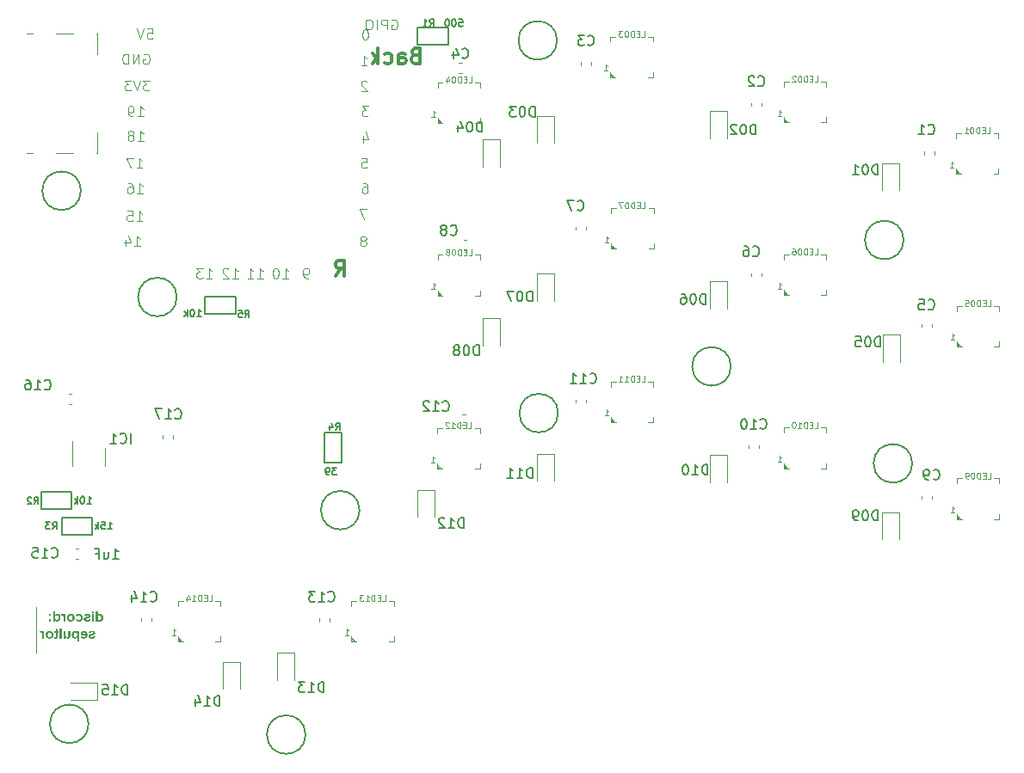
<source format=gbr>
%TF.GenerationSoftware,KiCad,Pcbnew,7.0.2*%
%TF.CreationDate,2024-03-22T10:09:10-05:00*%
%TF.ProjectId,02_capsule5_right,30325f63-6170-4737-956c-65355f726967,v1.0.0*%
%TF.SameCoordinates,Original*%
%TF.FileFunction,Legend,Bot*%
%TF.FilePolarity,Positive*%
%FSLAX46Y46*%
G04 Gerber Fmt 4.6, Leading zero omitted, Abs format (unit mm)*
G04 Created by KiCad (PCBNEW 7.0.2) date 2024-03-22 10:09:10*
%MOMM*%
%LPD*%
G01*
G04 APERTURE LIST*
%ADD10C,0.200000*%
%ADD11C,0.300000*%
%ADD12C,0.100000*%
%ADD13C,0.150000*%
%ADD14C,0.125000*%
%ADD15C,0.120000*%
G04 APERTURE END LIST*
D10*
G36*
X162972854Y-103511290D02*
G01*
X162984157Y-103498987D01*
X162995717Y-103487477D01*
X163007535Y-103476761D01*
X163019611Y-103466838D01*
X163031944Y-103457710D01*
X163044535Y-103449375D01*
X163057384Y-103441834D01*
X163070490Y-103435087D01*
X163083853Y-103429133D01*
X163097475Y-103423974D01*
X163111354Y-103419608D01*
X163125490Y-103416036D01*
X163139884Y-103413258D01*
X163154536Y-103411273D01*
X163169445Y-103410082D01*
X163184612Y-103409685D01*
X163201073Y-103410064D01*
X163217177Y-103411201D01*
X163232924Y-103413094D01*
X163248314Y-103415746D01*
X163263347Y-103419155D01*
X163278024Y-103423321D01*
X163292343Y-103428245D01*
X163306306Y-103433927D01*
X163319912Y-103440366D01*
X163333161Y-103447562D01*
X163346054Y-103455516D01*
X163358589Y-103464228D01*
X163370768Y-103473697D01*
X163382590Y-103483924D01*
X163394055Y-103494908D01*
X163405163Y-103506650D01*
X163415722Y-103519120D01*
X163425600Y-103532288D01*
X163434796Y-103546154D01*
X163443311Y-103560719D01*
X163451145Y-103575982D01*
X163458298Y-103591944D01*
X163464769Y-103608604D01*
X163470560Y-103625963D01*
X163475669Y-103644019D01*
X163480096Y-103662774D01*
X163482055Y-103672414D01*
X163483843Y-103682228D01*
X163485461Y-103692217D01*
X163486909Y-103702380D01*
X163488186Y-103712718D01*
X163489293Y-103723230D01*
X163490229Y-103733917D01*
X163490996Y-103744779D01*
X163491592Y-103755815D01*
X163492018Y-103767026D01*
X163492273Y-103778412D01*
X163492358Y-103789972D01*
X163492271Y-103801281D01*
X163492008Y-103812433D01*
X163491570Y-103823429D01*
X163490958Y-103834267D01*
X163490170Y-103844949D01*
X163489207Y-103855474D01*
X163488069Y-103865841D01*
X163486756Y-103876052D01*
X163485268Y-103886106D01*
X163483605Y-103896003D01*
X163481766Y-103905742D01*
X163479753Y-103915325D01*
X163475201Y-103934020D01*
X163469949Y-103952088D01*
X163463996Y-103969527D01*
X163457344Y-103986339D01*
X163449991Y-104002523D01*
X163441937Y-104018079D01*
X163433184Y-104033008D01*
X163423730Y-104047308D01*
X163413576Y-104060981D01*
X163402721Y-104074026D01*
X163391375Y-104086330D01*
X163379747Y-104097840D01*
X163367836Y-104108556D01*
X163355643Y-104118478D01*
X163343168Y-104127607D01*
X163330410Y-104135942D01*
X163317370Y-104143483D01*
X163304047Y-104150230D01*
X163290442Y-104156183D01*
X163276554Y-104161343D01*
X163262384Y-104165709D01*
X163247932Y-104169281D01*
X163233197Y-104172059D01*
X163218180Y-104174043D01*
X163202881Y-104175234D01*
X163187299Y-104175631D01*
X163179579Y-104175514D01*
X163168012Y-104174898D01*
X163156463Y-104173753D01*
X163144931Y-104172081D01*
X163133417Y-104169881D01*
X163121919Y-104167152D01*
X163110439Y-104163896D01*
X163098976Y-104160111D01*
X163087529Y-104155799D01*
X163076101Y-104150958D01*
X163064689Y-104145589D01*
X163057150Y-104141677D01*
X163046077Y-104135338D01*
X163035288Y-104128431D01*
X163024782Y-104120958D01*
X163014560Y-104112918D01*
X163004621Y-104104311D01*
X162994965Y-104095138D01*
X162985593Y-104085398D01*
X162976504Y-104075091D01*
X162967698Y-104064217D01*
X162959176Y-104052777D01*
X162959176Y-104160000D01*
X162779902Y-104160000D01*
X162779902Y-103798032D01*
X162972365Y-103798032D01*
X162972411Y-103805362D01*
X162972777Y-103819679D01*
X162973510Y-103833536D01*
X162974609Y-103846933D01*
X162976075Y-103859871D01*
X162977906Y-103872348D01*
X162980105Y-103884365D01*
X162982669Y-103895923D01*
X162985600Y-103907021D01*
X162988897Y-103917659D01*
X162992561Y-103927837D01*
X162996591Y-103937555D01*
X163000987Y-103946813D01*
X163005750Y-103955612D01*
X163010879Y-103963950D01*
X163019260Y-103975596D01*
X163025168Y-103982783D01*
X163034321Y-103992694D01*
X163043821Y-104001562D01*
X163053670Y-104009387D01*
X163063866Y-104016168D01*
X163074409Y-104021906D01*
X163085301Y-104026601D01*
X163096540Y-104030252D01*
X163108127Y-104032861D01*
X163120062Y-104034426D01*
X163132344Y-104034947D01*
X163137559Y-104034870D01*
X163147769Y-104034252D01*
X163157688Y-104033015D01*
X163172018Y-104030001D01*
X163185692Y-104025596D01*
X163198709Y-104019800D01*
X163211068Y-104012613D01*
X163222771Y-104004035D01*
X163230208Y-103997544D01*
X163237353Y-103990434D01*
X163244207Y-103982706D01*
X163250768Y-103974360D01*
X163257037Y-103965395D01*
X163263014Y-103955812D01*
X163264998Y-103952327D01*
X163270570Y-103941078D01*
X163275576Y-103928639D01*
X163280016Y-103915012D01*
X163282660Y-103905266D01*
X163285053Y-103894991D01*
X163287194Y-103884188D01*
X163289083Y-103872857D01*
X163290720Y-103860997D01*
X163292106Y-103848608D01*
X163293239Y-103835691D01*
X163294121Y-103822245D01*
X163294750Y-103808271D01*
X163295128Y-103793768D01*
X163295254Y-103778736D01*
X163295073Y-103764731D01*
X163294529Y-103751168D01*
X163293623Y-103738047D01*
X163292354Y-103725369D01*
X163290722Y-103713134D01*
X163288728Y-103701342D01*
X163286372Y-103689992D01*
X163283653Y-103679085D01*
X163280571Y-103668621D01*
X163277127Y-103658599D01*
X163273320Y-103649021D01*
X163269151Y-103639884D01*
X163264619Y-103631191D01*
X163257141Y-103618981D01*
X163248848Y-103607766D01*
X163242960Y-103600816D01*
X163233804Y-103591231D01*
X163224256Y-103582655D01*
X163214318Y-103575088D01*
X163203988Y-103568530D01*
X163193269Y-103562981D01*
X163182158Y-103558441D01*
X163170657Y-103554910D01*
X163158765Y-103552387D01*
X163146483Y-103550874D01*
X163133810Y-103550369D01*
X163125056Y-103550596D01*
X163112301Y-103551789D01*
X163099997Y-103554002D01*
X163088144Y-103557238D01*
X163076742Y-103561496D01*
X163065790Y-103566775D01*
X163055289Y-103573076D01*
X163045239Y-103580399D01*
X163035640Y-103588744D01*
X163026492Y-103598111D01*
X163017794Y-103608499D01*
X163014999Y-103612189D01*
X163007147Y-103624123D01*
X163002356Y-103632799D01*
X162997919Y-103642052D01*
X162993838Y-103651881D01*
X162990111Y-103662286D01*
X162986739Y-103673267D01*
X162983722Y-103684825D01*
X162981061Y-103696959D01*
X162978754Y-103709669D01*
X162976802Y-103722956D01*
X162975204Y-103736818D01*
X162973962Y-103751257D01*
X162973075Y-103766272D01*
X162972543Y-103781864D01*
X162972365Y-103798032D01*
X162779902Y-103798032D01*
X162779902Y-103143949D01*
X162972854Y-103143949D01*
X162972854Y-103511290D01*
G37*
G36*
X162594277Y-103315896D02*
G01*
X162594277Y-103143949D01*
X162401081Y-103143949D01*
X162401081Y-103315896D01*
X162594277Y-103315896D01*
G37*
G36*
X162594277Y-104160000D02*
G01*
X162594277Y-103425317D01*
X162401081Y-103425317D01*
X162401081Y-104160000D01*
X162594277Y-104160000D01*
G37*
G36*
X162273342Y-103956789D02*
G01*
X162079658Y-103925526D01*
X162077101Y-103935374D01*
X162074102Y-103944766D01*
X162069416Y-103956581D01*
X162063943Y-103967588D01*
X162057684Y-103977785D01*
X162050639Y-103987173D01*
X162042808Y-103995752D01*
X162034191Y-104003522D01*
X162029588Y-104007103D01*
X162019650Y-104013629D01*
X162008766Y-104019285D01*
X161996936Y-104024071D01*
X161987442Y-104027089D01*
X161977415Y-104029618D01*
X161966856Y-104031657D01*
X161955765Y-104033207D01*
X161944142Y-104034267D01*
X161931986Y-104034838D01*
X161923586Y-104034947D01*
X161909897Y-104034705D01*
X161896856Y-104033977D01*
X161884463Y-104032764D01*
X161872719Y-104031066D01*
X161861623Y-104028883D01*
X161851175Y-104026215D01*
X161841376Y-104023061D01*
X161832224Y-104019422D01*
X161821031Y-104013816D01*
X161810990Y-104007348D01*
X161802358Y-103999731D01*
X161795512Y-103991170D01*
X161790451Y-103981665D01*
X161787177Y-103971215D01*
X161785688Y-103959821D01*
X161785589Y-103955812D01*
X161786444Y-103945295D01*
X161789009Y-103935724D01*
X161793937Y-103926087D01*
X161799267Y-103919420D01*
X161807289Y-103913530D01*
X161816901Y-103908630D01*
X161826839Y-103904651D01*
X161838530Y-103900768D01*
X161849145Y-103897730D01*
X161860882Y-103894754D01*
X161863991Y-103894019D01*
X161878418Y-103890807D01*
X161892510Y-103887611D01*
X161906269Y-103884433D01*
X161919694Y-103881273D01*
X161932785Y-103878129D01*
X161945542Y-103875002D01*
X161957965Y-103871893D01*
X161970054Y-103868801D01*
X161981809Y-103865726D01*
X161993230Y-103862668D01*
X162004317Y-103859628D01*
X162015071Y-103856604D01*
X162025490Y-103853598D01*
X162035576Y-103850609D01*
X162045327Y-103847637D01*
X162054745Y-103844682D01*
X162072578Y-103838824D01*
X162089076Y-103833035D01*
X162104238Y-103827314D01*
X162118065Y-103821662D01*
X162130555Y-103816079D01*
X162141711Y-103810564D01*
X162151530Y-103805118D01*
X162160013Y-103799741D01*
X162170483Y-103792141D01*
X162180278Y-103784178D01*
X162189397Y-103775853D01*
X162197841Y-103767165D01*
X162205609Y-103758115D01*
X162212701Y-103748702D01*
X162219118Y-103738927D01*
X162224860Y-103728789D01*
X162229926Y-103718288D01*
X162234317Y-103707425D01*
X162238032Y-103696200D01*
X162241072Y-103684611D01*
X162243436Y-103672661D01*
X162245124Y-103660347D01*
X162246138Y-103647672D01*
X162246475Y-103634633D01*
X162246183Y-103622846D01*
X162245308Y-103611296D01*
X162243848Y-103599986D01*
X162241804Y-103588914D01*
X162239177Y-103578080D01*
X162235965Y-103567485D01*
X162232170Y-103557129D01*
X162227791Y-103547011D01*
X162222828Y-103537132D01*
X162217281Y-103527491D01*
X162211150Y-103518088D01*
X162204435Y-103508924D01*
X162197136Y-103499999D01*
X162189254Y-103491312D01*
X162180787Y-103482864D01*
X162171737Y-103474654D01*
X162162043Y-103466787D01*
X162151705Y-103459427D01*
X162140725Y-103452575D01*
X162129101Y-103446230D01*
X162116835Y-103440393D01*
X162103925Y-103435064D01*
X162090373Y-103430242D01*
X162076177Y-103425928D01*
X162061338Y-103422121D01*
X162045857Y-103418822D01*
X162029732Y-103416030D01*
X162012964Y-103413746D01*
X161995553Y-103411970D01*
X161977499Y-103410701D01*
X161958802Y-103409939D01*
X161939462Y-103409685D01*
X161921048Y-103409886D01*
X161903234Y-103410487D01*
X161886022Y-103411489D01*
X161869410Y-103412891D01*
X161853400Y-103414694D01*
X161837991Y-103416898D01*
X161823183Y-103419503D01*
X161808975Y-103422508D01*
X161795369Y-103425914D01*
X161782364Y-103429721D01*
X161769960Y-103433928D01*
X161758158Y-103438537D01*
X161746956Y-103443546D01*
X161736355Y-103448955D01*
X161726356Y-103454765D01*
X161716957Y-103460976D01*
X161708007Y-103467581D01*
X161699413Y-103474570D01*
X161691177Y-103481945D01*
X161683297Y-103489706D01*
X161675774Y-103497851D01*
X161668608Y-103506383D01*
X161661799Y-103515300D01*
X161655347Y-103524602D01*
X161649251Y-103534289D01*
X161643512Y-103544363D01*
X161638130Y-103554821D01*
X161633105Y-103565665D01*
X161628437Y-103576895D01*
X161624126Y-103588509D01*
X161620171Y-103600510D01*
X161616573Y-103612896D01*
X161798778Y-103644159D01*
X161802037Y-103633133D01*
X161805953Y-103622772D01*
X161810525Y-103613075D01*
X161815753Y-103604042D01*
X161821638Y-103595673D01*
X161828179Y-103587967D01*
X161835377Y-103580926D01*
X161843230Y-103574549D01*
X161851787Y-103568882D01*
X161861213Y-103563971D01*
X161871509Y-103559815D01*
X161882676Y-103556414D01*
X161894712Y-103553770D01*
X161907619Y-103551881D01*
X161917870Y-103550960D01*
X161928611Y-103550464D01*
X161936043Y-103550369D01*
X161949951Y-103550556D01*
X161963099Y-103551116D01*
X161975488Y-103552050D01*
X161987116Y-103553358D01*
X161997985Y-103555038D01*
X162008093Y-103557093D01*
X162020390Y-103560413D01*
X162031335Y-103564397D01*
X162040929Y-103569045D01*
X162045219Y-103571618D01*
X162053785Y-103578676D01*
X162060246Y-103586598D01*
X162064604Y-103595386D01*
X162066858Y-103605038D01*
X162067201Y-103610942D01*
X162065995Y-103620818D01*
X162062377Y-103629931D01*
X162056348Y-103638282D01*
X162049093Y-103644962D01*
X162047906Y-103645868D01*
X162039373Y-103650940D01*
X162030348Y-103655070D01*
X162019074Y-103659478D01*
X162005550Y-103664166D01*
X161995284Y-103667446D01*
X161984018Y-103670850D01*
X161971753Y-103674378D01*
X161958487Y-103678030D01*
X161944222Y-103681807D01*
X161928957Y-103685707D01*
X161912692Y-103689731D01*
X161895427Y-103693879D01*
X161877162Y-103698152D01*
X161867655Y-103700334D01*
X161858113Y-103702533D01*
X161839574Y-103707025D01*
X161821759Y-103711643D01*
X161804670Y-103716386D01*
X161788305Y-103721256D01*
X161772666Y-103726251D01*
X161757752Y-103731373D01*
X161743563Y-103736620D01*
X161730099Y-103741994D01*
X161717361Y-103747493D01*
X161705347Y-103753118D01*
X161694058Y-103758869D01*
X161683495Y-103764746D01*
X161673656Y-103770749D01*
X161664543Y-103776878D01*
X161656155Y-103783133D01*
X161652233Y-103786308D01*
X161644927Y-103792910D01*
X161634853Y-103803414D01*
X161625839Y-103814640D01*
X161617886Y-103826587D01*
X161610993Y-103839255D01*
X161605160Y-103852645D01*
X161601861Y-103861972D01*
X161599033Y-103871619D01*
X161596677Y-103881587D01*
X161594791Y-103891876D01*
X161593377Y-103902485D01*
X161592435Y-103913415D01*
X161591964Y-103924666D01*
X161591905Y-103930411D01*
X161592232Y-103942850D01*
X161593214Y-103955072D01*
X161594850Y-103967076D01*
X161597141Y-103978863D01*
X161600086Y-103990432D01*
X161603685Y-104001784D01*
X161607940Y-104012918D01*
X161612848Y-104023834D01*
X161618412Y-104034533D01*
X161624629Y-104045015D01*
X161631502Y-104055278D01*
X161639028Y-104065325D01*
X161647209Y-104075154D01*
X161656045Y-104084765D01*
X161665535Y-104094159D01*
X161675680Y-104103335D01*
X161686466Y-104112090D01*
X161697879Y-104120280D01*
X161709921Y-104127904D01*
X161722590Y-104134965D01*
X161735887Y-104141460D01*
X161749811Y-104147390D01*
X161764364Y-104152756D01*
X161779544Y-104157557D01*
X161795352Y-104161793D01*
X161811788Y-104165464D01*
X161828852Y-104168571D01*
X161846543Y-104171113D01*
X161864862Y-104173089D01*
X161883809Y-104174501D01*
X161903384Y-104175349D01*
X161913407Y-104175560D01*
X161923586Y-104175631D01*
X161941997Y-104175401D01*
X161959921Y-104174711D01*
X161977359Y-104173562D01*
X161994310Y-104171952D01*
X162010774Y-104169883D01*
X162026752Y-104167353D01*
X162042244Y-104164364D01*
X162057248Y-104160915D01*
X162071766Y-104157007D01*
X162085798Y-104152638D01*
X162099343Y-104147809D01*
X162112401Y-104142521D01*
X162124973Y-104136773D01*
X162137058Y-104130564D01*
X162148657Y-104123896D01*
X162159769Y-104116769D01*
X162170374Y-104109246D01*
X162180511Y-104101393D01*
X162190180Y-104093210D01*
X162199382Y-104084696D01*
X162208117Y-104075853D01*
X162216384Y-104066680D01*
X162224183Y-104057176D01*
X162231516Y-104047342D01*
X162238380Y-104037179D01*
X162244777Y-104026685D01*
X162250707Y-104015861D01*
X162256169Y-104004707D01*
X162261163Y-103993223D01*
X162265690Y-103981408D01*
X162269750Y-103969264D01*
X162273342Y-103956789D01*
G37*
G36*
X160790544Y-103628527D02*
G01*
X160980809Y-103659790D01*
X160982812Y-103649816D01*
X160985248Y-103640318D01*
X160989171Y-103628396D01*
X160993865Y-103617321D01*
X160999330Y-103607094D01*
X161005566Y-103597713D01*
X161012573Y-103589180D01*
X161020351Y-103581494D01*
X161024528Y-103577969D01*
X161033333Y-103571500D01*
X161042770Y-103565894D01*
X161052842Y-103561150D01*
X161063546Y-103557269D01*
X161074884Y-103554251D01*
X161086856Y-103552094D01*
X161099461Y-103550801D01*
X161109331Y-103550396D01*
X161112700Y-103550369D01*
X161125954Y-103550837D01*
X161138698Y-103552241D01*
X161150930Y-103554581D01*
X161162652Y-103557857D01*
X161173862Y-103562069D01*
X161184562Y-103567216D01*
X161194751Y-103573300D01*
X161204429Y-103580320D01*
X161213596Y-103588275D01*
X161222252Y-103597167D01*
X161227739Y-103603614D01*
X161235421Y-103614227D01*
X161242347Y-103626097D01*
X161248518Y-103639225D01*
X161252212Y-103648676D01*
X161255571Y-103658687D01*
X161258593Y-103669256D01*
X161261280Y-103680384D01*
X161263631Y-103692071D01*
X161265646Y-103704318D01*
X161267325Y-103717124D01*
X161268668Y-103730488D01*
X161269676Y-103744412D01*
X161270347Y-103758895D01*
X161270683Y-103773937D01*
X161270725Y-103781667D01*
X161270555Y-103798691D01*
X161270046Y-103815079D01*
X161269197Y-103830832D01*
X161268008Y-103845949D01*
X161266480Y-103860431D01*
X161264612Y-103874277D01*
X161262404Y-103887488D01*
X161259856Y-103900064D01*
X161256969Y-103912004D01*
X161253743Y-103923309D01*
X161250176Y-103933979D01*
X161246270Y-103944012D01*
X161242025Y-103953411D01*
X161237440Y-103962174D01*
X161229925Y-103974128D01*
X161227250Y-103977794D01*
X161218791Y-103988008D01*
X161209808Y-103997217D01*
X161200301Y-104005422D01*
X161190270Y-104012622D01*
X161179716Y-104018817D01*
X161168637Y-104024008D01*
X161157035Y-104028194D01*
X161144910Y-104031375D01*
X161132260Y-104033552D01*
X161119087Y-104034724D01*
X161110013Y-104034947D01*
X161099885Y-104034670D01*
X161090110Y-104033839D01*
X161077623Y-104031870D01*
X161065762Y-104028916D01*
X161054526Y-104024978D01*
X161043917Y-104020055D01*
X161033934Y-104014147D01*
X161024576Y-104007255D01*
X161020132Y-104003440D01*
X161011664Y-103994788D01*
X161003844Y-103984709D01*
X160998405Y-103976214D01*
X160993331Y-103966915D01*
X160988622Y-103956814D01*
X160984278Y-103945909D01*
X160980299Y-103934202D01*
X160976685Y-103921692D01*
X160973435Y-103908379D01*
X160970551Y-103894263D01*
X160781018Y-103925526D01*
X160784924Y-103940769D01*
X160789254Y-103955538D01*
X160794007Y-103969834D01*
X160799184Y-103983656D01*
X160804784Y-103997006D01*
X160810808Y-104009882D01*
X160817256Y-104022285D01*
X160824127Y-104034214D01*
X160831422Y-104045671D01*
X160839141Y-104056654D01*
X160847283Y-104067164D01*
X160855848Y-104077201D01*
X160864838Y-104086765D01*
X160874250Y-104095855D01*
X160884087Y-104104472D01*
X160894347Y-104112616D01*
X160905042Y-104120247D01*
X160916184Y-104127385D01*
X160927772Y-104134032D01*
X160939807Y-104140185D01*
X160952288Y-104145847D01*
X160965216Y-104151016D01*
X160978590Y-104155693D01*
X160992411Y-104159877D01*
X161006678Y-104163570D01*
X161021391Y-104166770D01*
X161036552Y-104169477D01*
X161052158Y-104171693D01*
X161068212Y-104173416D01*
X161084711Y-104174646D01*
X161101658Y-104175385D01*
X161119050Y-104175631D01*
X161128986Y-104175532D01*
X161138795Y-104175235D01*
X161158034Y-104174047D01*
X161176767Y-104172068D01*
X161194995Y-104169296D01*
X161212717Y-104165733D01*
X161229933Y-104161377D01*
X161246643Y-104156230D01*
X161262848Y-104150291D01*
X161278548Y-104143560D01*
X161293741Y-104136037D01*
X161308429Y-104127722D01*
X161322612Y-104118616D01*
X161336288Y-104108717D01*
X161349459Y-104098027D01*
X161362125Y-104086544D01*
X161374284Y-104074270D01*
X161385789Y-104061266D01*
X161396552Y-104047655D01*
X161406573Y-104033438D01*
X161415851Y-104018613D01*
X161424387Y-104003182D01*
X161432181Y-103987144D01*
X161439233Y-103970499D01*
X161445542Y-103953248D01*
X161451109Y-103935390D01*
X161455934Y-103916924D01*
X161460016Y-103897853D01*
X161461779Y-103888089D01*
X161463357Y-103878174D01*
X161464748Y-103868107D01*
X161465954Y-103857888D01*
X161466975Y-103847518D01*
X161467810Y-103836996D01*
X161468460Y-103826322D01*
X161468924Y-103815497D01*
X161469202Y-103804520D01*
X161469295Y-103793391D01*
X161469201Y-103782127D01*
X161468922Y-103771021D01*
X161468455Y-103760071D01*
X161467803Y-103749278D01*
X161466963Y-103738643D01*
X161465937Y-103728164D01*
X161464725Y-103717842D01*
X161463326Y-103707677D01*
X161461741Y-103697669D01*
X161459969Y-103687818D01*
X161458010Y-103678124D01*
X161455865Y-103668587D01*
X161451016Y-103649983D01*
X161445420Y-103632008D01*
X161439078Y-103614660D01*
X161431990Y-103597939D01*
X161424157Y-103581847D01*
X161415577Y-103566383D01*
X161406250Y-103551546D01*
X161396178Y-103537337D01*
X161385360Y-103523755D01*
X161373796Y-103510802D01*
X161361595Y-103498557D01*
X161348868Y-103487103D01*
X161335614Y-103476438D01*
X161321833Y-103466564D01*
X161307526Y-103457479D01*
X161292692Y-103449184D01*
X161277331Y-103441679D01*
X161261444Y-103434965D01*
X161245030Y-103429040D01*
X161228090Y-103423905D01*
X161210622Y-103419560D01*
X161192629Y-103416005D01*
X161174108Y-103413240D01*
X161155061Y-103411265D01*
X161135487Y-103410080D01*
X161125503Y-103409784D01*
X161115387Y-103409685D01*
X161098961Y-103409897D01*
X161082960Y-103410533D01*
X161067384Y-103411592D01*
X161052235Y-103413074D01*
X161037511Y-103414981D01*
X161023212Y-103417310D01*
X161009339Y-103420064D01*
X160995891Y-103423241D01*
X160982869Y-103426842D01*
X160970272Y-103430866D01*
X160958101Y-103435314D01*
X160946355Y-103440185D01*
X160935035Y-103445480D01*
X160924141Y-103451199D01*
X160913672Y-103457341D01*
X160903628Y-103463907D01*
X160893970Y-103470876D01*
X160884657Y-103478287D01*
X160875690Y-103486141D01*
X160867068Y-103494438D01*
X160858792Y-103503177D01*
X160850860Y-103512359D01*
X160843275Y-103521984D01*
X160836034Y-103532051D01*
X160829139Y-103542561D01*
X160822589Y-103553514D01*
X160816385Y-103564909D01*
X160810526Y-103576748D01*
X160805012Y-103589028D01*
X160799844Y-103601752D01*
X160795021Y-103614918D01*
X160790544Y-103628527D01*
G37*
G36*
X160330251Y-103409872D02*
G01*
X160343389Y-103410430D01*
X160356370Y-103411360D01*
X160369194Y-103412662D01*
X160381863Y-103414337D01*
X160394374Y-103416383D01*
X160406730Y-103418802D01*
X160418928Y-103421592D01*
X160430971Y-103424755D01*
X160442856Y-103428290D01*
X160454586Y-103432197D01*
X160466159Y-103436476D01*
X160477575Y-103441127D01*
X160488835Y-103446150D01*
X160499939Y-103451545D01*
X160510886Y-103457313D01*
X160521600Y-103463433D01*
X160532005Y-103469888D01*
X160542101Y-103476676D01*
X160551888Y-103483798D01*
X160561366Y-103491254D01*
X160570534Y-103499044D01*
X160579394Y-103507168D01*
X160587944Y-103515626D01*
X160596186Y-103524418D01*
X160604118Y-103533543D01*
X160611741Y-103543003D01*
X160619055Y-103552797D01*
X160626060Y-103562924D01*
X160632755Y-103573385D01*
X160639142Y-103584181D01*
X160645219Y-103595310D01*
X160650957Y-103606631D01*
X160656325Y-103618002D01*
X160661322Y-103629422D01*
X160665949Y-103640892D01*
X160670207Y-103652411D01*
X160674093Y-103663980D01*
X160677610Y-103675599D01*
X160680757Y-103687267D01*
X160683533Y-103698985D01*
X160685939Y-103710753D01*
X160687975Y-103722570D01*
X160689641Y-103734437D01*
X160690937Y-103746353D01*
X160691862Y-103758319D01*
X160692417Y-103770335D01*
X160692602Y-103782400D01*
X160692417Y-103798034D01*
X160691862Y-103813369D01*
X160690937Y-103828405D01*
X160689641Y-103843140D01*
X160687975Y-103857576D01*
X160685939Y-103871713D01*
X160683533Y-103885550D01*
X160680757Y-103899087D01*
X160677610Y-103912325D01*
X160674093Y-103925263D01*
X160670207Y-103937902D01*
X160665949Y-103950241D01*
X160661322Y-103962280D01*
X160656325Y-103974020D01*
X160650957Y-103985460D01*
X160645219Y-103996601D01*
X160639127Y-104007427D01*
X160632694Y-104017923D01*
X160625922Y-104028088D01*
X160618811Y-104037924D01*
X160611359Y-104047429D01*
X160603568Y-104056605D01*
X160595438Y-104065450D01*
X160586967Y-104073965D01*
X160578157Y-104082150D01*
X160569008Y-104090005D01*
X160559519Y-104097530D01*
X160549690Y-104104724D01*
X160539521Y-104111589D01*
X160529013Y-104118123D01*
X160518165Y-104124328D01*
X160506978Y-104130202D01*
X160495554Y-104135703D01*
X160484057Y-104140849D01*
X160472488Y-104145641D01*
X160460846Y-104150077D01*
X160449132Y-104154159D01*
X160437346Y-104157885D01*
X160425487Y-104161257D01*
X160413555Y-104164274D01*
X160401551Y-104166936D01*
X160389474Y-104169243D01*
X160377325Y-104171195D01*
X160365103Y-104172792D01*
X160352809Y-104174034D01*
X160340442Y-104174921D01*
X160328003Y-104175454D01*
X160315491Y-104175631D01*
X160305425Y-104175524D01*
X160295465Y-104175204D01*
X160285614Y-104174669D01*
X160275871Y-104173921D01*
X160256707Y-104171784D01*
X160237975Y-104168792D01*
X160219674Y-104164945D01*
X160201804Y-104160244D01*
X160184366Y-104154687D01*
X160167358Y-104148276D01*
X160150782Y-104141010D01*
X160134637Y-104132889D01*
X160118924Y-104123913D01*
X160103641Y-104114082D01*
X160088790Y-104103396D01*
X160074370Y-104091856D01*
X160060382Y-104079460D01*
X160046824Y-104066210D01*
X160033870Y-104052311D01*
X160021751Y-104037970D01*
X160010468Y-104023185D01*
X160000021Y-104007958D01*
X159990410Y-103992289D01*
X159981634Y-103976176D01*
X159973695Y-103959621D01*
X159966591Y-103942623D01*
X159960322Y-103925183D01*
X159954890Y-103907300D01*
X159950293Y-103888974D01*
X159946532Y-103870205D01*
X159943607Y-103850994D01*
X159942458Y-103841223D01*
X159941518Y-103831340D01*
X159940786Y-103821347D01*
X159940264Y-103811244D01*
X159939950Y-103801029D01*
X159939851Y-103791193D01*
X160138415Y-103791193D01*
X160138616Y-103805841D01*
X160139217Y-103820048D01*
X160140219Y-103833814D01*
X160141621Y-103847140D01*
X160143424Y-103860024D01*
X160145628Y-103872468D01*
X160148233Y-103884472D01*
X160151238Y-103896034D01*
X160154644Y-103907156D01*
X160158451Y-103917837D01*
X160162658Y-103928077D01*
X160167267Y-103937876D01*
X160172275Y-103947234D01*
X160177685Y-103956152D01*
X160183495Y-103964629D01*
X160189706Y-103972665D01*
X160196183Y-103980207D01*
X160206255Y-103990608D01*
X160216756Y-103999914D01*
X160227687Y-104008125D01*
X160239047Y-104015241D01*
X160250837Y-104021262D01*
X160263056Y-104026189D01*
X160275704Y-104030021D01*
X160288781Y-104032758D01*
X160302288Y-104034400D01*
X160316224Y-104034947D01*
X160330165Y-104034400D01*
X160343684Y-104032758D01*
X160356783Y-104030021D01*
X160369462Y-104026189D01*
X160381719Y-104021262D01*
X160393556Y-104015241D01*
X160404972Y-104008125D01*
X160415967Y-103999914D01*
X160426541Y-103990608D01*
X160436695Y-103980207D01*
X160443230Y-103972665D01*
X160449471Y-103964635D01*
X160455309Y-103956175D01*
X160460744Y-103947286D01*
X160465777Y-103937967D01*
X160470407Y-103928220D01*
X160474635Y-103918043D01*
X160478460Y-103907436D01*
X160481882Y-103896400D01*
X160484902Y-103884935D01*
X160487519Y-103873041D01*
X160489733Y-103860717D01*
X160491545Y-103847964D01*
X160492954Y-103834782D01*
X160493960Y-103821170D01*
X160494564Y-103807129D01*
X160494766Y-103792658D01*
X160494564Y-103778189D01*
X160493960Y-103764151D01*
X160492954Y-103750544D01*
X160491545Y-103737368D01*
X160489733Y-103724623D01*
X160487519Y-103712310D01*
X160484902Y-103700428D01*
X160481882Y-103688977D01*
X160478460Y-103677958D01*
X160474635Y-103667369D01*
X160470407Y-103657212D01*
X160465777Y-103647486D01*
X160460744Y-103638192D01*
X160455309Y-103629328D01*
X160449471Y-103620896D01*
X160443230Y-103612896D01*
X160436695Y-103605324D01*
X160426541Y-103594883D01*
X160415967Y-103585540D01*
X160404972Y-103577297D01*
X160393556Y-103570153D01*
X160381719Y-103564108D01*
X160369462Y-103559162D01*
X160356783Y-103555315D01*
X160343684Y-103552568D01*
X160330165Y-103550919D01*
X160316224Y-103550369D01*
X160302288Y-103550919D01*
X160288781Y-103552568D01*
X160275704Y-103555315D01*
X160263056Y-103559162D01*
X160250837Y-103564108D01*
X160239047Y-103570153D01*
X160227687Y-103577297D01*
X160216756Y-103585540D01*
X160206255Y-103594883D01*
X160196183Y-103605324D01*
X160189706Y-103612896D01*
X160183495Y-103620891D01*
X160177685Y-103629306D01*
X160172275Y-103638140D01*
X160167267Y-103647395D01*
X160162658Y-103657069D01*
X160158451Y-103667163D01*
X160154644Y-103677677D01*
X160151238Y-103688611D01*
X160148233Y-103699964D01*
X160145628Y-103711738D01*
X160143424Y-103723931D01*
X160141621Y-103736543D01*
X160140219Y-103749576D01*
X160139217Y-103763029D01*
X160138616Y-103776901D01*
X160138415Y-103791193D01*
X159939851Y-103791193D01*
X159939846Y-103790704D01*
X159939949Y-103780441D01*
X159940259Y-103770289D01*
X159940775Y-103760249D01*
X159941498Y-103750320D01*
X159942428Y-103740503D01*
X159943564Y-103730798D01*
X159946456Y-103711722D01*
X159950174Y-103693093D01*
X159954718Y-103674910D01*
X159960089Y-103657174D01*
X159966285Y-103639884D01*
X159973308Y-103623041D01*
X159981157Y-103606644D01*
X159989833Y-103590694D01*
X159999334Y-103575191D01*
X160009662Y-103560133D01*
X160020816Y-103545523D01*
X160032797Y-103531358D01*
X160045603Y-103517641D01*
X160059057Y-103504568D01*
X160072977Y-103492339D01*
X160087366Y-103480953D01*
X160102222Y-103470410D01*
X160117545Y-103460711D01*
X160133336Y-103451856D01*
X160149594Y-103443843D01*
X160166320Y-103436674D01*
X160183514Y-103430349D01*
X160201174Y-103424867D01*
X160219303Y-103420228D01*
X160237899Y-103416433D01*
X160256962Y-103413481D01*
X160266669Y-103412321D01*
X160276493Y-103411372D01*
X160286433Y-103410634D01*
X160296491Y-103410107D01*
X160306666Y-103409791D01*
X160316957Y-103409685D01*
X160330251Y-103409872D01*
G37*
G36*
X159608408Y-104160000D02*
G01*
X159801360Y-104160000D01*
X159801360Y-103425317D01*
X159622086Y-103425317D01*
X159622086Y-103529120D01*
X159616383Y-103520128D01*
X159610752Y-103511531D01*
X159605193Y-103503329D01*
X159596992Y-103491766D01*
X159588953Y-103481092D01*
X159581078Y-103471307D01*
X159573365Y-103462410D01*
X159565816Y-103454403D01*
X159558430Y-103447284D01*
X159548836Y-103439174D01*
X159539532Y-103432644D01*
X159530155Y-103427263D01*
X159520466Y-103422600D01*
X159510463Y-103418654D01*
X159500148Y-103415425D01*
X159489519Y-103412914D01*
X159478578Y-103411120D01*
X159467324Y-103410044D01*
X159455757Y-103409685D01*
X159443435Y-103410033D01*
X159431199Y-103411077D01*
X159419049Y-103412815D01*
X159406984Y-103415250D01*
X159395006Y-103418379D01*
X159383113Y-103422205D01*
X159371307Y-103426726D01*
X159359586Y-103431942D01*
X159347951Y-103437854D01*
X159336402Y-103444461D01*
X159328750Y-103449253D01*
X159388590Y-103629016D01*
X159397687Y-103623341D01*
X159406659Y-103618225D01*
X159415507Y-103613667D01*
X159427110Y-103608458D01*
X159438492Y-103604241D01*
X159449653Y-103601016D01*
X159460593Y-103598783D01*
X159471311Y-103597543D01*
X159479204Y-103597264D01*
X159489149Y-103597607D01*
X159501044Y-103599003D01*
X159512343Y-103601471D01*
X159523045Y-103605013D01*
X159533151Y-103609629D01*
X159542661Y-103615317D01*
X159548080Y-103619246D01*
X159556566Y-103626980D01*
X159562933Y-103634412D01*
X159568927Y-103642951D01*
X159574546Y-103652597D01*
X159579792Y-103663349D01*
X159584663Y-103675208D01*
X159588071Y-103684829D01*
X159591269Y-103695072D01*
X159592288Y-103698625D01*
X159595169Y-103710446D01*
X159597767Y-103724479D01*
X159599341Y-103735063D01*
X159600789Y-103746629D01*
X159602112Y-103759178D01*
X159603308Y-103772710D01*
X159604378Y-103787224D01*
X159605323Y-103802721D01*
X159606142Y-103819201D01*
X159606834Y-103836663D01*
X159607401Y-103855108D01*
X159607842Y-103874536D01*
X159608015Y-103884618D01*
X159608157Y-103894946D01*
X159608267Y-103905520D01*
X159608345Y-103916340D01*
X159608393Y-103927405D01*
X159608408Y-103938715D01*
X159608408Y-104160000D01*
G37*
G36*
X158772854Y-103511290D02*
G01*
X158784157Y-103498987D01*
X158795717Y-103487477D01*
X158807535Y-103476761D01*
X158819611Y-103466838D01*
X158831944Y-103457710D01*
X158844535Y-103449375D01*
X158857384Y-103441834D01*
X158870490Y-103435087D01*
X158883853Y-103429133D01*
X158897475Y-103423974D01*
X158911354Y-103419608D01*
X158925490Y-103416036D01*
X158939884Y-103413258D01*
X158954536Y-103411273D01*
X158969445Y-103410082D01*
X158984612Y-103409685D01*
X159001073Y-103410064D01*
X159017177Y-103411201D01*
X159032924Y-103413094D01*
X159048314Y-103415746D01*
X159063347Y-103419155D01*
X159078024Y-103423321D01*
X159092343Y-103428245D01*
X159106306Y-103433927D01*
X159119912Y-103440366D01*
X159133161Y-103447562D01*
X159146054Y-103455516D01*
X159158589Y-103464228D01*
X159170768Y-103473697D01*
X159182590Y-103483924D01*
X159194055Y-103494908D01*
X159205163Y-103506650D01*
X159215722Y-103519120D01*
X159225600Y-103532288D01*
X159234796Y-103546154D01*
X159243311Y-103560719D01*
X159251145Y-103575982D01*
X159258298Y-103591944D01*
X159264769Y-103608604D01*
X159270560Y-103625963D01*
X159275669Y-103644019D01*
X159280096Y-103662774D01*
X159282055Y-103672414D01*
X159283843Y-103682228D01*
X159285461Y-103692217D01*
X159286909Y-103702380D01*
X159288186Y-103712718D01*
X159289293Y-103723230D01*
X159290229Y-103733917D01*
X159290996Y-103744779D01*
X159291592Y-103755815D01*
X159292018Y-103767026D01*
X159292273Y-103778412D01*
X159292358Y-103789972D01*
X159292271Y-103801281D01*
X159292008Y-103812433D01*
X159291570Y-103823429D01*
X159290958Y-103834267D01*
X159290170Y-103844949D01*
X159289207Y-103855474D01*
X159288069Y-103865841D01*
X159286756Y-103876052D01*
X159285268Y-103886106D01*
X159283605Y-103896003D01*
X159281766Y-103905742D01*
X159279753Y-103915325D01*
X159275201Y-103934020D01*
X159269949Y-103952088D01*
X159263996Y-103969527D01*
X159257344Y-103986339D01*
X159249991Y-104002523D01*
X159241937Y-104018079D01*
X159233184Y-104033008D01*
X159223730Y-104047308D01*
X159213576Y-104060981D01*
X159202721Y-104074026D01*
X159191375Y-104086330D01*
X159179747Y-104097840D01*
X159167836Y-104108556D01*
X159155643Y-104118478D01*
X159143168Y-104127607D01*
X159130410Y-104135942D01*
X159117370Y-104143483D01*
X159104047Y-104150230D01*
X159090442Y-104156183D01*
X159076554Y-104161343D01*
X159062384Y-104165709D01*
X159047932Y-104169281D01*
X159033197Y-104172059D01*
X159018180Y-104174043D01*
X159002881Y-104175234D01*
X158987299Y-104175631D01*
X158979579Y-104175514D01*
X158968012Y-104174898D01*
X158956463Y-104173753D01*
X158944931Y-104172081D01*
X158933417Y-104169881D01*
X158921919Y-104167152D01*
X158910439Y-104163896D01*
X158898976Y-104160111D01*
X158887529Y-104155799D01*
X158876101Y-104150958D01*
X158864689Y-104145589D01*
X158857150Y-104141677D01*
X158846077Y-104135338D01*
X158835288Y-104128431D01*
X158824782Y-104120958D01*
X158814560Y-104112918D01*
X158804621Y-104104311D01*
X158794965Y-104095138D01*
X158785593Y-104085398D01*
X158776504Y-104075091D01*
X158767698Y-104064217D01*
X158759176Y-104052777D01*
X158759176Y-104160000D01*
X158579902Y-104160000D01*
X158579902Y-103798032D01*
X158772365Y-103798032D01*
X158772411Y-103805362D01*
X158772777Y-103819679D01*
X158773510Y-103833536D01*
X158774609Y-103846933D01*
X158776075Y-103859871D01*
X158777906Y-103872348D01*
X158780105Y-103884365D01*
X158782669Y-103895923D01*
X158785600Y-103907021D01*
X158788897Y-103917659D01*
X158792561Y-103927837D01*
X158796591Y-103937555D01*
X158800987Y-103946813D01*
X158805750Y-103955612D01*
X158810879Y-103963950D01*
X158819260Y-103975596D01*
X158825168Y-103982783D01*
X158834321Y-103992694D01*
X158843821Y-104001562D01*
X158853670Y-104009387D01*
X158863866Y-104016168D01*
X158874409Y-104021906D01*
X158885301Y-104026601D01*
X158896540Y-104030252D01*
X158908127Y-104032861D01*
X158920062Y-104034426D01*
X158932344Y-104034947D01*
X158937559Y-104034870D01*
X158947769Y-104034252D01*
X158957688Y-104033015D01*
X158972018Y-104030001D01*
X158985692Y-104025596D01*
X158998709Y-104019800D01*
X159011068Y-104012613D01*
X159022771Y-104004035D01*
X159030208Y-103997544D01*
X159037353Y-103990434D01*
X159044207Y-103982706D01*
X159050768Y-103974360D01*
X159057037Y-103965395D01*
X159063014Y-103955812D01*
X159064998Y-103952327D01*
X159070570Y-103941078D01*
X159075576Y-103928639D01*
X159080016Y-103915012D01*
X159082660Y-103905266D01*
X159085053Y-103894991D01*
X159087194Y-103884188D01*
X159089083Y-103872857D01*
X159090720Y-103860997D01*
X159092106Y-103848608D01*
X159093239Y-103835691D01*
X159094121Y-103822245D01*
X159094750Y-103808271D01*
X159095128Y-103793768D01*
X159095254Y-103778736D01*
X159095073Y-103764731D01*
X159094529Y-103751168D01*
X159093623Y-103738047D01*
X159092354Y-103725369D01*
X159090722Y-103713134D01*
X159088728Y-103701342D01*
X159086372Y-103689992D01*
X159083653Y-103679085D01*
X159080571Y-103668621D01*
X159077127Y-103658599D01*
X159073320Y-103649021D01*
X159069151Y-103639884D01*
X159064619Y-103631191D01*
X159057141Y-103618981D01*
X159048848Y-103607766D01*
X159042960Y-103600816D01*
X159033804Y-103591231D01*
X159024256Y-103582655D01*
X159014318Y-103575088D01*
X159003988Y-103568530D01*
X158993269Y-103562981D01*
X158982158Y-103558441D01*
X158970657Y-103554910D01*
X158958765Y-103552387D01*
X158946483Y-103550874D01*
X158933810Y-103550369D01*
X158925056Y-103550596D01*
X158912301Y-103551789D01*
X158899997Y-103554002D01*
X158888144Y-103557238D01*
X158876742Y-103561496D01*
X158865790Y-103566775D01*
X158855289Y-103573076D01*
X158845239Y-103580399D01*
X158835640Y-103588744D01*
X158826492Y-103598111D01*
X158817794Y-103608499D01*
X158814999Y-103612189D01*
X158807147Y-103624123D01*
X158802356Y-103632799D01*
X158797919Y-103642052D01*
X158793838Y-103651881D01*
X158790111Y-103662286D01*
X158786739Y-103673267D01*
X158783722Y-103684825D01*
X158781061Y-103696959D01*
X158778754Y-103709669D01*
X158776802Y-103722956D01*
X158775204Y-103736818D01*
X158773962Y-103751257D01*
X158773075Y-103766272D01*
X158772543Y-103781864D01*
X158772365Y-103798032D01*
X158579902Y-103798032D01*
X158579902Y-103143949D01*
X158772854Y-103143949D01*
X158772854Y-103511290D01*
G37*
G36*
X158357152Y-103612896D02*
G01*
X158357152Y-103425317D01*
X158163956Y-103425317D01*
X158163956Y-103612896D01*
X158357152Y-103612896D01*
G37*
G36*
X158357152Y-104160000D02*
G01*
X158357152Y-103972421D01*
X158163956Y-103972421D01*
X158163956Y-104160000D01*
X158357152Y-104160000D01*
G37*
G36*
X162739357Y-105636789D02*
G01*
X162545673Y-105605526D01*
X162543116Y-105615374D01*
X162540117Y-105624766D01*
X162535431Y-105636581D01*
X162529958Y-105647588D01*
X162523700Y-105657785D01*
X162516655Y-105667173D01*
X162508824Y-105675752D01*
X162500207Y-105683522D01*
X162495603Y-105687103D01*
X162485665Y-105693629D01*
X162474781Y-105699285D01*
X162462951Y-105704071D01*
X162453457Y-105707089D01*
X162443431Y-105709618D01*
X162432872Y-105711657D01*
X162421781Y-105713207D01*
X162410157Y-105714267D01*
X162398001Y-105714838D01*
X162389602Y-105714947D01*
X162375912Y-105714705D01*
X162362871Y-105713977D01*
X162350479Y-105712764D01*
X162338734Y-105711066D01*
X162327638Y-105708883D01*
X162317190Y-105706215D01*
X162307391Y-105703061D01*
X162298240Y-105699422D01*
X162287046Y-105693816D01*
X162277006Y-105687348D01*
X162268373Y-105679731D01*
X162261527Y-105671170D01*
X162256466Y-105661665D01*
X162253192Y-105651215D01*
X162251704Y-105639821D01*
X162251605Y-105635812D01*
X162252459Y-105625295D01*
X162255024Y-105615724D01*
X162259953Y-105606087D01*
X162265282Y-105599420D01*
X162273305Y-105593530D01*
X162282916Y-105588630D01*
X162292854Y-105584651D01*
X162304545Y-105580768D01*
X162315160Y-105577730D01*
X162326897Y-105574754D01*
X162330006Y-105574019D01*
X162344433Y-105570807D01*
X162358526Y-105567611D01*
X162372284Y-105564433D01*
X162385709Y-105561273D01*
X162398800Y-105558129D01*
X162411557Y-105555002D01*
X162423980Y-105551893D01*
X162436069Y-105548801D01*
X162447824Y-105545726D01*
X162459245Y-105542668D01*
X162470333Y-105539628D01*
X162481086Y-105536604D01*
X162491505Y-105533598D01*
X162501591Y-105530609D01*
X162511342Y-105527637D01*
X162520760Y-105524682D01*
X162538594Y-105518824D01*
X162555092Y-105513035D01*
X162570254Y-105507314D01*
X162584080Y-105501662D01*
X162596571Y-105496079D01*
X162607726Y-105490564D01*
X162617545Y-105485118D01*
X162626029Y-105479741D01*
X162636499Y-105472141D01*
X162646293Y-105464178D01*
X162655412Y-105455853D01*
X162663856Y-105447165D01*
X162671624Y-105438115D01*
X162678717Y-105428702D01*
X162685134Y-105418927D01*
X162690875Y-105408789D01*
X162695941Y-105398288D01*
X162700332Y-105387425D01*
X162704047Y-105376200D01*
X162707087Y-105364611D01*
X162709451Y-105352661D01*
X162711140Y-105340347D01*
X162712153Y-105327672D01*
X162712491Y-105314633D01*
X162712199Y-105302846D01*
X162711323Y-105291296D01*
X162709863Y-105279986D01*
X162707820Y-105268914D01*
X162705192Y-105258080D01*
X162701981Y-105247485D01*
X162698185Y-105237129D01*
X162693806Y-105227011D01*
X162688843Y-105217132D01*
X162683296Y-105207491D01*
X162677165Y-105198088D01*
X162670450Y-105188924D01*
X162663152Y-105179999D01*
X162655269Y-105171312D01*
X162646803Y-105162864D01*
X162637752Y-105154654D01*
X162628058Y-105146787D01*
X162617721Y-105139427D01*
X162606740Y-105132575D01*
X162595117Y-105126230D01*
X162582850Y-105120393D01*
X162569941Y-105115064D01*
X162556388Y-105110242D01*
X162542192Y-105105928D01*
X162527354Y-105102121D01*
X162511872Y-105098822D01*
X162495747Y-105096030D01*
X162478979Y-105093746D01*
X162461568Y-105091970D01*
X162443515Y-105090701D01*
X162424818Y-105089939D01*
X162405478Y-105089685D01*
X162387063Y-105089886D01*
X162369249Y-105090487D01*
X162352037Y-105091489D01*
X162335426Y-105092891D01*
X162319415Y-105094694D01*
X162304006Y-105096898D01*
X162289198Y-105099503D01*
X162274991Y-105102508D01*
X162261385Y-105105914D01*
X162248380Y-105109721D01*
X162235976Y-105113928D01*
X162224173Y-105118537D01*
X162212971Y-105123546D01*
X162202371Y-105128955D01*
X162192371Y-105134765D01*
X162182972Y-105140976D01*
X162174022Y-105147581D01*
X162165429Y-105154570D01*
X162157192Y-105161945D01*
X162149313Y-105169706D01*
X162141790Y-105177851D01*
X162134624Y-105186383D01*
X162127814Y-105195300D01*
X162121362Y-105204602D01*
X162115266Y-105214289D01*
X162109528Y-105224363D01*
X162104146Y-105234821D01*
X162099121Y-105245665D01*
X162094452Y-105256895D01*
X162090141Y-105268509D01*
X162086186Y-105280510D01*
X162082588Y-105292896D01*
X162264794Y-105324159D01*
X162268053Y-105313133D01*
X162271968Y-105302772D01*
X162276540Y-105293075D01*
X162281769Y-105284042D01*
X162287653Y-105275673D01*
X162294194Y-105267967D01*
X162301392Y-105260926D01*
X162309246Y-105254549D01*
X162317802Y-105248882D01*
X162327228Y-105243971D01*
X162337525Y-105239815D01*
X162348691Y-105236414D01*
X162360728Y-105233770D01*
X162373634Y-105231881D01*
X162383885Y-105230960D01*
X162394626Y-105230464D01*
X162402058Y-105230369D01*
X162415966Y-105230556D01*
X162429115Y-105231116D01*
X162441503Y-105232050D01*
X162453132Y-105233358D01*
X162464000Y-105235038D01*
X162474109Y-105237093D01*
X162486405Y-105240413D01*
X162497350Y-105244397D01*
X162506944Y-105249045D01*
X162511235Y-105251618D01*
X162519800Y-105258676D01*
X162526261Y-105266598D01*
X162530619Y-105275386D01*
X162532873Y-105285038D01*
X162533217Y-105290942D01*
X162532011Y-105300818D01*
X162528393Y-105309931D01*
X162522363Y-105318282D01*
X162515108Y-105324962D01*
X162513921Y-105325868D01*
X162505388Y-105330940D01*
X162496364Y-105335070D01*
X162485089Y-105339478D01*
X162471565Y-105344166D01*
X162461299Y-105347446D01*
X162450034Y-105350850D01*
X162437768Y-105354378D01*
X162424503Y-105358030D01*
X162410237Y-105361807D01*
X162394972Y-105365707D01*
X162378707Y-105369731D01*
X162361442Y-105373879D01*
X162343177Y-105378152D01*
X162333670Y-105380334D01*
X162324128Y-105382533D01*
X162305589Y-105387025D01*
X162287774Y-105391643D01*
X162270685Y-105396386D01*
X162254321Y-105401256D01*
X162238682Y-105406251D01*
X162223768Y-105411373D01*
X162209579Y-105416620D01*
X162196115Y-105421994D01*
X162183376Y-105427493D01*
X162171362Y-105433118D01*
X162160074Y-105438869D01*
X162149510Y-105444746D01*
X162139672Y-105450749D01*
X162130558Y-105456878D01*
X162122170Y-105463133D01*
X162118248Y-105466308D01*
X162110943Y-105472910D01*
X162100868Y-105483414D01*
X162091854Y-105494640D01*
X162083901Y-105506587D01*
X162077008Y-105519255D01*
X162071176Y-105532645D01*
X162067876Y-105541972D01*
X162065049Y-105551619D01*
X162062692Y-105561587D01*
X162060807Y-105571876D01*
X162059393Y-105582485D01*
X162058450Y-105593415D01*
X162057979Y-105604666D01*
X162057920Y-105610411D01*
X162058247Y-105622850D01*
X162059229Y-105635072D01*
X162060865Y-105647076D01*
X162063156Y-105658863D01*
X162066101Y-105670432D01*
X162069701Y-105681784D01*
X162073955Y-105692918D01*
X162078864Y-105703834D01*
X162084427Y-105714533D01*
X162090645Y-105725015D01*
X162097517Y-105735278D01*
X162105044Y-105745325D01*
X162113225Y-105755154D01*
X162122060Y-105764765D01*
X162131551Y-105774159D01*
X162141695Y-105783335D01*
X162152481Y-105792090D01*
X162163895Y-105800280D01*
X162175936Y-105807904D01*
X162188605Y-105814965D01*
X162201902Y-105821460D01*
X162215827Y-105827390D01*
X162230379Y-105832756D01*
X162245560Y-105837557D01*
X162261368Y-105841793D01*
X162277803Y-105845464D01*
X162294867Y-105848571D01*
X162312558Y-105851113D01*
X162330878Y-105853089D01*
X162349824Y-105854501D01*
X162369399Y-105855349D01*
X162379422Y-105855560D01*
X162389602Y-105855631D01*
X162408012Y-105855401D01*
X162425937Y-105854711D01*
X162443374Y-105853562D01*
X162460325Y-105851952D01*
X162476790Y-105849883D01*
X162492768Y-105847353D01*
X162508259Y-105844364D01*
X162523264Y-105840915D01*
X162537782Y-105837007D01*
X162551813Y-105832638D01*
X162565358Y-105827809D01*
X162578417Y-105822521D01*
X162590989Y-105816773D01*
X162603074Y-105810564D01*
X162614672Y-105803896D01*
X162625785Y-105796769D01*
X162636389Y-105789246D01*
X162646526Y-105781393D01*
X162656196Y-105773210D01*
X162665398Y-105764696D01*
X162674132Y-105755853D01*
X162682399Y-105746680D01*
X162690199Y-105737176D01*
X162697531Y-105727342D01*
X162704395Y-105717179D01*
X162710793Y-105706685D01*
X162716722Y-105695861D01*
X162722184Y-105684707D01*
X162727179Y-105673223D01*
X162731706Y-105661408D01*
X162735765Y-105649264D01*
X162739357Y-105636789D01*
G37*
G36*
X161632313Y-105090089D02*
G01*
X161649859Y-105091300D01*
X161667011Y-105093318D01*
X161683770Y-105096143D01*
X161700137Y-105099775D01*
X161716110Y-105104214D01*
X161731690Y-105109461D01*
X161746877Y-105115514D01*
X161761671Y-105122375D01*
X161776071Y-105130043D01*
X161790079Y-105138518D01*
X161803694Y-105147800D01*
X161816915Y-105157889D01*
X161829744Y-105168786D01*
X161842179Y-105180489D01*
X161854221Y-105193000D01*
X161865697Y-105206193D01*
X161876432Y-105220004D01*
X161886427Y-105234434D01*
X161895682Y-105249481D01*
X161904196Y-105265147D01*
X161911970Y-105281431D01*
X161919003Y-105298334D01*
X161925296Y-105315854D01*
X161930849Y-105333993D01*
X161935661Y-105352750D01*
X161937790Y-105362361D01*
X161939733Y-105372126D01*
X161941491Y-105382045D01*
X161943065Y-105392119D01*
X161944453Y-105402348D01*
X161945656Y-105412731D01*
X161946674Y-105423269D01*
X161947507Y-105433961D01*
X161948155Y-105444808D01*
X161948617Y-105455809D01*
X161948895Y-105466965D01*
X161948988Y-105478276D01*
X161948706Y-105497123D01*
X161947862Y-105515561D01*
X161946455Y-105533591D01*
X161944484Y-105551213D01*
X161941951Y-105568426D01*
X161938855Y-105585231D01*
X161935197Y-105601628D01*
X161930975Y-105617616D01*
X161926190Y-105633196D01*
X161920842Y-105648368D01*
X161914932Y-105663131D01*
X161908459Y-105677486D01*
X161901422Y-105691433D01*
X161893823Y-105704971D01*
X161885661Y-105718101D01*
X161876936Y-105730823D01*
X161865130Y-105745936D01*
X161852550Y-105760075D01*
X161839195Y-105773238D01*
X161825065Y-105785426D01*
X161810160Y-105796640D01*
X161794481Y-105806878D01*
X161778027Y-105816141D01*
X161760799Y-105824429D01*
X161742795Y-105831742D01*
X161733503Y-105835033D01*
X161724017Y-105838080D01*
X161714338Y-105840883D01*
X161704464Y-105843443D01*
X161694397Y-105845759D01*
X161684137Y-105847831D01*
X161673683Y-105849659D01*
X161663035Y-105851243D01*
X161652193Y-105852584D01*
X161641158Y-105853681D01*
X161629929Y-105854534D01*
X161618506Y-105855144D01*
X161606890Y-105855509D01*
X161595080Y-105855631D01*
X161580216Y-105855429D01*
X161565668Y-105854822D01*
X161551434Y-105853811D01*
X161537515Y-105852395D01*
X161523911Y-105850574D01*
X161510621Y-105848350D01*
X161497647Y-105845720D01*
X161484987Y-105842686D01*
X161472643Y-105839248D01*
X161460613Y-105835405D01*
X161448898Y-105831157D01*
X161437497Y-105826505D01*
X161426412Y-105821448D01*
X161415641Y-105815987D01*
X161405186Y-105810122D01*
X161395045Y-105803852D01*
X161385199Y-105797164D01*
X161375689Y-105790105D01*
X161366514Y-105782677D01*
X161357676Y-105774878D01*
X161349173Y-105766709D01*
X161341006Y-105758171D01*
X161333175Y-105749261D01*
X161325680Y-105739982D01*
X161318521Y-105730333D01*
X161311697Y-105720313D01*
X161305209Y-105709923D01*
X161299057Y-105699163D01*
X161293241Y-105688033D01*
X161287761Y-105676532D01*
X161282617Y-105664662D01*
X161277808Y-105652421D01*
X161470272Y-105621158D01*
X161473381Y-105630170D01*
X161477942Y-105641446D01*
X161482976Y-105651874D01*
X161488483Y-105661454D01*
X161494463Y-105670188D01*
X161500916Y-105678074D01*
X161507843Y-105685114D01*
X161517166Y-105692721D01*
X161521069Y-105695413D01*
X161531320Y-105701381D01*
X161542274Y-105706265D01*
X161551543Y-105709391D01*
X161561264Y-105711822D01*
X161571434Y-105713558D01*
X161582055Y-105714600D01*
X161593126Y-105714947D01*
X161601375Y-105714754D01*
X161613426Y-105713743D01*
X161625091Y-105711864D01*
X161636370Y-105709117D01*
X161647262Y-105705504D01*
X161657768Y-105701023D01*
X161667887Y-105695675D01*
X161677620Y-105689460D01*
X161686967Y-105682377D01*
X161695927Y-105674427D01*
X161704501Y-105665610D01*
X161707252Y-105662488D01*
X161715007Y-105652658D01*
X161722010Y-105642132D01*
X161728262Y-105630910D01*
X161733762Y-105618994D01*
X161738511Y-105606381D01*
X161742509Y-105593073D01*
X161745756Y-105579070D01*
X161747503Y-105569348D01*
X161748916Y-105559317D01*
X161749995Y-105548977D01*
X161750740Y-105538327D01*
X161751151Y-105527369D01*
X161267550Y-105527369D01*
X161267387Y-105513589D01*
X161267416Y-105500033D01*
X161267637Y-105486702D01*
X161268050Y-105473593D01*
X161268656Y-105460709D01*
X161269453Y-105448048D01*
X161270444Y-105435611D01*
X161271626Y-105423398D01*
X161273000Y-105411408D01*
X161274211Y-105402316D01*
X161459281Y-105402316D01*
X161747732Y-105402316D01*
X161747659Y-105392523D01*
X161746935Y-105378315D01*
X161745472Y-105364688D01*
X161743271Y-105351640D01*
X161740332Y-105339171D01*
X161736654Y-105327282D01*
X161732237Y-105315973D01*
X161727083Y-105305243D01*
X161721189Y-105295093D01*
X161714557Y-105285522D01*
X161707187Y-105276531D01*
X161701943Y-105270941D01*
X161693757Y-105263233D01*
X161685190Y-105256335D01*
X161676241Y-105250250D01*
X161666909Y-105244975D01*
X161657195Y-105240512D01*
X161647100Y-105236861D01*
X161636622Y-105234021D01*
X161625762Y-105231992D01*
X161614520Y-105230775D01*
X161602896Y-105230369D01*
X161595577Y-105230541D01*
X161584860Y-105231443D01*
X161574456Y-105233117D01*
X161564366Y-105235564D01*
X161554590Y-105238784D01*
X161545127Y-105242777D01*
X161535977Y-105247543D01*
X161527140Y-105253081D01*
X161518617Y-105259392D01*
X161510408Y-105266476D01*
X161502512Y-105274333D01*
X161497506Y-105279956D01*
X161490573Y-105288985D01*
X161484331Y-105298727D01*
X161478780Y-105309181D01*
X161473921Y-105320348D01*
X161469753Y-105332228D01*
X161466276Y-105344820D01*
X161463490Y-105358125D01*
X161461396Y-105372143D01*
X161460384Y-105381884D01*
X161459679Y-105391942D01*
X161459281Y-105402316D01*
X161274211Y-105402316D01*
X161274567Y-105399642D01*
X161276326Y-105388100D01*
X161278278Y-105376781D01*
X161280421Y-105365687D01*
X161282757Y-105354816D01*
X161285285Y-105344169D01*
X161288005Y-105333745D01*
X161290918Y-105323545D01*
X161294023Y-105313569D01*
X161297320Y-105303817D01*
X161300809Y-105294288D01*
X161304491Y-105284984D01*
X161308364Y-105275903D01*
X161316689Y-105258411D01*
X161325782Y-105241815D01*
X161335644Y-105226114D01*
X161346275Y-105211308D01*
X161357676Y-105197397D01*
X161363620Y-105190770D01*
X161375910Y-105178147D01*
X161388737Y-105166367D01*
X161402100Y-105155427D01*
X161415998Y-105145329D01*
X161430434Y-105136073D01*
X161445405Y-105127658D01*
X161460912Y-105120084D01*
X161476956Y-105113352D01*
X161493536Y-105107462D01*
X161510652Y-105102413D01*
X161528304Y-105098206D01*
X161546493Y-105094840D01*
X161565217Y-105092315D01*
X161584478Y-105090632D01*
X161594310Y-105090106D01*
X161604275Y-105089791D01*
X161614375Y-105089685D01*
X161632313Y-105090089D01*
G37*
G36*
X160721189Y-105089818D02*
G01*
X160734571Y-105090514D01*
X160747725Y-105091807D01*
X160760651Y-105093697D01*
X160773350Y-105096184D01*
X160785822Y-105099267D01*
X160798066Y-105102947D01*
X160810082Y-105107224D01*
X160821871Y-105112098D01*
X160833432Y-105117568D01*
X160844766Y-105123635D01*
X160852148Y-105127961D01*
X160862857Y-105134757D01*
X160873128Y-105141923D01*
X160882962Y-105149458D01*
X160892357Y-105157362D01*
X160901314Y-105165635D01*
X160909834Y-105174277D01*
X160917915Y-105183289D01*
X160925559Y-105192670D01*
X160932764Y-105202420D01*
X160939532Y-105212540D01*
X160939532Y-105105317D01*
X161119539Y-105105317D01*
X161119539Y-106121367D01*
X160926587Y-106121367D01*
X160926587Y-105749141D01*
X160919829Y-105756304D01*
X160909768Y-105766548D01*
X160899797Y-105776191D01*
X160889916Y-105785233D01*
X160880125Y-105793674D01*
X160870424Y-105801513D01*
X160860813Y-105808752D01*
X160851293Y-105815389D01*
X160841862Y-105821426D01*
X160832522Y-105826861D01*
X160823272Y-105831695D01*
X160817062Y-105834594D01*
X160807586Y-105838591D01*
X160797917Y-105842167D01*
X160788054Y-105845323D01*
X160777999Y-105848058D01*
X160767750Y-105850372D01*
X160757308Y-105852265D01*
X160746672Y-105853738D01*
X160735844Y-105854790D01*
X160724822Y-105855421D01*
X160713607Y-105855631D01*
X160697850Y-105855234D01*
X160682390Y-105854043D01*
X160667228Y-105852059D01*
X160652363Y-105849281D01*
X160637797Y-105845709D01*
X160623528Y-105841343D01*
X160609556Y-105836183D01*
X160595882Y-105830230D01*
X160582506Y-105823483D01*
X160569428Y-105815942D01*
X160556647Y-105807607D01*
X160544164Y-105798478D01*
X160531978Y-105788556D01*
X160520091Y-105777840D01*
X160508501Y-105766330D01*
X160497208Y-105754026D01*
X160486383Y-105740975D01*
X160476257Y-105727285D01*
X160466829Y-105712956D01*
X160458099Y-105697988D01*
X160450067Y-105682380D01*
X160442734Y-105666133D01*
X160436100Y-105649247D01*
X160430163Y-105631721D01*
X160424926Y-105613557D01*
X160420386Y-105594753D01*
X160418378Y-105585111D01*
X160416545Y-105575310D01*
X160414886Y-105565349D01*
X160413402Y-105555228D01*
X160412093Y-105544947D01*
X160410958Y-105534506D01*
X160409998Y-105523906D01*
X160409212Y-105513145D01*
X160408601Y-105502225D01*
X160408164Y-105491145D01*
X160407903Y-105479906D01*
X160407828Y-105470216D01*
X160604431Y-105470216D01*
X160604605Y-105486233D01*
X160605129Y-105501677D01*
X160606002Y-105516549D01*
X160607224Y-105530849D01*
X160608796Y-105544576D01*
X160610716Y-105557731D01*
X160612986Y-105570313D01*
X160615605Y-105582323D01*
X160618573Y-105593761D01*
X160621890Y-105604626D01*
X160625557Y-105614918D01*
X160629573Y-105624638D01*
X160633937Y-105633786D01*
X160641139Y-105646434D01*
X160649127Y-105657794D01*
X160654773Y-105664715D01*
X160663579Y-105674259D01*
X160672788Y-105682799D01*
X160682401Y-105690333D01*
X160692417Y-105696864D01*
X160702837Y-105702389D01*
X160713661Y-105706910D01*
X160724888Y-105710426D01*
X160736518Y-105712938D01*
X160748553Y-105714445D01*
X160760990Y-105714947D01*
X160769670Y-105714704D01*
X160782377Y-105713427D01*
X160794711Y-105711055D01*
X160806672Y-105707588D01*
X160818259Y-105703026D01*
X160829472Y-105697370D01*
X160840312Y-105690618D01*
X160850779Y-105682772D01*
X160860871Y-105673831D01*
X160870591Y-105663796D01*
X160879937Y-105652665D01*
X160885822Y-105644614D01*
X160891328Y-105636030D01*
X160896455Y-105626914D01*
X160901201Y-105617265D01*
X160905568Y-105607084D01*
X160909555Y-105596371D01*
X160913162Y-105585125D01*
X160916390Y-105573347D01*
X160919238Y-105561037D01*
X160921706Y-105548194D01*
X160923795Y-105534819D01*
X160925503Y-105520911D01*
X160926832Y-105506472D01*
X160927782Y-105491499D01*
X160928351Y-105475995D01*
X160928541Y-105459958D01*
X160928359Y-105445949D01*
X160927812Y-105432377D01*
X160926901Y-105419243D01*
X160925625Y-105406545D01*
X160923985Y-105394284D01*
X160921981Y-105382460D01*
X160919612Y-105371073D01*
X160916878Y-105360123D01*
X160913781Y-105349610D01*
X160910318Y-105339534D01*
X160906491Y-105329895D01*
X160902300Y-105320693D01*
X160897744Y-105311928D01*
X160890228Y-105299600D01*
X160881891Y-105288255D01*
X160875965Y-105281245D01*
X160866722Y-105271579D01*
X160857054Y-105262930D01*
X160846961Y-105255299D01*
X160836443Y-105248685D01*
X160825500Y-105243088D01*
X160814132Y-105238510D01*
X160802339Y-105234948D01*
X160790121Y-105232404D01*
X160777478Y-105230878D01*
X160764410Y-105230369D01*
X160756008Y-105230600D01*
X160743728Y-105231812D01*
X160731834Y-105234064D01*
X160720326Y-105237354D01*
X160709205Y-105241683D01*
X160698470Y-105247051D01*
X160688122Y-105253458D01*
X160678160Y-105260904D01*
X160668585Y-105269389D01*
X160659395Y-105278913D01*
X160650593Y-105289476D01*
X160647753Y-105293217D01*
X160639773Y-105305176D01*
X160634905Y-105313765D01*
X160630397Y-105322846D01*
X160626249Y-105332419D01*
X160622463Y-105342484D01*
X160619037Y-105353042D01*
X160615971Y-105364092D01*
X160613266Y-105375635D01*
X160610922Y-105387669D01*
X160608939Y-105400196D01*
X160607316Y-105413216D01*
X160606054Y-105426727D01*
X160605152Y-105440731D01*
X160604611Y-105455227D01*
X160604431Y-105470216D01*
X160407828Y-105470216D01*
X160407815Y-105468506D01*
X160407902Y-105457409D01*
X160408162Y-105446466D01*
X160408595Y-105435677D01*
X160409201Y-105425042D01*
X160409980Y-105414562D01*
X160410932Y-105404235D01*
X160412058Y-105394062D01*
X160413357Y-105384044D01*
X160414828Y-105374179D01*
X160416473Y-105364469D01*
X160420283Y-105345511D01*
X160424785Y-105327169D01*
X160429980Y-105309443D01*
X160435868Y-105292334D01*
X160442448Y-105275841D01*
X160449721Y-105259964D01*
X160457687Y-105244703D01*
X160466345Y-105230059D01*
X160475696Y-105216032D01*
X160485739Y-105202620D01*
X160496475Y-105189825D01*
X160507708Y-105177699D01*
X160519240Y-105166355D01*
X160531071Y-105155793D01*
X160543202Y-105146014D01*
X160555633Y-105137017D01*
X160568363Y-105128802D01*
X160581393Y-105121370D01*
X160594722Y-105114720D01*
X160608351Y-105108853D01*
X160622280Y-105103768D01*
X160636508Y-105099465D01*
X160651035Y-105095944D01*
X160665863Y-105093206D01*
X160680989Y-105091250D01*
X160696416Y-105090077D01*
X160712142Y-105089685D01*
X160721189Y-105089818D01*
G37*
G36*
X159779134Y-105840000D02*
G01*
X159779134Y-105730823D01*
X159786820Y-105741547D01*
X159794948Y-105751829D01*
X159803518Y-105761668D01*
X159812531Y-105771066D01*
X159821985Y-105780021D01*
X159831882Y-105788534D01*
X159842221Y-105796605D01*
X159853002Y-105804233D01*
X159864226Y-105811420D01*
X159875892Y-105818164D01*
X159883914Y-105822414D01*
X159896117Y-105828350D01*
X159908452Y-105833703D01*
X159920921Y-105838471D01*
X159933522Y-105842656D01*
X159946257Y-105846256D01*
X159959125Y-105849273D01*
X159972126Y-105851706D01*
X159985260Y-105853555D01*
X159998527Y-105854820D01*
X160011927Y-105855501D01*
X160020935Y-105855631D01*
X160034542Y-105855346D01*
X160047888Y-105854489D01*
X160060972Y-105853061D01*
X160073794Y-105851063D01*
X160086354Y-105848493D01*
X160098652Y-105845353D01*
X160110689Y-105841641D01*
X160122463Y-105837359D01*
X160133976Y-105832505D01*
X160145227Y-105827080D01*
X160152581Y-105823147D01*
X160163243Y-105816826D01*
X160173338Y-105810046D01*
X160182867Y-105802807D01*
X160191828Y-105795108D01*
X160200223Y-105786950D01*
X160208051Y-105778333D01*
X160215313Y-105769256D01*
X160222008Y-105759720D01*
X160228136Y-105749724D01*
X160233697Y-105739269D01*
X160237090Y-105732044D01*
X160241760Y-105720615D01*
X160245971Y-105708399D01*
X160249723Y-105695398D01*
X160253015Y-105681612D01*
X160254955Y-105671984D01*
X160256690Y-105662008D01*
X160258221Y-105651682D01*
X160259548Y-105641006D01*
X160260671Y-105629982D01*
X160261590Y-105618609D01*
X160262305Y-105606886D01*
X160262815Y-105594814D01*
X160263121Y-105582393D01*
X160263224Y-105569623D01*
X160263224Y-105105317D01*
X160070272Y-105105317D01*
X160070272Y-105446524D01*
X160070231Y-105465621D01*
X160070108Y-105483771D01*
X160069902Y-105500975D01*
X160069615Y-105517233D01*
X160069246Y-105532544D01*
X160068795Y-105546908D01*
X160068261Y-105560326D01*
X160067646Y-105572798D01*
X160066949Y-105584323D01*
X160066169Y-105594902D01*
X160064846Y-105608995D01*
X160063338Y-105620959D01*
X160061646Y-105630794D01*
X160059769Y-105638499D01*
X160055988Y-105649138D01*
X160051359Y-105659074D01*
X160045884Y-105668306D01*
X160039562Y-105676834D01*
X160032393Y-105684658D01*
X160024378Y-105691779D01*
X160020935Y-105694431D01*
X160011717Y-105700341D01*
X160001772Y-105705250D01*
X159991100Y-105709157D01*
X159979700Y-105712062D01*
X159970056Y-105713665D01*
X159959946Y-105714627D01*
X159949371Y-105714947D01*
X159937197Y-105714516D01*
X159925344Y-105713222D01*
X159913811Y-105711066D01*
X159902599Y-105708047D01*
X159891707Y-105704166D01*
X159881136Y-105699422D01*
X159870886Y-105693816D01*
X159860956Y-105687348D01*
X159851514Y-105680242D01*
X159842851Y-105672724D01*
X159834967Y-105664793D01*
X159827861Y-105656451D01*
X159821533Y-105647696D01*
X159815984Y-105638530D01*
X159811214Y-105628951D01*
X159807222Y-105618960D01*
X159803845Y-105606851D01*
X159801607Y-105595339D01*
X159799623Y-105581746D01*
X159798441Y-105571527D01*
X159797371Y-105560382D01*
X159796414Y-105548312D01*
X159795570Y-105535317D01*
X159794838Y-105521396D01*
X159794219Y-105506550D01*
X159793712Y-105490778D01*
X159793318Y-105474081D01*
X159793037Y-105456458D01*
X159792868Y-105437910D01*
X159792812Y-105418436D01*
X159792812Y-105105317D01*
X159599860Y-105105317D01*
X159599860Y-105840000D01*
X159779134Y-105840000D01*
G37*
G36*
X159404466Y-105840000D02*
G01*
X159404466Y-104823949D01*
X159211270Y-104823949D01*
X159211270Y-105840000D01*
X159404466Y-105840000D01*
G37*
G36*
X158681018Y-105105317D02*
G01*
X158681018Y-105246001D01*
X158812909Y-105246001D01*
X158812909Y-105564982D01*
X158812895Y-105576787D01*
X158812852Y-105587960D01*
X158812781Y-105598502D01*
X158812681Y-105608411D01*
X158812477Y-105622092D01*
X158812208Y-105634352D01*
X158811876Y-105645190D01*
X158811332Y-105657431D01*
X158810491Y-105669179D01*
X158809246Y-105678066D01*
X158805873Y-105687593D01*
X158800640Y-105696022D01*
X158793547Y-105703354D01*
X158791905Y-105704689D01*
X158782960Y-105710099D01*
X158772919Y-105713505D01*
X158762943Y-105714857D01*
X158759420Y-105714947D01*
X158748504Y-105714295D01*
X158738121Y-105712754D01*
X158726570Y-105710307D01*
X158716487Y-105707696D01*
X158705656Y-105704506D01*
X158694078Y-105700735D01*
X158681751Y-105696385D01*
X158665143Y-105830230D01*
X158677937Y-105834769D01*
X158691040Y-105838862D01*
X158704452Y-105842509D01*
X158718174Y-105845709D01*
X158732204Y-105848462D01*
X158746544Y-105850769D01*
X158756276Y-105852059D01*
X158766145Y-105853150D01*
X158776151Y-105854043D01*
X158786295Y-105854738D01*
X158796576Y-105855234D01*
X158806994Y-105855532D01*
X158817550Y-105855631D01*
X158830457Y-105855349D01*
X158843043Y-105854501D01*
X158855309Y-105853089D01*
X158867254Y-105851113D01*
X158878878Y-105848571D01*
X158890182Y-105845464D01*
X158901165Y-105841793D01*
X158911828Y-105837557D01*
X158921926Y-105832874D01*
X158931337Y-105827864D01*
X158940061Y-105822525D01*
X158948098Y-105816857D01*
X158957178Y-105809312D01*
X158965185Y-105801254D01*
X158972119Y-105792682D01*
X158973377Y-105790907D01*
X158979191Y-105781482D01*
X158984420Y-105771067D01*
X158988183Y-105762022D01*
X158991572Y-105752344D01*
X158994587Y-105742032D01*
X158997228Y-105731087D01*
X158999495Y-105719509D01*
X159000488Y-105713482D01*
X159001919Y-105703708D01*
X159003159Y-105691729D01*
X159003964Y-105681297D01*
X159004662Y-105669624D01*
X159005252Y-105656710D01*
X159005735Y-105642556D01*
X159005998Y-105632430D01*
X159006212Y-105621753D01*
X159006379Y-105610525D01*
X159006499Y-105598745D01*
X159006570Y-105586413D01*
X159006594Y-105573531D01*
X159006594Y-105246001D01*
X159095254Y-105246001D01*
X159095254Y-105105317D01*
X159006594Y-105105317D01*
X159006594Y-104964633D01*
X158812909Y-104855212D01*
X158812909Y-105105317D01*
X158681018Y-105105317D01*
G37*
G36*
X158231716Y-105089872D02*
G01*
X158244854Y-105090430D01*
X158257835Y-105091360D01*
X158270660Y-105092662D01*
X158283328Y-105094337D01*
X158295840Y-105096383D01*
X158308195Y-105098802D01*
X158320394Y-105101592D01*
X158332436Y-105104755D01*
X158344322Y-105108290D01*
X158356051Y-105112197D01*
X158367624Y-105116476D01*
X158379041Y-105121127D01*
X158390301Y-105126150D01*
X158401404Y-105131545D01*
X158412351Y-105137313D01*
X158423065Y-105143433D01*
X158433471Y-105149888D01*
X158443567Y-105156676D01*
X158453353Y-105163798D01*
X158462831Y-105171254D01*
X158472000Y-105179044D01*
X158480859Y-105187168D01*
X158489410Y-105195626D01*
X158497651Y-105204418D01*
X158505583Y-105213543D01*
X158513206Y-105223003D01*
X158520520Y-105232797D01*
X158527525Y-105242924D01*
X158534221Y-105253385D01*
X158540607Y-105264181D01*
X158546685Y-105275310D01*
X158552423Y-105286631D01*
X158557790Y-105298002D01*
X158562788Y-105309422D01*
X158567415Y-105320892D01*
X158571672Y-105332411D01*
X158575559Y-105343980D01*
X158579076Y-105355599D01*
X158582222Y-105367267D01*
X158584998Y-105378985D01*
X158587405Y-105390753D01*
X158589441Y-105402570D01*
X158591106Y-105414437D01*
X158592402Y-105426353D01*
X158593328Y-105438319D01*
X158593883Y-105450335D01*
X158594068Y-105462400D01*
X158593883Y-105478034D01*
X158593328Y-105493369D01*
X158592402Y-105508405D01*
X158591106Y-105523140D01*
X158589441Y-105537576D01*
X158587405Y-105551713D01*
X158584998Y-105565550D01*
X158582222Y-105579087D01*
X158579076Y-105592325D01*
X158575559Y-105605263D01*
X158571672Y-105617902D01*
X158567415Y-105630241D01*
X158562788Y-105642280D01*
X158557790Y-105654020D01*
X158552423Y-105665460D01*
X158546685Y-105676601D01*
X158540592Y-105687427D01*
X158534160Y-105697923D01*
X158527388Y-105708088D01*
X158520276Y-105717924D01*
X158512825Y-105727429D01*
X158505034Y-105736605D01*
X158496903Y-105745450D01*
X158488433Y-105753965D01*
X158479623Y-105762150D01*
X158470473Y-105770005D01*
X158460984Y-105777530D01*
X158451155Y-105784724D01*
X158440987Y-105791589D01*
X158430479Y-105798123D01*
X158419631Y-105804328D01*
X158408443Y-105810202D01*
X158397019Y-105815703D01*
X158385523Y-105820849D01*
X158373954Y-105825641D01*
X158362312Y-105830077D01*
X158350598Y-105834159D01*
X158338811Y-105837885D01*
X158326952Y-105841257D01*
X158315020Y-105844274D01*
X158303016Y-105846936D01*
X158290940Y-105849243D01*
X158278790Y-105851195D01*
X158266569Y-105852792D01*
X158254275Y-105854034D01*
X158241908Y-105854921D01*
X158229469Y-105855454D01*
X158216957Y-105855631D01*
X158206890Y-105855524D01*
X158196931Y-105855204D01*
X158187080Y-105854669D01*
X158177336Y-105853921D01*
X158158173Y-105851784D01*
X158139440Y-105848792D01*
X158121139Y-105844945D01*
X158103270Y-105840244D01*
X158085831Y-105834687D01*
X158068824Y-105828276D01*
X158052248Y-105821010D01*
X158036103Y-105812889D01*
X158020389Y-105803913D01*
X158005107Y-105794082D01*
X157990256Y-105783396D01*
X157975836Y-105771856D01*
X157961847Y-105759460D01*
X157948290Y-105746210D01*
X157935335Y-105732311D01*
X157923217Y-105717970D01*
X157911934Y-105703185D01*
X157901487Y-105687958D01*
X157891875Y-105672289D01*
X157883100Y-105656176D01*
X157875160Y-105639621D01*
X157868056Y-105622623D01*
X157861788Y-105605183D01*
X157856355Y-105587300D01*
X157851759Y-105568974D01*
X157847998Y-105550205D01*
X157845072Y-105530994D01*
X157843923Y-105521223D01*
X157842983Y-105511340D01*
X157842252Y-105501347D01*
X157841729Y-105491244D01*
X157841416Y-105481029D01*
X157841316Y-105471193D01*
X158039881Y-105471193D01*
X158040081Y-105485841D01*
X158040682Y-105500048D01*
X158041684Y-105513814D01*
X158043087Y-105527140D01*
X158044890Y-105540024D01*
X158047094Y-105552468D01*
X158049698Y-105564472D01*
X158052704Y-105576034D01*
X158056110Y-105587156D01*
X158059916Y-105597837D01*
X158064124Y-105608077D01*
X158068732Y-105617876D01*
X158073741Y-105627234D01*
X158079151Y-105636152D01*
X158084961Y-105644629D01*
X158091172Y-105652665D01*
X158097648Y-105660207D01*
X158107720Y-105670608D01*
X158118222Y-105679914D01*
X158129153Y-105688125D01*
X158140513Y-105695241D01*
X158152302Y-105701262D01*
X158164521Y-105706189D01*
X158177169Y-105710021D01*
X158190247Y-105712758D01*
X158203754Y-105714400D01*
X158217690Y-105714947D01*
X158231630Y-105714400D01*
X158245150Y-105712758D01*
X158258249Y-105710021D01*
X158270927Y-105706189D01*
X158283184Y-105701262D01*
X158295021Y-105695241D01*
X158306437Y-105688125D01*
X158317432Y-105679914D01*
X158328007Y-105670608D01*
X158338161Y-105660207D01*
X158344696Y-105652665D01*
X158350937Y-105644635D01*
X158356775Y-105636175D01*
X158362210Y-105627286D01*
X158367243Y-105617967D01*
X158371873Y-105608220D01*
X158376100Y-105598043D01*
X158379925Y-105587436D01*
X158383347Y-105576400D01*
X158386367Y-105564935D01*
X158388984Y-105553041D01*
X158391198Y-105540717D01*
X158393010Y-105527964D01*
X158394419Y-105514782D01*
X158395426Y-105501170D01*
X158396030Y-105487129D01*
X158396231Y-105472658D01*
X158396030Y-105458189D01*
X158395426Y-105444151D01*
X158394419Y-105430544D01*
X158393010Y-105417368D01*
X158391198Y-105404623D01*
X158388984Y-105392310D01*
X158386367Y-105380428D01*
X158383347Y-105368977D01*
X158379925Y-105357958D01*
X158376100Y-105347369D01*
X158371873Y-105337212D01*
X158367243Y-105327486D01*
X158362210Y-105318192D01*
X158356775Y-105309328D01*
X158350937Y-105300896D01*
X158344696Y-105292896D01*
X158338161Y-105285324D01*
X158328007Y-105274883D01*
X158317432Y-105265540D01*
X158306437Y-105257297D01*
X158295021Y-105250153D01*
X158283184Y-105244108D01*
X158270927Y-105239162D01*
X158258249Y-105235315D01*
X158245150Y-105232568D01*
X158231630Y-105230919D01*
X158217690Y-105230369D01*
X158203754Y-105230919D01*
X158190247Y-105232568D01*
X158177169Y-105235315D01*
X158164521Y-105239162D01*
X158152302Y-105244108D01*
X158140513Y-105250153D01*
X158129153Y-105257297D01*
X158118222Y-105265540D01*
X158107720Y-105274883D01*
X158097648Y-105285324D01*
X158091172Y-105292896D01*
X158084961Y-105300891D01*
X158079151Y-105309306D01*
X158073741Y-105318140D01*
X158068732Y-105327395D01*
X158064124Y-105337069D01*
X158059916Y-105347163D01*
X158056110Y-105357677D01*
X158052704Y-105368611D01*
X158049698Y-105379964D01*
X158047094Y-105391738D01*
X158044890Y-105403931D01*
X158043087Y-105416543D01*
X158041684Y-105429576D01*
X158040682Y-105443029D01*
X158040081Y-105456901D01*
X158039881Y-105471193D01*
X157841316Y-105471193D01*
X157841311Y-105470704D01*
X157841415Y-105460441D01*
X157841725Y-105450289D01*
X157842241Y-105440249D01*
X157842964Y-105430320D01*
X157843893Y-105420503D01*
X157845029Y-105410798D01*
X157847921Y-105391722D01*
X157851639Y-105373093D01*
X157856184Y-105354910D01*
X157861554Y-105337174D01*
X157867751Y-105319884D01*
X157874774Y-105303041D01*
X157882623Y-105286644D01*
X157891298Y-105270694D01*
X157900800Y-105255191D01*
X157911128Y-105240133D01*
X157922282Y-105225523D01*
X157934262Y-105211358D01*
X157947069Y-105197641D01*
X157960522Y-105184568D01*
X157974443Y-105172339D01*
X157988831Y-105160953D01*
X158003687Y-105150410D01*
X158019011Y-105140711D01*
X158034801Y-105131856D01*
X158051060Y-105123843D01*
X158067786Y-105116674D01*
X158084979Y-105110349D01*
X158102640Y-105104867D01*
X158120768Y-105100228D01*
X158139364Y-105096433D01*
X158158427Y-105093481D01*
X158168134Y-105092321D01*
X158177958Y-105091372D01*
X158187899Y-105090634D01*
X158197957Y-105090107D01*
X158208131Y-105089791D01*
X158218422Y-105089685D01*
X158231716Y-105089872D01*
G37*
G36*
X157509874Y-105840000D02*
G01*
X157702826Y-105840000D01*
X157702826Y-105105317D01*
X157523551Y-105105317D01*
X157523551Y-105209120D01*
X157517848Y-105200128D01*
X157512217Y-105191531D01*
X157506659Y-105183329D01*
X157498457Y-105171766D01*
X157490418Y-105161092D01*
X157482543Y-105151307D01*
X157474831Y-105142410D01*
X157467282Y-105134403D01*
X157459896Y-105127284D01*
X157450302Y-105119174D01*
X157440997Y-105112644D01*
X157431621Y-105107263D01*
X157421931Y-105102600D01*
X157411929Y-105098654D01*
X157401613Y-105095425D01*
X157390985Y-105092914D01*
X157380044Y-105091120D01*
X157368789Y-105090044D01*
X157357222Y-105089685D01*
X157344900Y-105090033D01*
X157332664Y-105091077D01*
X157320514Y-105092815D01*
X157308450Y-105095250D01*
X157296471Y-105098379D01*
X157284579Y-105102205D01*
X157272772Y-105106726D01*
X157261051Y-105111942D01*
X157249417Y-105117854D01*
X157237867Y-105124461D01*
X157230216Y-105129253D01*
X157290055Y-105309016D01*
X157299152Y-105303341D01*
X157308125Y-105298225D01*
X157316972Y-105293667D01*
X157328576Y-105288458D01*
X157339958Y-105284241D01*
X157351119Y-105281016D01*
X157362058Y-105278783D01*
X157372776Y-105277543D01*
X157380669Y-105277264D01*
X157390615Y-105277607D01*
X157402510Y-105279003D01*
X157413808Y-105281471D01*
X157424511Y-105285013D01*
X157434617Y-105289629D01*
X157444126Y-105295317D01*
X157449546Y-105299246D01*
X157458031Y-105306980D01*
X157464399Y-105314412D01*
X157470392Y-105322951D01*
X157476012Y-105332597D01*
X157481257Y-105343349D01*
X157486129Y-105355208D01*
X157489537Y-105364829D01*
X157492735Y-105375072D01*
X157493754Y-105378625D01*
X157496635Y-105390446D01*
X157499232Y-105404479D01*
X157500806Y-105415063D01*
X157502255Y-105426629D01*
X157503577Y-105439178D01*
X157504773Y-105452710D01*
X157505844Y-105467224D01*
X157506788Y-105482721D01*
X157507607Y-105499201D01*
X157508300Y-105516663D01*
X157508866Y-105535108D01*
X157509307Y-105554536D01*
X157509480Y-105564618D01*
X157509622Y-105574946D01*
X157509732Y-105585520D01*
X157509811Y-105596340D01*
X157509858Y-105607405D01*
X157509874Y-105618715D01*
X157509874Y-105840000D01*
G37*
D11*
X186335714Y-70116428D02*
X186835714Y-69402142D01*
X187192857Y-70116428D02*
X187192857Y-68616428D01*
X187192857Y-68616428D02*
X186621428Y-68616428D01*
X186621428Y-68616428D02*
X186478571Y-68687857D01*
X186478571Y-68687857D02*
X186407142Y-68759285D01*
X186407142Y-68759285D02*
X186335714Y-68902142D01*
X186335714Y-68902142D02*
X186335714Y-69116428D01*
X186335714Y-69116428D02*
X186407142Y-69259285D01*
X186407142Y-69259285D02*
X186478571Y-69330714D01*
X186478571Y-69330714D02*
X186621428Y-69402142D01*
X186621428Y-69402142D02*
X187192857Y-69402142D01*
X194192857Y-48430714D02*
X193978571Y-48502142D01*
X193978571Y-48502142D02*
X193907142Y-48573571D01*
X193907142Y-48573571D02*
X193835714Y-48716428D01*
X193835714Y-48716428D02*
X193835714Y-48930714D01*
X193835714Y-48930714D02*
X193907142Y-49073571D01*
X193907142Y-49073571D02*
X193978571Y-49145000D01*
X193978571Y-49145000D02*
X194121428Y-49216428D01*
X194121428Y-49216428D02*
X194692857Y-49216428D01*
X194692857Y-49216428D02*
X194692857Y-47716428D01*
X194692857Y-47716428D02*
X194192857Y-47716428D01*
X194192857Y-47716428D02*
X194050000Y-47787857D01*
X194050000Y-47787857D02*
X193978571Y-47859285D01*
X193978571Y-47859285D02*
X193907142Y-48002142D01*
X193907142Y-48002142D02*
X193907142Y-48145000D01*
X193907142Y-48145000D02*
X193978571Y-48287857D01*
X193978571Y-48287857D02*
X194050000Y-48359285D01*
X194050000Y-48359285D02*
X194192857Y-48430714D01*
X194192857Y-48430714D02*
X194692857Y-48430714D01*
X192550000Y-49216428D02*
X192550000Y-48430714D01*
X192550000Y-48430714D02*
X192621428Y-48287857D01*
X192621428Y-48287857D02*
X192764285Y-48216428D01*
X192764285Y-48216428D02*
X193050000Y-48216428D01*
X193050000Y-48216428D02*
X193192857Y-48287857D01*
X192550000Y-49145000D02*
X192692857Y-49216428D01*
X192692857Y-49216428D02*
X193050000Y-49216428D01*
X193050000Y-49216428D02*
X193192857Y-49145000D01*
X193192857Y-49145000D02*
X193264285Y-49002142D01*
X193264285Y-49002142D02*
X193264285Y-48859285D01*
X193264285Y-48859285D02*
X193192857Y-48716428D01*
X193192857Y-48716428D02*
X193050000Y-48645000D01*
X193050000Y-48645000D02*
X192692857Y-48645000D01*
X192692857Y-48645000D02*
X192550000Y-48573571D01*
X191192857Y-49145000D02*
X191335714Y-49216428D01*
X191335714Y-49216428D02*
X191621428Y-49216428D01*
X191621428Y-49216428D02*
X191764285Y-49145000D01*
X191764285Y-49145000D02*
X191835714Y-49073571D01*
X191835714Y-49073571D02*
X191907142Y-48930714D01*
X191907142Y-48930714D02*
X191907142Y-48502142D01*
X191907142Y-48502142D02*
X191835714Y-48359285D01*
X191835714Y-48359285D02*
X191764285Y-48287857D01*
X191764285Y-48287857D02*
X191621428Y-48216428D01*
X191621428Y-48216428D02*
X191335714Y-48216428D01*
X191335714Y-48216428D02*
X191192857Y-48287857D01*
X190550000Y-49216428D02*
X190550000Y-47716428D01*
X190407143Y-48645000D02*
X189978571Y-49216428D01*
X189978571Y-48216428D02*
X190550000Y-48787857D01*
D12*
%TO.C,U1*%
X178638095Y-70377619D02*
X179209523Y-70377619D01*
X178923809Y-70377619D02*
X178923809Y-69377619D01*
X178923809Y-69377619D02*
X179019047Y-69520476D01*
X179019047Y-69520476D02*
X179114285Y-69615714D01*
X179114285Y-69615714D02*
X179209523Y-69663333D01*
X177685714Y-70377619D02*
X178257142Y-70377619D01*
X177971428Y-70377619D02*
X177971428Y-69377619D01*
X177971428Y-69377619D02*
X178066666Y-69520476D01*
X178066666Y-69520476D02*
X178161904Y-69615714D01*
X178161904Y-69615714D02*
X178257142Y-69663333D01*
X189575000Y-53423388D02*
X188955953Y-53423388D01*
X188955953Y-53423388D02*
X189289286Y-53804340D01*
X189289286Y-53804340D02*
X189146429Y-53804340D01*
X189146429Y-53804340D02*
X189051191Y-53851959D01*
X189051191Y-53851959D02*
X189003572Y-53899578D01*
X189003572Y-53899578D02*
X188955953Y-53994816D01*
X188955953Y-53994816D02*
X188955953Y-54232911D01*
X188955953Y-54232911D02*
X189003572Y-54328149D01*
X189003572Y-54328149D02*
X189051191Y-54375769D01*
X189051191Y-54375769D02*
X189146429Y-54423388D01*
X189146429Y-54423388D02*
X189432143Y-54423388D01*
X189432143Y-54423388D02*
X189527381Y-54375769D01*
X189527381Y-54375769D02*
X189575000Y-54328149D01*
X167835714Y-45798388D02*
X168311904Y-45798388D01*
X168311904Y-45798388D02*
X168359523Y-46274578D01*
X168359523Y-46274578D02*
X168311904Y-46226959D01*
X168311904Y-46226959D02*
X168216666Y-46179340D01*
X168216666Y-46179340D02*
X167978571Y-46179340D01*
X167978571Y-46179340D02*
X167883333Y-46226959D01*
X167883333Y-46226959D02*
X167835714Y-46274578D01*
X167835714Y-46274578D02*
X167788095Y-46369816D01*
X167788095Y-46369816D02*
X167788095Y-46607911D01*
X167788095Y-46607911D02*
X167835714Y-46703149D01*
X167835714Y-46703149D02*
X167883333Y-46750769D01*
X167883333Y-46750769D02*
X167978571Y-46798388D01*
X167978571Y-46798388D02*
X168216666Y-46798388D01*
X168216666Y-46798388D02*
X168311904Y-46750769D01*
X168311904Y-46750769D02*
X168359523Y-46703149D01*
X167502380Y-45798388D02*
X167169047Y-46798388D01*
X167169047Y-46798388D02*
X166835714Y-45798388D01*
X189101191Y-56331721D02*
X189101191Y-56998388D01*
X189339286Y-55950769D02*
X189577381Y-56665054D01*
X189577381Y-56665054D02*
X188958334Y-56665054D01*
X189425000Y-63573388D02*
X188758334Y-63573388D01*
X188758334Y-63573388D02*
X189186905Y-64573388D01*
X166558335Y-67223388D02*
X167129763Y-67223388D01*
X166844049Y-67223388D02*
X166844049Y-66223388D01*
X166844049Y-66223388D02*
X166939287Y-66366245D01*
X166939287Y-66366245D02*
X167034525Y-66461483D01*
X167034525Y-66461483D02*
X167129763Y-66509102D01*
X165701192Y-66556721D02*
X165701192Y-67223388D01*
X165939287Y-66175769D02*
X166177382Y-66890054D01*
X166177382Y-66890054D02*
X165558335Y-66890054D01*
X189339286Y-45873388D02*
X189244048Y-45873388D01*
X189244048Y-45873388D02*
X189148810Y-45921007D01*
X189148810Y-45921007D02*
X189101191Y-45968626D01*
X189101191Y-45968626D02*
X189053572Y-46063864D01*
X189053572Y-46063864D02*
X189005953Y-46254340D01*
X189005953Y-46254340D02*
X189005953Y-46492435D01*
X189005953Y-46492435D02*
X189053572Y-46682911D01*
X189053572Y-46682911D02*
X189101191Y-46778149D01*
X189101191Y-46778149D02*
X189148810Y-46825769D01*
X189148810Y-46825769D02*
X189244048Y-46873388D01*
X189244048Y-46873388D02*
X189339286Y-46873388D01*
X189339286Y-46873388D02*
X189434524Y-46825769D01*
X189434524Y-46825769D02*
X189482143Y-46778149D01*
X189482143Y-46778149D02*
X189529762Y-46682911D01*
X189529762Y-46682911D02*
X189577381Y-46492435D01*
X189577381Y-46492435D02*
X189577381Y-46254340D01*
X189577381Y-46254340D02*
X189529762Y-46063864D01*
X189529762Y-46063864D02*
X189482143Y-45968626D01*
X189482143Y-45968626D02*
X189434524Y-45921007D01*
X189434524Y-45921007D02*
X189339286Y-45873388D01*
X173638095Y-70377619D02*
X174209523Y-70377619D01*
X173923809Y-70377619D02*
X173923809Y-69377619D01*
X173923809Y-69377619D02*
X174019047Y-69520476D01*
X174019047Y-69520476D02*
X174114285Y-69615714D01*
X174114285Y-69615714D02*
X174209523Y-69663333D01*
X173304761Y-69377619D02*
X172685714Y-69377619D01*
X172685714Y-69377619D02*
X173019047Y-69758571D01*
X173019047Y-69758571D02*
X172876190Y-69758571D01*
X172876190Y-69758571D02*
X172780952Y-69806190D01*
X172780952Y-69806190D02*
X172733333Y-69853809D01*
X172733333Y-69853809D02*
X172685714Y-69949047D01*
X172685714Y-69949047D02*
X172685714Y-70187142D01*
X172685714Y-70187142D02*
X172733333Y-70282380D01*
X172733333Y-70282380D02*
X172780952Y-70330000D01*
X172780952Y-70330000D02*
X172876190Y-70377619D01*
X172876190Y-70377619D02*
X173161904Y-70377619D01*
X173161904Y-70377619D02*
X173257142Y-70330000D01*
X173257142Y-70330000D02*
X173304761Y-70282380D01*
X181138095Y-70377619D02*
X181709523Y-70377619D01*
X181423809Y-70377619D02*
X181423809Y-69377619D01*
X181423809Y-69377619D02*
X181519047Y-69520476D01*
X181519047Y-69520476D02*
X181614285Y-69615714D01*
X181614285Y-69615714D02*
X181709523Y-69663333D01*
X180519047Y-69377619D02*
X180423809Y-69377619D01*
X180423809Y-69377619D02*
X180328571Y-69425238D01*
X180328571Y-69425238D02*
X180280952Y-69472857D01*
X180280952Y-69472857D02*
X180233333Y-69568095D01*
X180233333Y-69568095D02*
X180185714Y-69758571D01*
X180185714Y-69758571D02*
X180185714Y-69996666D01*
X180185714Y-69996666D02*
X180233333Y-70187142D01*
X180233333Y-70187142D02*
X180280952Y-70282380D01*
X180280952Y-70282380D02*
X180328571Y-70330000D01*
X180328571Y-70330000D02*
X180423809Y-70377619D01*
X180423809Y-70377619D02*
X180519047Y-70377619D01*
X180519047Y-70377619D02*
X180614285Y-70330000D01*
X180614285Y-70330000D02*
X180661904Y-70282380D01*
X180661904Y-70282380D02*
X180709523Y-70187142D01*
X180709523Y-70187142D02*
X180757142Y-69996666D01*
X180757142Y-69996666D02*
X180757142Y-69758571D01*
X180757142Y-69758571D02*
X180709523Y-69568095D01*
X180709523Y-69568095D02*
X180661904Y-69472857D01*
X180661904Y-69472857D02*
X180614285Y-69425238D01*
X180614285Y-69425238D02*
X180519047Y-69377619D01*
X166883335Y-54423388D02*
X167454763Y-54423388D01*
X167169049Y-54423388D02*
X167169049Y-53423388D01*
X167169049Y-53423388D02*
X167264287Y-53566245D01*
X167264287Y-53566245D02*
X167359525Y-53661483D01*
X167359525Y-53661483D02*
X167454763Y-53709102D01*
X166407144Y-54423388D02*
X166216668Y-54423388D01*
X166216668Y-54423388D02*
X166121430Y-54375769D01*
X166121430Y-54375769D02*
X166073811Y-54328149D01*
X166073811Y-54328149D02*
X165978573Y-54185292D01*
X165978573Y-54185292D02*
X165930954Y-53994816D01*
X165930954Y-53994816D02*
X165930954Y-53613864D01*
X165930954Y-53613864D02*
X165978573Y-53518626D01*
X165978573Y-53518626D02*
X166026192Y-53471007D01*
X166026192Y-53471007D02*
X166121430Y-53423388D01*
X166121430Y-53423388D02*
X166311906Y-53423388D01*
X166311906Y-53423388D02*
X166407144Y-53471007D01*
X166407144Y-53471007D02*
X166454763Y-53518626D01*
X166454763Y-53518626D02*
X166502382Y-53613864D01*
X166502382Y-53613864D02*
X166502382Y-53851959D01*
X166502382Y-53851959D02*
X166454763Y-53947197D01*
X166454763Y-53947197D02*
X166407144Y-53994816D01*
X166407144Y-53994816D02*
X166311906Y-54042435D01*
X166311906Y-54042435D02*
X166121430Y-54042435D01*
X166121430Y-54042435D02*
X166026192Y-53994816D01*
X166026192Y-53994816D02*
X165978573Y-53947197D01*
X165978573Y-53947197D02*
X165930954Y-53851959D01*
X166883335Y-56848388D02*
X167454763Y-56848388D01*
X167169049Y-56848388D02*
X167169049Y-55848388D01*
X167169049Y-55848388D02*
X167264287Y-55991245D01*
X167264287Y-55991245D02*
X167359525Y-56086483D01*
X167359525Y-56086483D02*
X167454763Y-56134102D01*
X166311906Y-56276959D02*
X166407144Y-56229340D01*
X166407144Y-56229340D02*
X166454763Y-56181721D01*
X166454763Y-56181721D02*
X166502382Y-56086483D01*
X166502382Y-56086483D02*
X166502382Y-56038864D01*
X166502382Y-56038864D02*
X166454763Y-55943626D01*
X166454763Y-55943626D02*
X166407144Y-55896007D01*
X166407144Y-55896007D02*
X166311906Y-55848388D01*
X166311906Y-55848388D02*
X166121430Y-55848388D01*
X166121430Y-55848388D02*
X166026192Y-55896007D01*
X166026192Y-55896007D02*
X165978573Y-55943626D01*
X165978573Y-55943626D02*
X165930954Y-56038864D01*
X165930954Y-56038864D02*
X165930954Y-56086483D01*
X165930954Y-56086483D02*
X165978573Y-56181721D01*
X165978573Y-56181721D02*
X166026192Y-56229340D01*
X166026192Y-56229340D02*
X166121430Y-56276959D01*
X166121430Y-56276959D02*
X166311906Y-56276959D01*
X166311906Y-56276959D02*
X166407144Y-56324578D01*
X166407144Y-56324578D02*
X166454763Y-56372197D01*
X166454763Y-56372197D02*
X166502382Y-56467435D01*
X166502382Y-56467435D02*
X166502382Y-56657911D01*
X166502382Y-56657911D02*
X166454763Y-56753149D01*
X166454763Y-56753149D02*
X166407144Y-56800769D01*
X166407144Y-56800769D02*
X166311906Y-56848388D01*
X166311906Y-56848388D02*
X166121430Y-56848388D01*
X166121430Y-56848388D02*
X166026192Y-56800769D01*
X166026192Y-56800769D02*
X165978573Y-56753149D01*
X165978573Y-56753149D02*
X165930954Y-56657911D01*
X165930954Y-56657911D02*
X165930954Y-56467435D01*
X165930954Y-56467435D02*
X165978573Y-56372197D01*
X165978573Y-56372197D02*
X166026192Y-56324578D01*
X166026192Y-56324578D02*
X166121430Y-56276959D01*
X188880953Y-49448388D02*
X189452381Y-49448388D01*
X189166667Y-49448388D02*
X189166667Y-48448388D01*
X189166667Y-48448388D02*
X189261905Y-48591245D01*
X189261905Y-48591245D02*
X189357143Y-48686483D01*
X189357143Y-48686483D02*
X189452381Y-48734102D01*
X189186905Y-66651959D02*
X189282143Y-66604340D01*
X189282143Y-66604340D02*
X189329762Y-66556721D01*
X189329762Y-66556721D02*
X189377381Y-66461483D01*
X189377381Y-66461483D02*
X189377381Y-66413864D01*
X189377381Y-66413864D02*
X189329762Y-66318626D01*
X189329762Y-66318626D02*
X189282143Y-66271007D01*
X189282143Y-66271007D02*
X189186905Y-66223388D01*
X189186905Y-66223388D02*
X188996429Y-66223388D01*
X188996429Y-66223388D02*
X188901191Y-66271007D01*
X188901191Y-66271007D02*
X188853572Y-66318626D01*
X188853572Y-66318626D02*
X188805953Y-66413864D01*
X188805953Y-66413864D02*
X188805953Y-66461483D01*
X188805953Y-66461483D02*
X188853572Y-66556721D01*
X188853572Y-66556721D02*
X188901191Y-66604340D01*
X188901191Y-66604340D02*
X188996429Y-66651959D01*
X188996429Y-66651959D02*
X189186905Y-66651959D01*
X189186905Y-66651959D02*
X189282143Y-66699578D01*
X189282143Y-66699578D02*
X189329762Y-66747197D01*
X189329762Y-66747197D02*
X189377381Y-66842435D01*
X189377381Y-66842435D02*
X189377381Y-67032911D01*
X189377381Y-67032911D02*
X189329762Y-67128149D01*
X189329762Y-67128149D02*
X189282143Y-67175769D01*
X189282143Y-67175769D02*
X189186905Y-67223388D01*
X189186905Y-67223388D02*
X188996429Y-67223388D01*
X188996429Y-67223388D02*
X188901191Y-67175769D01*
X188901191Y-67175769D02*
X188853572Y-67128149D01*
X188853572Y-67128149D02*
X188805953Y-67032911D01*
X188805953Y-67032911D02*
X188805953Y-66842435D01*
X188805953Y-66842435D02*
X188853572Y-66747197D01*
X188853572Y-66747197D02*
X188901191Y-66699578D01*
X188901191Y-66699578D02*
X188996429Y-66651959D01*
X183664285Y-70377619D02*
X183473809Y-70377619D01*
X183473809Y-70377619D02*
X183378571Y-70330000D01*
X183378571Y-70330000D02*
X183330952Y-70282380D01*
X183330952Y-70282380D02*
X183235714Y-70139523D01*
X183235714Y-70139523D02*
X183188095Y-69949047D01*
X183188095Y-69949047D02*
X183188095Y-69568095D01*
X183188095Y-69568095D02*
X183235714Y-69472857D01*
X183235714Y-69472857D02*
X183283333Y-69425238D01*
X183283333Y-69425238D02*
X183378571Y-69377619D01*
X183378571Y-69377619D02*
X183569047Y-69377619D01*
X183569047Y-69377619D02*
X183664285Y-69425238D01*
X183664285Y-69425238D02*
X183711904Y-69472857D01*
X183711904Y-69472857D02*
X183759523Y-69568095D01*
X183759523Y-69568095D02*
X183759523Y-69806190D01*
X183759523Y-69806190D02*
X183711904Y-69901428D01*
X183711904Y-69901428D02*
X183664285Y-69949047D01*
X183664285Y-69949047D02*
X183569047Y-69996666D01*
X183569047Y-69996666D02*
X183378571Y-69996666D01*
X183378571Y-69996666D02*
X183283333Y-69949047D01*
X183283333Y-69949047D02*
X183235714Y-69901428D01*
X183235714Y-69901428D02*
X183188095Y-69806190D01*
X166783335Y-59523388D02*
X167354763Y-59523388D01*
X167069049Y-59523388D02*
X167069049Y-58523388D01*
X167069049Y-58523388D02*
X167164287Y-58666245D01*
X167164287Y-58666245D02*
X167259525Y-58761483D01*
X167259525Y-58761483D02*
X167354763Y-58809102D01*
X166450001Y-58523388D02*
X165783335Y-58523388D01*
X165783335Y-58523388D02*
X166211906Y-59523388D01*
X189051191Y-60998388D02*
X189241667Y-60998388D01*
X189241667Y-60998388D02*
X189336905Y-61046007D01*
X189336905Y-61046007D02*
X189384524Y-61093626D01*
X189384524Y-61093626D02*
X189479762Y-61236483D01*
X189479762Y-61236483D02*
X189527381Y-61426959D01*
X189527381Y-61426959D02*
X189527381Y-61807911D01*
X189527381Y-61807911D02*
X189479762Y-61903149D01*
X189479762Y-61903149D02*
X189432143Y-61950769D01*
X189432143Y-61950769D02*
X189336905Y-61998388D01*
X189336905Y-61998388D02*
X189146429Y-61998388D01*
X189146429Y-61998388D02*
X189051191Y-61950769D01*
X189051191Y-61950769D02*
X189003572Y-61903149D01*
X189003572Y-61903149D02*
X188955953Y-61807911D01*
X188955953Y-61807911D02*
X188955953Y-61569816D01*
X188955953Y-61569816D02*
X189003572Y-61474578D01*
X189003572Y-61474578D02*
X189051191Y-61426959D01*
X189051191Y-61426959D02*
X189146429Y-61379340D01*
X189146429Y-61379340D02*
X189336905Y-61379340D01*
X189336905Y-61379340D02*
X189432143Y-61426959D01*
X189432143Y-61426959D02*
X189479762Y-61474578D01*
X189479762Y-61474578D02*
X189527381Y-61569816D01*
X189452381Y-51043626D02*
X189404762Y-50996007D01*
X189404762Y-50996007D02*
X189309524Y-50948388D01*
X189309524Y-50948388D02*
X189071429Y-50948388D01*
X189071429Y-50948388D02*
X188976191Y-50996007D01*
X188976191Y-50996007D02*
X188928572Y-51043626D01*
X188928572Y-51043626D02*
X188880953Y-51138864D01*
X188880953Y-51138864D02*
X188880953Y-51234102D01*
X188880953Y-51234102D02*
X188928572Y-51376959D01*
X188928572Y-51376959D02*
X189500000Y-51948388D01*
X189500000Y-51948388D02*
X188880953Y-51948388D01*
X168052382Y-50898388D02*
X167433335Y-50898388D01*
X167433335Y-50898388D02*
X167766668Y-51279340D01*
X167766668Y-51279340D02*
X167623811Y-51279340D01*
X167623811Y-51279340D02*
X167528573Y-51326959D01*
X167528573Y-51326959D02*
X167480954Y-51374578D01*
X167480954Y-51374578D02*
X167433335Y-51469816D01*
X167433335Y-51469816D02*
X167433335Y-51707911D01*
X167433335Y-51707911D02*
X167480954Y-51803149D01*
X167480954Y-51803149D02*
X167528573Y-51850769D01*
X167528573Y-51850769D02*
X167623811Y-51898388D01*
X167623811Y-51898388D02*
X167909525Y-51898388D01*
X167909525Y-51898388D02*
X168004763Y-51850769D01*
X168004763Y-51850769D02*
X168052382Y-51803149D01*
X167147620Y-50898388D02*
X166814287Y-51898388D01*
X166814287Y-51898388D02*
X166480954Y-50898388D01*
X166242858Y-50898388D02*
X165623811Y-50898388D01*
X165623811Y-50898388D02*
X165957144Y-51279340D01*
X165957144Y-51279340D02*
X165814287Y-51279340D01*
X165814287Y-51279340D02*
X165719049Y-51326959D01*
X165719049Y-51326959D02*
X165671430Y-51374578D01*
X165671430Y-51374578D02*
X165623811Y-51469816D01*
X165623811Y-51469816D02*
X165623811Y-51707911D01*
X165623811Y-51707911D02*
X165671430Y-51803149D01*
X165671430Y-51803149D02*
X165719049Y-51850769D01*
X165719049Y-51850769D02*
X165814287Y-51898388D01*
X165814287Y-51898388D02*
X166100001Y-51898388D01*
X166100001Y-51898388D02*
X166195239Y-51850769D01*
X166195239Y-51850769D02*
X166242858Y-51803149D01*
X188928572Y-58523388D02*
X189404762Y-58523388D01*
X189404762Y-58523388D02*
X189452381Y-58999578D01*
X189452381Y-58999578D02*
X189404762Y-58951959D01*
X189404762Y-58951959D02*
X189309524Y-58904340D01*
X189309524Y-58904340D02*
X189071429Y-58904340D01*
X189071429Y-58904340D02*
X188976191Y-58951959D01*
X188976191Y-58951959D02*
X188928572Y-58999578D01*
X188928572Y-58999578D02*
X188880953Y-59094816D01*
X188880953Y-59094816D02*
X188880953Y-59332911D01*
X188880953Y-59332911D02*
X188928572Y-59428149D01*
X188928572Y-59428149D02*
X188976191Y-59475769D01*
X188976191Y-59475769D02*
X189071429Y-59523388D01*
X189071429Y-59523388D02*
X189309524Y-59523388D01*
X189309524Y-59523388D02*
X189404762Y-59475769D01*
X189404762Y-59475769D02*
X189452381Y-59428149D01*
X167488095Y-48325238D02*
X167583333Y-48277619D01*
X167583333Y-48277619D02*
X167726190Y-48277619D01*
X167726190Y-48277619D02*
X167869047Y-48325238D01*
X167869047Y-48325238D02*
X167964285Y-48420476D01*
X167964285Y-48420476D02*
X168011904Y-48515714D01*
X168011904Y-48515714D02*
X168059523Y-48706190D01*
X168059523Y-48706190D02*
X168059523Y-48849047D01*
X168059523Y-48849047D02*
X168011904Y-49039523D01*
X168011904Y-49039523D02*
X167964285Y-49134761D01*
X167964285Y-49134761D02*
X167869047Y-49230000D01*
X167869047Y-49230000D02*
X167726190Y-49277619D01*
X167726190Y-49277619D02*
X167630952Y-49277619D01*
X167630952Y-49277619D02*
X167488095Y-49230000D01*
X167488095Y-49230000D02*
X167440476Y-49182380D01*
X167440476Y-49182380D02*
X167440476Y-48849047D01*
X167440476Y-48849047D02*
X167630952Y-48849047D01*
X167011904Y-49277619D02*
X167011904Y-48277619D01*
X167011904Y-48277619D02*
X166440476Y-49277619D01*
X166440476Y-49277619D02*
X166440476Y-48277619D01*
X165964285Y-49277619D02*
X165964285Y-48277619D01*
X165964285Y-48277619D02*
X165726190Y-48277619D01*
X165726190Y-48277619D02*
X165583333Y-48325238D01*
X165583333Y-48325238D02*
X165488095Y-48420476D01*
X165488095Y-48420476D02*
X165440476Y-48515714D01*
X165440476Y-48515714D02*
X165392857Y-48706190D01*
X165392857Y-48706190D02*
X165392857Y-48849047D01*
X165392857Y-48849047D02*
X165440476Y-49039523D01*
X165440476Y-49039523D02*
X165488095Y-49134761D01*
X165488095Y-49134761D02*
X165583333Y-49230000D01*
X165583333Y-49230000D02*
X165726190Y-49277619D01*
X165726190Y-49277619D02*
X165964285Y-49277619D01*
X166783335Y-64748388D02*
X167354763Y-64748388D01*
X167069049Y-64748388D02*
X167069049Y-63748388D01*
X167069049Y-63748388D02*
X167164287Y-63891245D01*
X167164287Y-63891245D02*
X167259525Y-63986483D01*
X167259525Y-63986483D02*
X167354763Y-64034102D01*
X165878573Y-63748388D02*
X166354763Y-63748388D01*
X166354763Y-63748388D02*
X166402382Y-64224578D01*
X166402382Y-64224578D02*
X166354763Y-64176959D01*
X166354763Y-64176959D02*
X166259525Y-64129340D01*
X166259525Y-64129340D02*
X166021430Y-64129340D01*
X166021430Y-64129340D02*
X165926192Y-64176959D01*
X165926192Y-64176959D02*
X165878573Y-64224578D01*
X165878573Y-64224578D02*
X165830954Y-64319816D01*
X165830954Y-64319816D02*
X165830954Y-64557911D01*
X165830954Y-64557911D02*
X165878573Y-64653149D01*
X165878573Y-64653149D02*
X165926192Y-64700769D01*
X165926192Y-64700769D02*
X166021430Y-64748388D01*
X166021430Y-64748388D02*
X166259525Y-64748388D01*
X166259525Y-64748388D02*
X166354763Y-64700769D01*
X166354763Y-64700769D02*
X166402382Y-64653149D01*
X191888095Y-44925238D02*
X191983333Y-44877619D01*
X191983333Y-44877619D02*
X192126190Y-44877619D01*
X192126190Y-44877619D02*
X192269047Y-44925238D01*
X192269047Y-44925238D02*
X192364285Y-45020476D01*
X192364285Y-45020476D02*
X192411904Y-45115714D01*
X192411904Y-45115714D02*
X192459523Y-45306190D01*
X192459523Y-45306190D02*
X192459523Y-45449047D01*
X192459523Y-45449047D02*
X192411904Y-45639523D01*
X192411904Y-45639523D02*
X192364285Y-45734761D01*
X192364285Y-45734761D02*
X192269047Y-45830000D01*
X192269047Y-45830000D02*
X192126190Y-45877619D01*
X192126190Y-45877619D02*
X192030952Y-45877619D01*
X192030952Y-45877619D02*
X191888095Y-45830000D01*
X191888095Y-45830000D02*
X191840476Y-45782380D01*
X191840476Y-45782380D02*
X191840476Y-45449047D01*
X191840476Y-45449047D02*
X192030952Y-45449047D01*
X191411904Y-45877619D02*
X191411904Y-44877619D01*
X191411904Y-44877619D02*
X191030952Y-44877619D01*
X191030952Y-44877619D02*
X190935714Y-44925238D01*
X190935714Y-44925238D02*
X190888095Y-44972857D01*
X190888095Y-44972857D02*
X190840476Y-45068095D01*
X190840476Y-45068095D02*
X190840476Y-45210952D01*
X190840476Y-45210952D02*
X190888095Y-45306190D01*
X190888095Y-45306190D02*
X190935714Y-45353809D01*
X190935714Y-45353809D02*
X191030952Y-45401428D01*
X191030952Y-45401428D02*
X191411904Y-45401428D01*
X190411904Y-45877619D02*
X190411904Y-44877619D01*
X189745238Y-44877619D02*
X189554762Y-44877619D01*
X189554762Y-44877619D02*
X189459524Y-44925238D01*
X189459524Y-44925238D02*
X189364286Y-45020476D01*
X189364286Y-45020476D02*
X189316667Y-45210952D01*
X189316667Y-45210952D02*
X189316667Y-45544285D01*
X189316667Y-45544285D02*
X189364286Y-45734761D01*
X189364286Y-45734761D02*
X189459524Y-45830000D01*
X189459524Y-45830000D02*
X189554762Y-45877619D01*
X189554762Y-45877619D02*
X189745238Y-45877619D01*
X189745238Y-45877619D02*
X189840476Y-45830000D01*
X189840476Y-45830000D02*
X189935714Y-45734761D01*
X189935714Y-45734761D02*
X189983333Y-45544285D01*
X189983333Y-45544285D02*
X189983333Y-45210952D01*
X189983333Y-45210952D02*
X189935714Y-45020476D01*
X189935714Y-45020476D02*
X189840476Y-44925238D01*
X189840476Y-44925238D02*
X189745238Y-44877619D01*
X176188095Y-70373388D02*
X176759523Y-70373388D01*
X176473809Y-70373388D02*
X176473809Y-69373388D01*
X176473809Y-69373388D02*
X176569047Y-69516245D01*
X176569047Y-69516245D02*
X176664285Y-69611483D01*
X176664285Y-69611483D02*
X176759523Y-69659102D01*
X175807142Y-69468626D02*
X175759523Y-69421007D01*
X175759523Y-69421007D02*
X175664285Y-69373388D01*
X175664285Y-69373388D02*
X175426190Y-69373388D01*
X175426190Y-69373388D02*
X175330952Y-69421007D01*
X175330952Y-69421007D02*
X175283333Y-69468626D01*
X175283333Y-69468626D02*
X175235714Y-69563864D01*
X175235714Y-69563864D02*
X175235714Y-69659102D01*
X175235714Y-69659102D02*
X175283333Y-69801959D01*
X175283333Y-69801959D02*
X175854761Y-70373388D01*
X175854761Y-70373388D02*
X175235714Y-70373388D01*
X166808335Y-61998388D02*
X167379763Y-61998388D01*
X167094049Y-61998388D02*
X167094049Y-60998388D01*
X167094049Y-60998388D02*
X167189287Y-61141245D01*
X167189287Y-61141245D02*
X167284525Y-61236483D01*
X167284525Y-61236483D02*
X167379763Y-61284102D01*
X165951192Y-60998388D02*
X166141668Y-60998388D01*
X166141668Y-60998388D02*
X166236906Y-61046007D01*
X166236906Y-61046007D02*
X166284525Y-61093626D01*
X166284525Y-61093626D02*
X166379763Y-61236483D01*
X166379763Y-61236483D02*
X166427382Y-61426959D01*
X166427382Y-61426959D02*
X166427382Y-61807911D01*
X166427382Y-61807911D02*
X166379763Y-61903149D01*
X166379763Y-61903149D02*
X166332144Y-61950769D01*
X166332144Y-61950769D02*
X166236906Y-61998388D01*
X166236906Y-61998388D02*
X166046430Y-61998388D01*
X166046430Y-61998388D02*
X165951192Y-61950769D01*
X165951192Y-61950769D02*
X165903573Y-61903149D01*
X165903573Y-61903149D02*
X165855954Y-61807911D01*
X165855954Y-61807911D02*
X165855954Y-61569816D01*
X165855954Y-61569816D02*
X165903573Y-61474578D01*
X165903573Y-61474578D02*
X165951192Y-61426959D01*
X165951192Y-61426959D02*
X166046430Y-61379340D01*
X166046430Y-61379340D02*
X166236906Y-61379340D01*
X166236906Y-61379340D02*
X166332144Y-61426959D01*
X166332144Y-61426959D02*
X166379763Y-61474578D01*
X166379763Y-61474578D02*
X166427382Y-61569816D01*
D13*
%TO.C,C6*%
X227416666Y-68117380D02*
X227464285Y-68165000D01*
X227464285Y-68165000D02*
X227607142Y-68212619D01*
X227607142Y-68212619D02*
X227702380Y-68212619D01*
X227702380Y-68212619D02*
X227845237Y-68165000D01*
X227845237Y-68165000D02*
X227940475Y-68069761D01*
X227940475Y-68069761D02*
X227988094Y-67974523D01*
X227988094Y-67974523D02*
X228035713Y-67784047D01*
X228035713Y-67784047D02*
X228035713Y-67641190D01*
X228035713Y-67641190D02*
X227988094Y-67450714D01*
X227988094Y-67450714D02*
X227940475Y-67355476D01*
X227940475Y-67355476D02*
X227845237Y-67260238D01*
X227845237Y-67260238D02*
X227702380Y-67212619D01*
X227702380Y-67212619D02*
X227607142Y-67212619D01*
X227607142Y-67212619D02*
X227464285Y-67260238D01*
X227464285Y-67260238D02*
X227416666Y-67307857D01*
X226559523Y-67212619D02*
X226749999Y-67212619D01*
X226749999Y-67212619D02*
X226845237Y-67260238D01*
X226845237Y-67260238D02*
X226892856Y-67307857D01*
X226892856Y-67307857D02*
X226988094Y-67450714D01*
X226988094Y-67450714D02*
X227035713Y-67641190D01*
X227035713Y-67641190D02*
X227035713Y-68022142D01*
X227035713Y-68022142D02*
X226988094Y-68117380D01*
X226988094Y-68117380D02*
X226940475Y-68165000D01*
X226940475Y-68165000D02*
X226845237Y-68212619D01*
X226845237Y-68212619D02*
X226654761Y-68212619D01*
X226654761Y-68212619D02*
X226559523Y-68165000D01*
X226559523Y-68165000D02*
X226511904Y-68117380D01*
X226511904Y-68117380D02*
X226464285Y-68022142D01*
X226464285Y-68022142D02*
X226464285Y-67784047D01*
X226464285Y-67784047D02*
X226511904Y-67688809D01*
X226511904Y-67688809D02*
X226559523Y-67641190D01*
X226559523Y-67641190D02*
X226654761Y-67593571D01*
X226654761Y-67593571D02*
X226845237Y-67593571D01*
X226845237Y-67593571D02*
X226940475Y-67641190D01*
X226940475Y-67641190D02*
X226988094Y-67688809D01*
X226988094Y-67688809D02*
X227035713Y-67784047D01*
%TO.C,D14*%
X174964285Y-112462619D02*
X174964285Y-111462619D01*
X174964285Y-111462619D02*
X174726190Y-111462619D01*
X174726190Y-111462619D02*
X174583333Y-111510238D01*
X174583333Y-111510238D02*
X174488095Y-111605476D01*
X174488095Y-111605476D02*
X174440476Y-111700714D01*
X174440476Y-111700714D02*
X174392857Y-111891190D01*
X174392857Y-111891190D02*
X174392857Y-112034047D01*
X174392857Y-112034047D02*
X174440476Y-112224523D01*
X174440476Y-112224523D02*
X174488095Y-112319761D01*
X174488095Y-112319761D02*
X174583333Y-112415000D01*
X174583333Y-112415000D02*
X174726190Y-112462619D01*
X174726190Y-112462619D02*
X174964285Y-112462619D01*
X173440476Y-112462619D02*
X174011904Y-112462619D01*
X173726190Y-112462619D02*
X173726190Y-111462619D01*
X173726190Y-111462619D02*
X173821428Y-111605476D01*
X173821428Y-111605476D02*
X173916666Y-111700714D01*
X173916666Y-111700714D02*
X174011904Y-111748333D01*
X172583333Y-111795952D02*
X172583333Y-112462619D01*
X172821428Y-111415000D02*
X173059523Y-112129285D01*
X173059523Y-112129285D02*
X172440476Y-112129285D01*
%TO.C,C2*%
X227916666Y-51367380D02*
X227964285Y-51415000D01*
X227964285Y-51415000D02*
X228107142Y-51462619D01*
X228107142Y-51462619D02*
X228202380Y-51462619D01*
X228202380Y-51462619D02*
X228345237Y-51415000D01*
X228345237Y-51415000D02*
X228440475Y-51319761D01*
X228440475Y-51319761D02*
X228488094Y-51224523D01*
X228488094Y-51224523D02*
X228535713Y-51034047D01*
X228535713Y-51034047D02*
X228535713Y-50891190D01*
X228535713Y-50891190D02*
X228488094Y-50700714D01*
X228488094Y-50700714D02*
X228440475Y-50605476D01*
X228440475Y-50605476D02*
X228345237Y-50510238D01*
X228345237Y-50510238D02*
X228202380Y-50462619D01*
X228202380Y-50462619D02*
X228107142Y-50462619D01*
X228107142Y-50462619D02*
X227964285Y-50510238D01*
X227964285Y-50510238D02*
X227916666Y-50557857D01*
X227535713Y-50557857D02*
X227488094Y-50510238D01*
X227488094Y-50510238D02*
X227392856Y-50462619D01*
X227392856Y-50462619D02*
X227154761Y-50462619D01*
X227154761Y-50462619D02*
X227059523Y-50510238D01*
X227059523Y-50510238D02*
X227011904Y-50557857D01*
X227011904Y-50557857D02*
X226964285Y-50653095D01*
X226964285Y-50653095D02*
X226964285Y-50748333D01*
X226964285Y-50748333D02*
X227011904Y-50891190D01*
X227011904Y-50891190D02*
X227583332Y-51462619D01*
X227583332Y-51462619D02*
X226964285Y-51462619D01*
%TO.C,D06*%
X222774763Y-72908388D02*
X222774763Y-71908388D01*
X222774763Y-71908388D02*
X222536668Y-71908388D01*
X222536668Y-71908388D02*
X222393811Y-71956007D01*
X222393811Y-71956007D02*
X222298573Y-72051245D01*
X222298573Y-72051245D02*
X222250954Y-72146483D01*
X222250954Y-72146483D02*
X222203335Y-72336959D01*
X222203335Y-72336959D02*
X222203335Y-72479816D01*
X222203335Y-72479816D02*
X222250954Y-72670292D01*
X222250954Y-72670292D02*
X222298573Y-72765530D01*
X222298573Y-72765530D02*
X222393811Y-72860769D01*
X222393811Y-72860769D02*
X222536668Y-72908388D01*
X222536668Y-72908388D02*
X222774763Y-72908388D01*
X221584287Y-71908388D02*
X221489049Y-71908388D01*
X221489049Y-71908388D02*
X221393811Y-71956007D01*
X221393811Y-71956007D02*
X221346192Y-72003626D01*
X221346192Y-72003626D02*
X221298573Y-72098864D01*
X221298573Y-72098864D02*
X221250954Y-72289340D01*
X221250954Y-72289340D02*
X221250954Y-72527435D01*
X221250954Y-72527435D02*
X221298573Y-72717911D01*
X221298573Y-72717911D02*
X221346192Y-72813149D01*
X221346192Y-72813149D02*
X221393811Y-72860769D01*
X221393811Y-72860769D02*
X221489049Y-72908388D01*
X221489049Y-72908388D02*
X221584287Y-72908388D01*
X221584287Y-72908388D02*
X221679525Y-72860769D01*
X221679525Y-72860769D02*
X221727144Y-72813149D01*
X221727144Y-72813149D02*
X221774763Y-72717911D01*
X221774763Y-72717911D02*
X221822382Y-72527435D01*
X221822382Y-72527435D02*
X221822382Y-72289340D01*
X221822382Y-72289340D02*
X221774763Y-72098864D01*
X221774763Y-72098864D02*
X221727144Y-72003626D01*
X221727144Y-72003626D02*
X221679525Y-71956007D01*
X221679525Y-71956007D02*
X221584287Y-71908388D01*
X220393811Y-71908388D02*
X220584287Y-71908388D01*
X220584287Y-71908388D02*
X220679525Y-71956007D01*
X220679525Y-71956007D02*
X220727144Y-72003626D01*
X220727144Y-72003626D02*
X220822382Y-72146483D01*
X220822382Y-72146483D02*
X220870001Y-72336959D01*
X220870001Y-72336959D02*
X220870001Y-72717911D01*
X220870001Y-72717911D02*
X220822382Y-72813149D01*
X220822382Y-72813149D02*
X220774763Y-72860769D01*
X220774763Y-72860769D02*
X220679525Y-72908388D01*
X220679525Y-72908388D02*
X220489049Y-72908388D01*
X220489049Y-72908388D02*
X220393811Y-72860769D01*
X220393811Y-72860769D02*
X220346192Y-72813149D01*
X220346192Y-72813149D02*
X220298573Y-72717911D01*
X220298573Y-72717911D02*
X220298573Y-72479816D01*
X220298573Y-72479816D02*
X220346192Y-72384578D01*
X220346192Y-72384578D02*
X220393811Y-72336959D01*
X220393811Y-72336959D02*
X220489049Y-72289340D01*
X220489049Y-72289340D02*
X220679525Y-72289340D01*
X220679525Y-72289340D02*
X220774763Y-72336959D01*
X220774763Y-72336959D02*
X220822382Y-72384578D01*
X220822382Y-72384578D02*
X220870001Y-72479816D01*
%TO.C,C3*%
X211166666Y-47367380D02*
X211214285Y-47415000D01*
X211214285Y-47415000D02*
X211357142Y-47462619D01*
X211357142Y-47462619D02*
X211452380Y-47462619D01*
X211452380Y-47462619D02*
X211595237Y-47415000D01*
X211595237Y-47415000D02*
X211690475Y-47319761D01*
X211690475Y-47319761D02*
X211738094Y-47224523D01*
X211738094Y-47224523D02*
X211785713Y-47034047D01*
X211785713Y-47034047D02*
X211785713Y-46891190D01*
X211785713Y-46891190D02*
X211738094Y-46700714D01*
X211738094Y-46700714D02*
X211690475Y-46605476D01*
X211690475Y-46605476D02*
X211595237Y-46510238D01*
X211595237Y-46510238D02*
X211452380Y-46462619D01*
X211452380Y-46462619D02*
X211357142Y-46462619D01*
X211357142Y-46462619D02*
X211214285Y-46510238D01*
X211214285Y-46510238D02*
X211166666Y-46557857D01*
X210833332Y-46462619D02*
X210214285Y-46462619D01*
X210214285Y-46462619D02*
X210547618Y-46843571D01*
X210547618Y-46843571D02*
X210404761Y-46843571D01*
X210404761Y-46843571D02*
X210309523Y-46891190D01*
X210309523Y-46891190D02*
X210261904Y-46938809D01*
X210261904Y-46938809D02*
X210214285Y-47034047D01*
X210214285Y-47034047D02*
X210214285Y-47272142D01*
X210214285Y-47272142D02*
X210261904Y-47367380D01*
X210261904Y-47367380D02*
X210309523Y-47415000D01*
X210309523Y-47415000D02*
X210404761Y-47462619D01*
X210404761Y-47462619D02*
X210690475Y-47462619D01*
X210690475Y-47462619D02*
X210785713Y-47415000D01*
X210785713Y-47415000D02*
X210833332Y-47367380D01*
%TO.C,R4*%
X186386473Y-85323833D02*
X186619806Y-84990500D01*
X186786473Y-85323833D02*
X186786473Y-84623833D01*
X186786473Y-84623833D02*
X186519806Y-84623833D01*
X186519806Y-84623833D02*
X186453140Y-84657166D01*
X186453140Y-84657166D02*
X186419806Y-84690500D01*
X186419806Y-84690500D02*
X186386473Y-84757166D01*
X186386473Y-84757166D02*
X186386473Y-84857166D01*
X186386473Y-84857166D02*
X186419806Y-84923833D01*
X186419806Y-84923833D02*
X186453140Y-84957166D01*
X186453140Y-84957166D02*
X186519806Y-84990500D01*
X186519806Y-84990500D02*
X186786473Y-84990500D01*
X185786473Y-84857166D02*
X185786473Y-85323833D01*
X185953140Y-84590500D02*
X186119806Y-85090500D01*
X186119806Y-85090500D02*
X185686473Y-85090500D01*
X186466667Y-89023833D02*
X186033333Y-89023833D01*
X186033333Y-89023833D02*
X186266667Y-89290500D01*
X186266667Y-89290500D02*
X186166667Y-89290500D01*
X186166667Y-89290500D02*
X186100000Y-89323833D01*
X186100000Y-89323833D02*
X186066667Y-89357166D01*
X186066667Y-89357166D02*
X186033333Y-89423833D01*
X186033333Y-89423833D02*
X186033333Y-89590500D01*
X186033333Y-89590500D02*
X186066667Y-89657166D01*
X186066667Y-89657166D02*
X186100000Y-89690500D01*
X186100000Y-89690500D02*
X186166667Y-89723833D01*
X186166667Y-89723833D02*
X186366667Y-89723833D01*
X186366667Y-89723833D02*
X186433333Y-89690500D01*
X186433333Y-89690500D02*
X186466667Y-89657166D01*
X185700000Y-89723833D02*
X185566666Y-89723833D01*
X185566666Y-89723833D02*
X185500000Y-89690500D01*
X185500000Y-89690500D02*
X185466666Y-89657166D01*
X185466666Y-89657166D02*
X185400000Y-89557166D01*
X185400000Y-89557166D02*
X185366666Y-89423833D01*
X185366666Y-89423833D02*
X185366666Y-89157166D01*
X185366666Y-89157166D02*
X185400000Y-89090500D01*
X185400000Y-89090500D02*
X185433333Y-89057166D01*
X185433333Y-89057166D02*
X185500000Y-89023833D01*
X185500000Y-89023833D02*
X185633333Y-89023833D01*
X185633333Y-89023833D02*
X185700000Y-89057166D01*
X185700000Y-89057166D02*
X185733333Y-89090500D01*
X185733333Y-89090500D02*
X185766666Y-89157166D01*
X185766666Y-89157166D02*
X185766666Y-89323833D01*
X185766666Y-89323833D02*
X185733333Y-89390500D01*
X185733333Y-89390500D02*
X185700000Y-89423833D01*
X185700000Y-89423833D02*
X185633333Y-89457166D01*
X185633333Y-89457166D02*
X185500000Y-89457166D01*
X185500000Y-89457166D02*
X185433333Y-89423833D01*
X185433333Y-89423833D02*
X185400000Y-89390500D01*
X185400000Y-89390500D02*
X185366666Y-89323833D01*
%TO.C,*%
%TO.C,C13*%
X185642857Y-102117380D02*
X185690476Y-102165000D01*
X185690476Y-102165000D02*
X185833333Y-102212619D01*
X185833333Y-102212619D02*
X185928571Y-102212619D01*
X185928571Y-102212619D02*
X186071428Y-102165000D01*
X186071428Y-102165000D02*
X186166666Y-102069761D01*
X186166666Y-102069761D02*
X186214285Y-101974523D01*
X186214285Y-101974523D02*
X186261904Y-101784047D01*
X186261904Y-101784047D02*
X186261904Y-101641190D01*
X186261904Y-101641190D02*
X186214285Y-101450714D01*
X186214285Y-101450714D02*
X186166666Y-101355476D01*
X186166666Y-101355476D02*
X186071428Y-101260238D01*
X186071428Y-101260238D02*
X185928571Y-101212619D01*
X185928571Y-101212619D02*
X185833333Y-101212619D01*
X185833333Y-101212619D02*
X185690476Y-101260238D01*
X185690476Y-101260238D02*
X185642857Y-101307857D01*
X184690476Y-102212619D02*
X185261904Y-102212619D01*
X184976190Y-102212619D02*
X184976190Y-101212619D01*
X184976190Y-101212619D02*
X185071428Y-101355476D01*
X185071428Y-101355476D02*
X185166666Y-101450714D01*
X185166666Y-101450714D02*
X185261904Y-101498333D01*
X184357142Y-101212619D02*
X183738095Y-101212619D01*
X183738095Y-101212619D02*
X184071428Y-101593571D01*
X184071428Y-101593571D02*
X183928571Y-101593571D01*
X183928571Y-101593571D02*
X183833333Y-101641190D01*
X183833333Y-101641190D02*
X183785714Y-101688809D01*
X183785714Y-101688809D02*
X183738095Y-101784047D01*
X183738095Y-101784047D02*
X183738095Y-102022142D01*
X183738095Y-102022142D02*
X183785714Y-102117380D01*
X183785714Y-102117380D02*
X183833333Y-102165000D01*
X183833333Y-102165000D02*
X183928571Y-102212619D01*
X183928571Y-102212619D02*
X184214285Y-102212619D01*
X184214285Y-102212619D02*
X184309523Y-102165000D01*
X184309523Y-102165000D02*
X184357142Y-102117380D01*
%TO.C,C4*%
X198815708Y-48637380D02*
X198863327Y-48685000D01*
X198863327Y-48685000D02*
X199006184Y-48732619D01*
X199006184Y-48732619D02*
X199101422Y-48732619D01*
X199101422Y-48732619D02*
X199244279Y-48685000D01*
X199244279Y-48685000D02*
X199339517Y-48589761D01*
X199339517Y-48589761D02*
X199387136Y-48494523D01*
X199387136Y-48494523D02*
X199434755Y-48304047D01*
X199434755Y-48304047D02*
X199434755Y-48161190D01*
X199434755Y-48161190D02*
X199387136Y-47970714D01*
X199387136Y-47970714D02*
X199339517Y-47875476D01*
X199339517Y-47875476D02*
X199244279Y-47780238D01*
X199244279Y-47780238D02*
X199101422Y-47732619D01*
X199101422Y-47732619D02*
X199006184Y-47732619D01*
X199006184Y-47732619D02*
X198863327Y-47780238D01*
X198863327Y-47780238D02*
X198815708Y-47827857D01*
X197958565Y-48065952D02*
X197958565Y-48732619D01*
X198196660Y-47685000D02*
X198434755Y-48399285D01*
X198434755Y-48399285D02*
X197815708Y-48399285D01*
%TO.C,*%
%TO.C,D07*%
X205724763Y-72638388D02*
X205724763Y-71638388D01*
X205724763Y-71638388D02*
X205486668Y-71638388D01*
X205486668Y-71638388D02*
X205343811Y-71686007D01*
X205343811Y-71686007D02*
X205248573Y-71781245D01*
X205248573Y-71781245D02*
X205200954Y-71876483D01*
X205200954Y-71876483D02*
X205153335Y-72066959D01*
X205153335Y-72066959D02*
X205153335Y-72209816D01*
X205153335Y-72209816D02*
X205200954Y-72400292D01*
X205200954Y-72400292D02*
X205248573Y-72495530D01*
X205248573Y-72495530D02*
X205343811Y-72590769D01*
X205343811Y-72590769D02*
X205486668Y-72638388D01*
X205486668Y-72638388D02*
X205724763Y-72638388D01*
X204534287Y-71638388D02*
X204439049Y-71638388D01*
X204439049Y-71638388D02*
X204343811Y-71686007D01*
X204343811Y-71686007D02*
X204296192Y-71733626D01*
X204296192Y-71733626D02*
X204248573Y-71828864D01*
X204248573Y-71828864D02*
X204200954Y-72019340D01*
X204200954Y-72019340D02*
X204200954Y-72257435D01*
X204200954Y-72257435D02*
X204248573Y-72447911D01*
X204248573Y-72447911D02*
X204296192Y-72543149D01*
X204296192Y-72543149D02*
X204343811Y-72590769D01*
X204343811Y-72590769D02*
X204439049Y-72638388D01*
X204439049Y-72638388D02*
X204534287Y-72638388D01*
X204534287Y-72638388D02*
X204629525Y-72590769D01*
X204629525Y-72590769D02*
X204677144Y-72543149D01*
X204677144Y-72543149D02*
X204724763Y-72447911D01*
X204724763Y-72447911D02*
X204772382Y-72257435D01*
X204772382Y-72257435D02*
X204772382Y-72019340D01*
X204772382Y-72019340D02*
X204724763Y-71828864D01*
X204724763Y-71828864D02*
X204677144Y-71733626D01*
X204677144Y-71733626D02*
X204629525Y-71686007D01*
X204629525Y-71686007D02*
X204534287Y-71638388D01*
X203867620Y-71638388D02*
X203200954Y-71638388D01*
X203200954Y-71638388D02*
X203629525Y-72638388D01*
%TO.C,*%
%TO.C,R3*%
X158525708Y-95083833D02*
X158759041Y-94750500D01*
X158925708Y-95083833D02*
X158925708Y-94383833D01*
X158925708Y-94383833D02*
X158659041Y-94383833D01*
X158659041Y-94383833D02*
X158592375Y-94417166D01*
X158592375Y-94417166D02*
X158559041Y-94450500D01*
X158559041Y-94450500D02*
X158525708Y-94517166D01*
X158525708Y-94517166D02*
X158525708Y-94617166D01*
X158525708Y-94617166D02*
X158559041Y-94683833D01*
X158559041Y-94683833D02*
X158592375Y-94717166D01*
X158592375Y-94717166D02*
X158659041Y-94750500D01*
X158659041Y-94750500D02*
X158925708Y-94750500D01*
X158292375Y-94383833D02*
X157859041Y-94383833D01*
X157859041Y-94383833D02*
X158092375Y-94650500D01*
X158092375Y-94650500D02*
X157992375Y-94650500D01*
X157992375Y-94650500D02*
X157925708Y-94683833D01*
X157925708Y-94683833D02*
X157892375Y-94717166D01*
X157892375Y-94717166D02*
X157859041Y-94783833D01*
X157859041Y-94783833D02*
X157859041Y-94950500D01*
X157859041Y-94950500D02*
X157892375Y-95017166D01*
X157892375Y-95017166D02*
X157925708Y-95050500D01*
X157925708Y-95050500D02*
X157992375Y-95083833D01*
X157992375Y-95083833D02*
X158192375Y-95083833D01*
X158192375Y-95083833D02*
X158259041Y-95050500D01*
X158259041Y-95050500D02*
X158292375Y-95017166D01*
X163955708Y-95043833D02*
X164355708Y-95043833D01*
X164155708Y-95043833D02*
X164155708Y-94343833D01*
X164155708Y-94343833D02*
X164222375Y-94443833D01*
X164222375Y-94443833D02*
X164289042Y-94510500D01*
X164289042Y-94510500D02*
X164355708Y-94543833D01*
X163322375Y-94343833D02*
X163655708Y-94343833D01*
X163655708Y-94343833D02*
X163689041Y-94677166D01*
X163689041Y-94677166D02*
X163655708Y-94643833D01*
X163655708Y-94643833D02*
X163589041Y-94610500D01*
X163589041Y-94610500D02*
X163422375Y-94610500D01*
X163422375Y-94610500D02*
X163355708Y-94643833D01*
X163355708Y-94643833D02*
X163322375Y-94677166D01*
X163322375Y-94677166D02*
X163289041Y-94743833D01*
X163289041Y-94743833D02*
X163289041Y-94910500D01*
X163289041Y-94910500D02*
X163322375Y-94977166D01*
X163322375Y-94977166D02*
X163355708Y-95010500D01*
X163355708Y-95010500D02*
X163422375Y-95043833D01*
X163422375Y-95043833D02*
X163589041Y-95043833D01*
X163589041Y-95043833D02*
X163655708Y-95010500D01*
X163655708Y-95010500D02*
X163689041Y-94977166D01*
X162989041Y-95043833D02*
X162989041Y-94343833D01*
X162922374Y-94777166D02*
X162722374Y-95043833D01*
X162722374Y-94577166D02*
X162989041Y-94843833D01*
%TO.C,*%
%TO.C,R1*%
X195616666Y-45573833D02*
X195849999Y-45240500D01*
X196016666Y-45573833D02*
X196016666Y-44873833D01*
X196016666Y-44873833D02*
X195749999Y-44873833D01*
X195749999Y-44873833D02*
X195683333Y-44907166D01*
X195683333Y-44907166D02*
X195649999Y-44940500D01*
X195649999Y-44940500D02*
X195616666Y-45007166D01*
X195616666Y-45007166D02*
X195616666Y-45107166D01*
X195616666Y-45107166D02*
X195649999Y-45173833D01*
X195649999Y-45173833D02*
X195683333Y-45207166D01*
X195683333Y-45207166D02*
X195749999Y-45240500D01*
X195749999Y-45240500D02*
X196016666Y-45240500D01*
X194949999Y-45573833D02*
X195349999Y-45573833D01*
X195149999Y-45573833D02*
X195149999Y-44873833D01*
X195149999Y-44873833D02*
X195216666Y-44973833D01*
X195216666Y-44973833D02*
X195283333Y-45040500D01*
X195283333Y-45040500D02*
X195349999Y-45073833D01*
X198500000Y-44873833D02*
X198833333Y-44873833D01*
X198833333Y-44873833D02*
X198866666Y-45207166D01*
X198866666Y-45207166D02*
X198833333Y-45173833D01*
X198833333Y-45173833D02*
X198766666Y-45140500D01*
X198766666Y-45140500D02*
X198600000Y-45140500D01*
X198600000Y-45140500D02*
X198533333Y-45173833D01*
X198533333Y-45173833D02*
X198500000Y-45207166D01*
X198500000Y-45207166D02*
X198466666Y-45273833D01*
X198466666Y-45273833D02*
X198466666Y-45440500D01*
X198466666Y-45440500D02*
X198500000Y-45507166D01*
X198500000Y-45507166D02*
X198533333Y-45540500D01*
X198533333Y-45540500D02*
X198600000Y-45573833D01*
X198600000Y-45573833D02*
X198766666Y-45573833D01*
X198766666Y-45573833D02*
X198833333Y-45540500D01*
X198833333Y-45540500D02*
X198866666Y-45507166D01*
X198033333Y-44873833D02*
X197966666Y-44873833D01*
X197966666Y-44873833D02*
X197899999Y-44907166D01*
X197899999Y-44907166D02*
X197866666Y-44940500D01*
X197866666Y-44940500D02*
X197833333Y-45007166D01*
X197833333Y-45007166D02*
X197799999Y-45140500D01*
X197799999Y-45140500D02*
X197799999Y-45307166D01*
X197799999Y-45307166D02*
X197833333Y-45440500D01*
X197833333Y-45440500D02*
X197866666Y-45507166D01*
X197866666Y-45507166D02*
X197899999Y-45540500D01*
X197899999Y-45540500D02*
X197966666Y-45573833D01*
X197966666Y-45573833D02*
X198033333Y-45573833D01*
X198033333Y-45573833D02*
X198099999Y-45540500D01*
X198099999Y-45540500D02*
X198133333Y-45507166D01*
X198133333Y-45507166D02*
X198166666Y-45440500D01*
X198166666Y-45440500D02*
X198199999Y-45307166D01*
X198199999Y-45307166D02*
X198199999Y-45140500D01*
X198199999Y-45140500D02*
X198166666Y-45007166D01*
X198166666Y-45007166D02*
X198133333Y-44940500D01*
X198133333Y-44940500D02*
X198099999Y-44907166D01*
X198099999Y-44907166D02*
X198033333Y-44873833D01*
X197366666Y-44873833D02*
X197299999Y-44873833D01*
X197299999Y-44873833D02*
X197233332Y-44907166D01*
X197233332Y-44907166D02*
X197199999Y-44940500D01*
X197199999Y-44940500D02*
X197166666Y-45007166D01*
X197166666Y-45007166D02*
X197133332Y-45140500D01*
X197133332Y-45140500D02*
X197133332Y-45307166D01*
X197133332Y-45307166D02*
X197166666Y-45440500D01*
X197166666Y-45440500D02*
X197199999Y-45507166D01*
X197199999Y-45507166D02*
X197233332Y-45540500D01*
X197233332Y-45540500D02*
X197299999Y-45573833D01*
X197299999Y-45573833D02*
X197366666Y-45573833D01*
X197366666Y-45573833D02*
X197433332Y-45540500D01*
X197433332Y-45540500D02*
X197466666Y-45507166D01*
X197466666Y-45507166D02*
X197499999Y-45440500D01*
X197499999Y-45440500D02*
X197533332Y-45307166D01*
X197533332Y-45307166D02*
X197533332Y-45140500D01*
X197533332Y-45140500D02*
X197499999Y-45007166D01*
X197499999Y-45007166D02*
X197466666Y-44940500D01*
X197466666Y-44940500D02*
X197433332Y-44907166D01*
X197433332Y-44907166D02*
X197366666Y-44873833D01*
%TO.C,*%
D14*
%TO.C,LED02*%
X233506184Y-51052571D02*
X233791898Y-51052571D01*
X233791898Y-51052571D02*
X233791898Y-50452571D01*
X233306184Y-50738285D02*
X233106184Y-50738285D01*
X233020470Y-51052571D02*
X233306184Y-51052571D01*
X233306184Y-51052571D02*
X233306184Y-50452571D01*
X233306184Y-50452571D02*
X233020470Y-50452571D01*
X232763327Y-51052571D02*
X232763327Y-50452571D01*
X232763327Y-50452571D02*
X232620470Y-50452571D01*
X232620470Y-50452571D02*
X232534756Y-50481142D01*
X232534756Y-50481142D02*
X232477613Y-50538285D01*
X232477613Y-50538285D02*
X232449042Y-50595428D01*
X232449042Y-50595428D02*
X232420470Y-50709714D01*
X232420470Y-50709714D02*
X232420470Y-50795428D01*
X232420470Y-50795428D02*
X232449042Y-50909714D01*
X232449042Y-50909714D02*
X232477613Y-50966857D01*
X232477613Y-50966857D02*
X232534756Y-51024000D01*
X232534756Y-51024000D02*
X232620470Y-51052571D01*
X232620470Y-51052571D02*
X232763327Y-51052571D01*
X232049042Y-50452571D02*
X231991899Y-50452571D01*
X231991899Y-50452571D02*
X231934756Y-50481142D01*
X231934756Y-50481142D02*
X231906185Y-50509714D01*
X231906185Y-50509714D02*
X231877613Y-50566857D01*
X231877613Y-50566857D02*
X231849042Y-50681142D01*
X231849042Y-50681142D02*
X231849042Y-50824000D01*
X231849042Y-50824000D02*
X231877613Y-50938285D01*
X231877613Y-50938285D02*
X231906185Y-50995428D01*
X231906185Y-50995428D02*
X231934756Y-51024000D01*
X231934756Y-51024000D02*
X231991899Y-51052571D01*
X231991899Y-51052571D02*
X232049042Y-51052571D01*
X232049042Y-51052571D02*
X232106185Y-51024000D01*
X232106185Y-51024000D02*
X232134756Y-50995428D01*
X232134756Y-50995428D02*
X232163327Y-50938285D01*
X232163327Y-50938285D02*
X232191899Y-50824000D01*
X232191899Y-50824000D02*
X232191899Y-50681142D01*
X232191899Y-50681142D02*
X232163327Y-50566857D01*
X232163327Y-50566857D02*
X232134756Y-50509714D01*
X232134756Y-50509714D02*
X232106185Y-50481142D01*
X232106185Y-50481142D02*
X232049042Y-50452571D01*
X231620470Y-50509714D02*
X231591898Y-50481142D01*
X231591898Y-50481142D02*
X231534756Y-50452571D01*
X231534756Y-50452571D02*
X231391898Y-50452571D01*
X231391898Y-50452571D02*
X231334756Y-50481142D01*
X231334756Y-50481142D02*
X231306184Y-50509714D01*
X231306184Y-50509714D02*
X231277613Y-50566857D01*
X231277613Y-50566857D02*
X231277613Y-50624000D01*
X231277613Y-50624000D02*
X231306184Y-50709714D01*
X231306184Y-50709714D02*
X231649041Y-51052571D01*
X231649041Y-51052571D02*
X231277613Y-51052571D01*
X229852613Y-54402571D02*
X230195470Y-54402571D01*
X230024041Y-54402571D02*
X230024041Y-53802571D01*
X230024041Y-53802571D02*
X230081184Y-53888285D01*
X230081184Y-53888285D02*
X230138327Y-53945428D01*
X230138327Y-53945428D02*
X230195470Y-53974000D01*
D13*
%TO.C,C14*%
X168142857Y-102117380D02*
X168190476Y-102165000D01*
X168190476Y-102165000D02*
X168333333Y-102212619D01*
X168333333Y-102212619D02*
X168428571Y-102212619D01*
X168428571Y-102212619D02*
X168571428Y-102165000D01*
X168571428Y-102165000D02*
X168666666Y-102069761D01*
X168666666Y-102069761D02*
X168714285Y-101974523D01*
X168714285Y-101974523D02*
X168761904Y-101784047D01*
X168761904Y-101784047D02*
X168761904Y-101641190D01*
X168761904Y-101641190D02*
X168714285Y-101450714D01*
X168714285Y-101450714D02*
X168666666Y-101355476D01*
X168666666Y-101355476D02*
X168571428Y-101260238D01*
X168571428Y-101260238D02*
X168428571Y-101212619D01*
X168428571Y-101212619D02*
X168333333Y-101212619D01*
X168333333Y-101212619D02*
X168190476Y-101260238D01*
X168190476Y-101260238D02*
X168142857Y-101307857D01*
X167190476Y-102212619D02*
X167761904Y-102212619D01*
X167476190Y-102212619D02*
X167476190Y-101212619D01*
X167476190Y-101212619D02*
X167571428Y-101355476D01*
X167571428Y-101355476D02*
X167666666Y-101450714D01*
X167666666Y-101450714D02*
X167761904Y-101498333D01*
X166333333Y-101545952D02*
X166333333Y-102212619D01*
X166571428Y-101165000D02*
X166809523Y-101879285D01*
X166809523Y-101879285D02*
X166190476Y-101879285D01*
D14*
%TO.C,LED09*%
X250531184Y-90107571D02*
X250816898Y-90107571D01*
X250816898Y-90107571D02*
X250816898Y-89507571D01*
X250331184Y-89793285D02*
X250131184Y-89793285D01*
X250045470Y-90107571D02*
X250331184Y-90107571D01*
X250331184Y-90107571D02*
X250331184Y-89507571D01*
X250331184Y-89507571D02*
X250045470Y-89507571D01*
X249788327Y-90107571D02*
X249788327Y-89507571D01*
X249788327Y-89507571D02*
X249645470Y-89507571D01*
X249645470Y-89507571D02*
X249559756Y-89536142D01*
X249559756Y-89536142D02*
X249502613Y-89593285D01*
X249502613Y-89593285D02*
X249474042Y-89650428D01*
X249474042Y-89650428D02*
X249445470Y-89764714D01*
X249445470Y-89764714D02*
X249445470Y-89850428D01*
X249445470Y-89850428D02*
X249474042Y-89964714D01*
X249474042Y-89964714D02*
X249502613Y-90021857D01*
X249502613Y-90021857D02*
X249559756Y-90079000D01*
X249559756Y-90079000D02*
X249645470Y-90107571D01*
X249645470Y-90107571D02*
X249788327Y-90107571D01*
X249074042Y-89507571D02*
X249016899Y-89507571D01*
X249016899Y-89507571D02*
X248959756Y-89536142D01*
X248959756Y-89536142D02*
X248931185Y-89564714D01*
X248931185Y-89564714D02*
X248902613Y-89621857D01*
X248902613Y-89621857D02*
X248874042Y-89736142D01*
X248874042Y-89736142D02*
X248874042Y-89879000D01*
X248874042Y-89879000D02*
X248902613Y-89993285D01*
X248902613Y-89993285D02*
X248931185Y-90050428D01*
X248931185Y-90050428D02*
X248959756Y-90079000D01*
X248959756Y-90079000D02*
X249016899Y-90107571D01*
X249016899Y-90107571D02*
X249074042Y-90107571D01*
X249074042Y-90107571D02*
X249131185Y-90079000D01*
X249131185Y-90079000D02*
X249159756Y-90050428D01*
X249159756Y-90050428D02*
X249188327Y-89993285D01*
X249188327Y-89993285D02*
X249216899Y-89879000D01*
X249216899Y-89879000D02*
X249216899Y-89736142D01*
X249216899Y-89736142D02*
X249188327Y-89621857D01*
X249188327Y-89621857D02*
X249159756Y-89564714D01*
X249159756Y-89564714D02*
X249131185Y-89536142D01*
X249131185Y-89536142D02*
X249074042Y-89507571D01*
X248588327Y-90107571D02*
X248474041Y-90107571D01*
X248474041Y-90107571D02*
X248416898Y-90079000D01*
X248416898Y-90079000D02*
X248388327Y-90050428D01*
X248388327Y-90050428D02*
X248331184Y-89964714D01*
X248331184Y-89964714D02*
X248302613Y-89850428D01*
X248302613Y-89850428D02*
X248302613Y-89621857D01*
X248302613Y-89621857D02*
X248331184Y-89564714D01*
X248331184Y-89564714D02*
X248359756Y-89536142D01*
X248359756Y-89536142D02*
X248416898Y-89507571D01*
X248416898Y-89507571D02*
X248531184Y-89507571D01*
X248531184Y-89507571D02*
X248588327Y-89536142D01*
X248588327Y-89536142D02*
X248616898Y-89564714D01*
X248616898Y-89564714D02*
X248645470Y-89621857D01*
X248645470Y-89621857D02*
X248645470Y-89764714D01*
X248645470Y-89764714D02*
X248616898Y-89821857D01*
X248616898Y-89821857D02*
X248588327Y-89850428D01*
X248588327Y-89850428D02*
X248531184Y-89879000D01*
X248531184Y-89879000D02*
X248416898Y-89879000D01*
X248416898Y-89879000D02*
X248359756Y-89850428D01*
X248359756Y-89850428D02*
X248331184Y-89821857D01*
X248331184Y-89821857D02*
X248302613Y-89764714D01*
X246877613Y-93457571D02*
X247220470Y-93457571D01*
X247049041Y-93457571D02*
X247049041Y-92857571D01*
X247049041Y-92857571D02*
X247106184Y-92943285D01*
X247106184Y-92943285D02*
X247163327Y-93000428D01*
X247163327Y-93000428D02*
X247220470Y-93029000D01*
D13*
%TO.C,D13*%
X185214285Y-111108388D02*
X185214285Y-110108388D01*
X185214285Y-110108388D02*
X184976190Y-110108388D01*
X184976190Y-110108388D02*
X184833333Y-110156007D01*
X184833333Y-110156007D02*
X184738095Y-110251245D01*
X184738095Y-110251245D02*
X184690476Y-110346483D01*
X184690476Y-110346483D02*
X184642857Y-110536959D01*
X184642857Y-110536959D02*
X184642857Y-110679816D01*
X184642857Y-110679816D02*
X184690476Y-110870292D01*
X184690476Y-110870292D02*
X184738095Y-110965530D01*
X184738095Y-110965530D02*
X184833333Y-111060769D01*
X184833333Y-111060769D02*
X184976190Y-111108388D01*
X184976190Y-111108388D02*
X185214285Y-111108388D01*
X183690476Y-111108388D02*
X184261904Y-111108388D01*
X183976190Y-111108388D02*
X183976190Y-110108388D01*
X183976190Y-110108388D02*
X184071428Y-110251245D01*
X184071428Y-110251245D02*
X184166666Y-110346483D01*
X184166666Y-110346483D02*
X184261904Y-110394102D01*
X183357142Y-110108388D02*
X182738095Y-110108388D01*
X182738095Y-110108388D02*
X183071428Y-110489340D01*
X183071428Y-110489340D02*
X182928571Y-110489340D01*
X182928571Y-110489340D02*
X182833333Y-110536959D01*
X182833333Y-110536959D02*
X182785714Y-110584578D01*
X182785714Y-110584578D02*
X182738095Y-110679816D01*
X182738095Y-110679816D02*
X182738095Y-110917911D01*
X182738095Y-110917911D02*
X182785714Y-111013149D01*
X182785714Y-111013149D02*
X182833333Y-111060769D01*
X182833333Y-111060769D02*
X182928571Y-111108388D01*
X182928571Y-111108388D02*
X183214285Y-111108388D01*
X183214285Y-111108388D02*
X183309523Y-111060769D01*
X183309523Y-111060769D02*
X183357142Y-111013149D01*
%TO.C,C17*%
X170562664Y-84133108D02*
X170610283Y-84180728D01*
X170610283Y-84180728D02*
X170753140Y-84228347D01*
X170753140Y-84228347D02*
X170848378Y-84228347D01*
X170848378Y-84228347D02*
X170991235Y-84180728D01*
X170991235Y-84180728D02*
X171086473Y-84085489D01*
X171086473Y-84085489D02*
X171134092Y-83990251D01*
X171134092Y-83990251D02*
X171181711Y-83799775D01*
X171181711Y-83799775D02*
X171181711Y-83656918D01*
X171181711Y-83656918D02*
X171134092Y-83466442D01*
X171134092Y-83466442D02*
X171086473Y-83371204D01*
X171086473Y-83371204D02*
X170991235Y-83275966D01*
X170991235Y-83275966D02*
X170848378Y-83228347D01*
X170848378Y-83228347D02*
X170753140Y-83228347D01*
X170753140Y-83228347D02*
X170610283Y-83275966D01*
X170610283Y-83275966D02*
X170562664Y-83323585D01*
X169610283Y-84228347D02*
X170181711Y-84228347D01*
X169895997Y-84228347D02*
X169895997Y-83228347D01*
X169895997Y-83228347D02*
X169991235Y-83371204D01*
X169991235Y-83371204D02*
X170086473Y-83466442D01*
X170086473Y-83466442D02*
X170181711Y-83514061D01*
X169276949Y-83228347D02*
X168610283Y-83228347D01*
X168610283Y-83228347D02*
X169038854Y-84228347D01*
%TO.C,C11*%
X211392857Y-80617380D02*
X211440476Y-80665000D01*
X211440476Y-80665000D02*
X211583333Y-80712619D01*
X211583333Y-80712619D02*
X211678571Y-80712619D01*
X211678571Y-80712619D02*
X211821428Y-80665000D01*
X211821428Y-80665000D02*
X211916666Y-80569761D01*
X211916666Y-80569761D02*
X211964285Y-80474523D01*
X211964285Y-80474523D02*
X212011904Y-80284047D01*
X212011904Y-80284047D02*
X212011904Y-80141190D01*
X212011904Y-80141190D02*
X211964285Y-79950714D01*
X211964285Y-79950714D02*
X211916666Y-79855476D01*
X211916666Y-79855476D02*
X211821428Y-79760238D01*
X211821428Y-79760238D02*
X211678571Y-79712619D01*
X211678571Y-79712619D02*
X211583333Y-79712619D01*
X211583333Y-79712619D02*
X211440476Y-79760238D01*
X211440476Y-79760238D02*
X211392857Y-79807857D01*
X210440476Y-80712619D02*
X211011904Y-80712619D01*
X210726190Y-80712619D02*
X210726190Y-79712619D01*
X210726190Y-79712619D02*
X210821428Y-79855476D01*
X210821428Y-79855476D02*
X210916666Y-79950714D01*
X210916666Y-79950714D02*
X211011904Y-79998333D01*
X209488095Y-80712619D02*
X210059523Y-80712619D01*
X209773809Y-80712619D02*
X209773809Y-79712619D01*
X209773809Y-79712619D02*
X209869047Y-79855476D01*
X209869047Y-79855476D02*
X209964285Y-79950714D01*
X209964285Y-79950714D02*
X210059523Y-79998333D01*
%TO.C,D08*%
X200464285Y-77962619D02*
X200464285Y-76962619D01*
X200464285Y-76962619D02*
X200226190Y-76962619D01*
X200226190Y-76962619D02*
X200083333Y-77010238D01*
X200083333Y-77010238D02*
X199988095Y-77105476D01*
X199988095Y-77105476D02*
X199940476Y-77200714D01*
X199940476Y-77200714D02*
X199892857Y-77391190D01*
X199892857Y-77391190D02*
X199892857Y-77534047D01*
X199892857Y-77534047D02*
X199940476Y-77724523D01*
X199940476Y-77724523D02*
X199988095Y-77819761D01*
X199988095Y-77819761D02*
X200083333Y-77915000D01*
X200083333Y-77915000D02*
X200226190Y-77962619D01*
X200226190Y-77962619D02*
X200464285Y-77962619D01*
X199273809Y-76962619D02*
X199178571Y-76962619D01*
X199178571Y-76962619D02*
X199083333Y-77010238D01*
X199083333Y-77010238D02*
X199035714Y-77057857D01*
X199035714Y-77057857D02*
X198988095Y-77153095D01*
X198988095Y-77153095D02*
X198940476Y-77343571D01*
X198940476Y-77343571D02*
X198940476Y-77581666D01*
X198940476Y-77581666D02*
X198988095Y-77772142D01*
X198988095Y-77772142D02*
X199035714Y-77867380D01*
X199035714Y-77867380D02*
X199083333Y-77915000D01*
X199083333Y-77915000D02*
X199178571Y-77962619D01*
X199178571Y-77962619D02*
X199273809Y-77962619D01*
X199273809Y-77962619D02*
X199369047Y-77915000D01*
X199369047Y-77915000D02*
X199416666Y-77867380D01*
X199416666Y-77867380D02*
X199464285Y-77772142D01*
X199464285Y-77772142D02*
X199511904Y-77581666D01*
X199511904Y-77581666D02*
X199511904Y-77343571D01*
X199511904Y-77343571D02*
X199464285Y-77153095D01*
X199464285Y-77153095D02*
X199416666Y-77057857D01*
X199416666Y-77057857D02*
X199369047Y-77010238D01*
X199369047Y-77010238D02*
X199273809Y-76962619D01*
X198369047Y-77391190D02*
X198464285Y-77343571D01*
X198464285Y-77343571D02*
X198511904Y-77295952D01*
X198511904Y-77295952D02*
X198559523Y-77200714D01*
X198559523Y-77200714D02*
X198559523Y-77153095D01*
X198559523Y-77153095D02*
X198511904Y-77057857D01*
X198511904Y-77057857D02*
X198464285Y-77010238D01*
X198464285Y-77010238D02*
X198369047Y-76962619D01*
X198369047Y-76962619D02*
X198178571Y-76962619D01*
X198178571Y-76962619D02*
X198083333Y-77010238D01*
X198083333Y-77010238D02*
X198035714Y-77057857D01*
X198035714Y-77057857D02*
X197988095Y-77153095D01*
X197988095Y-77153095D02*
X197988095Y-77200714D01*
X197988095Y-77200714D02*
X198035714Y-77295952D01*
X198035714Y-77295952D02*
X198083333Y-77343571D01*
X198083333Y-77343571D02*
X198178571Y-77391190D01*
X198178571Y-77391190D02*
X198369047Y-77391190D01*
X198369047Y-77391190D02*
X198464285Y-77438809D01*
X198464285Y-77438809D02*
X198511904Y-77486428D01*
X198511904Y-77486428D02*
X198559523Y-77581666D01*
X198559523Y-77581666D02*
X198559523Y-77772142D01*
X198559523Y-77772142D02*
X198511904Y-77867380D01*
X198511904Y-77867380D02*
X198464285Y-77915000D01*
X198464285Y-77915000D02*
X198369047Y-77962619D01*
X198369047Y-77962619D02*
X198178571Y-77962619D01*
X198178571Y-77962619D02*
X198083333Y-77915000D01*
X198083333Y-77915000D02*
X198035714Y-77867380D01*
X198035714Y-77867380D02*
X197988095Y-77772142D01*
X197988095Y-77772142D02*
X197988095Y-77581666D01*
X197988095Y-77581666D02*
X198035714Y-77486428D01*
X198035714Y-77486428D02*
X198083333Y-77438809D01*
X198083333Y-77438809D02*
X198178571Y-77391190D01*
%TO.C,*%
D14*
%TO.C,LED12*%
X199406184Y-85152571D02*
X199691898Y-85152571D01*
X199691898Y-85152571D02*
X199691898Y-84552571D01*
X199206184Y-84838285D02*
X199006184Y-84838285D01*
X198920470Y-85152571D02*
X199206184Y-85152571D01*
X199206184Y-85152571D02*
X199206184Y-84552571D01*
X199206184Y-84552571D02*
X198920470Y-84552571D01*
X198663327Y-85152571D02*
X198663327Y-84552571D01*
X198663327Y-84552571D02*
X198520470Y-84552571D01*
X198520470Y-84552571D02*
X198434756Y-84581142D01*
X198434756Y-84581142D02*
X198377613Y-84638285D01*
X198377613Y-84638285D02*
X198349042Y-84695428D01*
X198349042Y-84695428D02*
X198320470Y-84809714D01*
X198320470Y-84809714D02*
X198320470Y-84895428D01*
X198320470Y-84895428D02*
X198349042Y-85009714D01*
X198349042Y-85009714D02*
X198377613Y-85066857D01*
X198377613Y-85066857D02*
X198434756Y-85124000D01*
X198434756Y-85124000D02*
X198520470Y-85152571D01*
X198520470Y-85152571D02*
X198663327Y-85152571D01*
X197749042Y-85152571D02*
X198091899Y-85152571D01*
X197920470Y-85152571D02*
X197920470Y-84552571D01*
X197920470Y-84552571D02*
X197977613Y-84638285D01*
X197977613Y-84638285D02*
X198034756Y-84695428D01*
X198034756Y-84695428D02*
X198091899Y-84724000D01*
X197520470Y-84609714D02*
X197491898Y-84581142D01*
X197491898Y-84581142D02*
X197434756Y-84552571D01*
X197434756Y-84552571D02*
X197291898Y-84552571D01*
X197291898Y-84552571D02*
X197234756Y-84581142D01*
X197234756Y-84581142D02*
X197206184Y-84609714D01*
X197206184Y-84609714D02*
X197177613Y-84666857D01*
X197177613Y-84666857D02*
X197177613Y-84724000D01*
X197177613Y-84724000D02*
X197206184Y-84809714D01*
X197206184Y-84809714D02*
X197549041Y-85152571D01*
X197549041Y-85152571D02*
X197177613Y-85152571D01*
X195752613Y-88502571D02*
X196095470Y-88502571D01*
X195924041Y-88502571D02*
X195924041Y-87902571D01*
X195924041Y-87902571D02*
X195981184Y-87988285D01*
X195981184Y-87988285D02*
X196038327Y-88045428D01*
X196038327Y-88045428D02*
X196095470Y-88074000D01*
D13*
%TO.C,C5*%
X244666666Y-73367380D02*
X244714285Y-73415000D01*
X244714285Y-73415000D02*
X244857142Y-73462619D01*
X244857142Y-73462619D02*
X244952380Y-73462619D01*
X244952380Y-73462619D02*
X245095237Y-73415000D01*
X245095237Y-73415000D02*
X245190475Y-73319761D01*
X245190475Y-73319761D02*
X245238094Y-73224523D01*
X245238094Y-73224523D02*
X245285713Y-73034047D01*
X245285713Y-73034047D02*
X245285713Y-72891190D01*
X245285713Y-72891190D02*
X245238094Y-72700714D01*
X245238094Y-72700714D02*
X245190475Y-72605476D01*
X245190475Y-72605476D02*
X245095237Y-72510238D01*
X245095237Y-72510238D02*
X244952380Y-72462619D01*
X244952380Y-72462619D02*
X244857142Y-72462619D01*
X244857142Y-72462619D02*
X244714285Y-72510238D01*
X244714285Y-72510238D02*
X244666666Y-72557857D01*
X243761904Y-72462619D02*
X244238094Y-72462619D01*
X244238094Y-72462619D02*
X244285713Y-72938809D01*
X244285713Y-72938809D02*
X244238094Y-72891190D01*
X244238094Y-72891190D02*
X244142856Y-72843571D01*
X244142856Y-72843571D02*
X243904761Y-72843571D01*
X243904761Y-72843571D02*
X243809523Y-72891190D01*
X243809523Y-72891190D02*
X243761904Y-72938809D01*
X243761904Y-72938809D02*
X243714285Y-73034047D01*
X243714285Y-73034047D02*
X243714285Y-73272142D01*
X243714285Y-73272142D02*
X243761904Y-73367380D01*
X243761904Y-73367380D02*
X243809523Y-73415000D01*
X243809523Y-73415000D02*
X243904761Y-73462619D01*
X243904761Y-73462619D02*
X244142856Y-73462619D01*
X244142856Y-73462619D02*
X244238094Y-73415000D01*
X244238094Y-73415000D02*
X244285713Y-73367380D01*
D14*
%TO.C,LED10*%
X233506184Y-85102571D02*
X233791898Y-85102571D01*
X233791898Y-85102571D02*
X233791898Y-84502571D01*
X233306184Y-84788285D02*
X233106184Y-84788285D01*
X233020470Y-85102571D02*
X233306184Y-85102571D01*
X233306184Y-85102571D02*
X233306184Y-84502571D01*
X233306184Y-84502571D02*
X233020470Y-84502571D01*
X232763327Y-85102571D02*
X232763327Y-84502571D01*
X232763327Y-84502571D02*
X232620470Y-84502571D01*
X232620470Y-84502571D02*
X232534756Y-84531142D01*
X232534756Y-84531142D02*
X232477613Y-84588285D01*
X232477613Y-84588285D02*
X232449042Y-84645428D01*
X232449042Y-84645428D02*
X232420470Y-84759714D01*
X232420470Y-84759714D02*
X232420470Y-84845428D01*
X232420470Y-84845428D02*
X232449042Y-84959714D01*
X232449042Y-84959714D02*
X232477613Y-85016857D01*
X232477613Y-85016857D02*
X232534756Y-85074000D01*
X232534756Y-85074000D02*
X232620470Y-85102571D01*
X232620470Y-85102571D02*
X232763327Y-85102571D01*
X231849042Y-85102571D02*
X232191899Y-85102571D01*
X232020470Y-85102571D02*
X232020470Y-84502571D01*
X232020470Y-84502571D02*
X232077613Y-84588285D01*
X232077613Y-84588285D02*
X232134756Y-84645428D01*
X232134756Y-84645428D02*
X232191899Y-84674000D01*
X231477613Y-84502571D02*
X231420470Y-84502571D01*
X231420470Y-84502571D02*
X231363327Y-84531142D01*
X231363327Y-84531142D02*
X231334756Y-84559714D01*
X231334756Y-84559714D02*
X231306184Y-84616857D01*
X231306184Y-84616857D02*
X231277613Y-84731142D01*
X231277613Y-84731142D02*
X231277613Y-84874000D01*
X231277613Y-84874000D02*
X231306184Y-84988285D01*
X231306184Y-84988285D02*
X231334756Y-85045428D01*
X231334756Y-85045428D02*
X231363327Y-85074000D01*
X231363327Y-85074000D02*
X231420470Y-85102571D01*
X231420470Y-85102571D02*
X231477613Y-85102571D01*
X231477613Y-85102571D02*
X231534756Y-85074000D01*
X231534756Y-85074000D02*
X231563327Y-85045428D01*
X231563327Y-85045428D02*
X231591898Y-84988285D01*
X231591898Y-84988285D02*
X231620470Y-84874000D01*
X231620470Y-84874000D02*
X231620470Y-84731142D01*
X231620470Y-84731142D02*
X231591898Y-84616857D01*
X231591898Y-84616857D02*
X231563327Y-84559714D01*
X231563327Y-84559714D02*
X231534756Y-84531142D01*
X231534756Y-84531142D02*
X231477613Y-84502571D01*
X229852613Y-88452571D02*
X230195470Y-88452571D01*
X230024041Y-88452571D02*
X230024041Y-87852571D01*
X230024041Y-87852571D02*
X230081184Y-87938285D01*
X230081184Y-87938285D02*
X230138327Y-87995428D01*
X230138327Y-87995428D02*
X230195470Y-88024000D01*
D13*
%TO.C,C1*%
X244666666Y-56117380D02*
X244714285Y-56165000D01*
X244714285Y-56165000D02*
X244857142Y-56212619D01*
X244857142Y-56212619D02*
X244952380Y-56212619D01*
X244952380Y-56212619D02*
X245095237Y-56165000D01*
X245095237Y-56165000D02*
X245190475Y-56069761D01*
X245190475Y-56069761D02*
X245238094Y-55974523D01*
X245238094Y-55974523D02*
X245285713Y-55784047D01*
X245285713Y-55784047D02*
X245285713Y-55641190D01*
X245285713Y-55641190D02*
X245238094Y-55450714D01*
X245238094Y-55450714D02*
X245190475Y-55355476D01*
X245190475Y-55355476D02*
X245095237Y-55260238D01*
X245095237Y-55260238D02*
X244952380Y-55212619D01*
X244952380Y-55212619D02*
X244857142Y-55212619D01*
X244857142Y-55212619D02*
X244714285Y-55260238D01*
X244714285Y-55260238D02*
X244666666Y-55307857D01*
X243714285Y-56212619D02*
X244285713Y-56212619D01*
X243999999Y-56212619D02*
X243999999Y-55212619D01*
X243999999Y-55212619D02*
X244095237Y-55355476D01*
X244095237Y-55355476D02*
X244190475Y-55450714D01*
X244190475Y-55450714D02*
X244285713Y-55498333D01*
D14*
%TO.C,LED04*%
X199456184Y-51102571D02*
X199741898Y-51102571D01*
X199741898Y-51102571D02*
X199741898Y-50502571D01*
X199256184Y-50788285D02*
X199056184Y-50788285D01*
X198970470Y-51102571D02*
X199256184Y-51102571D01*
X199256184Y-51102571D02*
X199256184Y-50502571D01*
X199256184Y-50502571D02*
X198970470Y-50502571D01*
X198713327Y-51102571D02*
X198713327Y-50502571D01*
X198713327Y-50502571D02*
X198570470Y-50502571D01*
X198570470Y-50502571D02*
X198484756Y-50531142D01*
X198484756Y-50531142D02*
X198427613Y-50588285D01*
X198427613Y-50588285D02*
X198399042Y-50645428D01*
X198399042Y-50645428D02*
X198370470Y-50759714D01*
X198370470Y-50759714D02*
X198370470Y-50845428D01*
X198370470Y-50845428D02*
X198399042Y-50959714D01*
X198399042Y-50959714D02*
X198427613Y-51016857D01*
X198427613Y-51016857D02*
X198484756Y-51074000D01*
X198484756Y-51074000D02*
X198570470Y-51102571D01*
X198570470Y-51102571D02*
X198713327Y-51102571D01*
X197999042Y-50502571D02*
X197941899Y-50502571D01*
X197941899Y-50502571D02*
X197884756Y-50531142D01*
X197884756Y-50531142D02*
X197856185Y-50559714D01*
X197856185Y-50559714D02*
X197827613Y-50616857D01*
X197827613Y-50616857D02*
X197799042Y-50731142D01*
X197799042Y-50731142D02*
X197799042Y-50874000D01*
X197799042Y-50874000D02*
X197827613Y-50988285D01*
X197827613Y-50988285D02*
X197856185Y-51045428D01*
X197856185Y-51045428D02*
X197884756Y-51074000D01*
X197884756Y-51074000D02*
X197941899Y-51102571D01*
X197941899Y-51102571D02*
X197999042Y-51102571D01*
X197999042Y-51102571D02*
X198056185Y-51074000D01*
X198056185Y-51074000D02*
X198084756Y-51045428D01*
X198084756Y-51045428D02*
X198113327Y-50988285D01*
X198113327Y-50988285D02*
X198141899Y-50874000D01*
X198141899Y-50874000D02*
X198141899Y-50731142D01*
X198141899Y-50731142D02*
X198113327Y-50616857D01*
X198113327Y-50616857D02*
X198084756Y-50559714D01*
X198084756Y-50559714D02*
X198056185Y-50531142D01*
X198056185Y-50531142D02*
X197999042Y-50502571D01*
X197284756Y-50702571D02*
X197284756Y-51102571D01*
X197427613Y-50474000D02*
X197570470Y-50902571D01*
X197570470Y-50902571D02*
X197199041Y-50902571D01*
X195802613Y-54452571D02*
X196145470Y-54452571D01*
X195974041Y-54452571D02*
X195974041Y-53852571D01*
X195974041Y-53852571D02*
X196031184Y-53938285D01*
X196031184Y-53938285D02*
X196088327Y-53995428D01*
X196088327Y-53995428D02*
X196145470Y-54024000D01*
D13*
%TO.C,*%
%TO.C,C7*%
X210166666Y-63617380D02*
X210214285Y-63665000D01*
X210214285Y-63665000D02*
X210357142Y-63712619D01*
X210357142Y-63712619D02*
X210452380Y-63712619D01*
X210452380Y-63712619D02*
X210595237Y-63665000D01*
X210595237Y-63665000D02*
X210690475Y-63569761D01*
X210690475Y-63569761D02*
X210738094Y-63474523D01*
X210738094Y-63474523D02*
X210785713Y-63284047D01*
X210785713Y-63284047D02*
X210785713Y-63141190D01*
X210785713Y-63141190D02*
X210738094Y-62950714D01*
X210738094Y-62950714D02*
X210690475Y-62855476D01*
X210690475Y-62855476D02*
X210595237Y-62760238D01*
X210595237Y-62760238D02*
X210452380Y-62712619D01*
X210452380Y-62712619D02*
X210357142Y-62712619D01*
X210357142Y-62712619D02*
X210214285Y-62760238D01*
X210214285Y-62760238D02*
X210166666Y-62807857D01*
X209833332Y-62712619D02*
X209166666Y-62712619D01*
X209166666Y-62712619D02*
X209595237Y-63712619D01*
%TO.C,*%
%TO.C,R5*%
X177446473Y-74229561D02*
X177679806Y-73896228D01*
X177846473Y-74229561D02*
X177846473Y-73529561D01*
X177846473Y-73529561D02*
X177579806Y-73529561D01*
X177579806Y-73529561D02*
X177513140Y-73562894D01*
X177513140Y-73562894D02*
X177479806Y-73596228D01*
X177479806Y-73596228D02*
X177446473Y-73662894D01*
X177446473Y-73662894D02*
X177446473Y-73762894D01*
X177446473Y-73762894D02*
X177479806Y-73829561D01*
X177479806Y-73829561D02*
X177513140Y-73862894D01*
X177513140Y-73862894D02*
X177579806Y-73896228D01*
X177579806Y-73896228D02*
X177846473Y-73896228D01*
X176813140Y-73529561D02*
X177146473Y-73529561D01*
X177146473Y-73529561D02*
X177179806Y-73862894D01*
X177179806Y-73862894D02*
X177146473Y-73829561D01*
X177146473Y-73829561D02*
X177079806Y-73796228D01*
X177079806Y-73796228D02*
X176913140Y-73796228D01*
X176913140Y-73796228D02*
X176846473Y-73829561D01*
X176846473Y-73829561D02*
X176813140Y-73862894D01*
X176813140Y-73862894D02*
X176779806Y-73929561D01*
X176779806Y-73929561D02*
X176779806Y-74096228D01*
X176779806Y-74096228D02*
X176813140Y-74162894D01*
X176813140Y-74162894D02*
X176846473Y-74196228D01*
X176846473Y-74196228D02*
X176913140Y-74229561D01*
X176913140Y-74229561D02*
X177079806Y-74229561D01*
X177079806Y-74229561D02*
X177146473Y-74196228D01*
X177146473Y-74196228D02*
X177179806Y-74162894D01*
X172726473Y-74129561D02*
X173126473Y-74129561D01*
X172926473Y-74129561D02*
X172926473Y-73429561D01*
X172926473Y-73429561D02*
X172993140Y-73529561D01*
X172993140Y-73529561D02*
X173059807Y-73596228D01*
X173059807Y-73596228D02*
X173126473Y-73629561D01*
X172293140Y-73429561D02*
X172226473Y-73429561D01*
X172226473Y-73429561D02*
X172159806Y-73462894D01*
X172159806Y-73462894D02*
X172126473Y-73496228D01*
X172126473Y-73496228D02*
X172093140Y-73562894D01*
X172093140Y-73562894D02*
X172059806Y-73696228D01*
X172059806Y-73696228D02*
X172059806Y-73862894D01*
X172059806Y-73862894D02*
X172093140Y-73996228D01*
X172093140Y-73996228D02*
X172126473Y-74062894D01*
X172126473Y-74062894D02*
X172159806Y-74096228D01*
X172159806Y-74096228D02*
X172226473Y-74129561D01*
X172226473Y-74129561D02*
X172293140Y-74129561D01*
X172293140Y-74129561D02*
X172359806Y-74096228D01*
X172359806Y-74096228D02*
X172393140Y-74062894D01*
X172393140Y-74062894D02*
X172426473Y-73996228D01*
X172426473Y-73996228D02*
X172459806Y-73862894D01*
X172459806Y-73862894D02*
X172459806Y-73696228D01*
X172459806Y-73696228D02*
X172426473Y-73562894D01*
X172426473Y-73562894D02*
X172393140Y-73496228D01*
X172393140Y-73496228D02*
X172359806Y-73462894D01*
X172359806Y-73462894D02*
X172293140Y-73429561D01*
X171759806Y-74129561D02*
X171759806Y-73429561D01*
X171693139Y-73862894D02*
X171493139Y-74129561D01*
X171493139Y-73662894D02*
X171759806Y-73929561D01*
%TO.C,D04*%
X200784763Y-55962619D02*
X200784763Y-54962619D01*
X200784763Y-54962619D02*
X200546668Y-54962619D01*
X200546668Y-54962619D02*
X200403811Y-55010238D01*
X200403811Y-55010238D02*
X200308573Y-55105476D01*
X200308573Y-55105476D02*
X200260954Y-55200714D01*
X200260954Y-55200714D02*
X200213335Y-55391190D01*
X200213335Y-55391190D02*
X200213335Y-55534047D01*
X200213335Y-55534047D02*
X200260954Y-55724523D01*
X200260954Y-55724523D02*
X200308573Y-55819761D01*
X200308573Y-55819761D02*
X200403811Y-55915000D01*
X200403811Y-55915000D02*
X200546668Y-55962619D01*
X200546668Y-55962619D02*
X200784763Y-55962619D01*
X199594287Y-54962619D02*
X199499049Y-54962619D01*
X199499049Y-54962619D02*
X199403811Y-55010238D01*
X199403811Y-55010238D02*
X199356192Y-55057857D01*
X199356192Y-55057857D02*
X199308573Y-55153095D01*
X199308573Y-55153095D02*
X199260954Y-55343571D01*
X199260954Y-55343571D02*
X199260954Y-55581666D01*
X199260954Y-55581666D02*
X199308573Y-55772142D01*
X199308573Y-55772142D02*
X199356192Y-55867380D01*
X199356192Y-55867380D02*
X199403811Y-55915000D01*
X199403811Y-55915000D02*
X199499049Y-55962619D01*
X199499049Y-55962619D02*
X199594287Y-55962619D01*
X199594287Y-55962619D02*
X199689525Y-55915000D01*
X199689525Y-55915000D02*
X199737144Y-55867380D01*
X199737144Y-55867380D02*
X199784763Y-55772142D01*
X199784763Y-55772142D02*
X199832382Y-55581666D01*
X199832382Y-55581666D02*
X199832382Y-55343571D01*
X199832382Y-55343571D02*
X199784763Y-55153095D01*
X199784763Y-55153095D02*
X199737144Y-55057857D01*
X199737144Y-55057857D02*
X199689525Y-55010238D01*
X199689525Y-55010238D02*
X199594287Y-54962619D01*
X198403811Y-55295952D02*
X198403811Y-55962619D01*
X198641906Y-54915000D02*
X198880001Y-55629285D01*
X198880001Y-55629285D02*
X198260954Y-55629285D01*
%TO.C,C10*%
X228142857Y-85117380D02*
X228190476Y-85165000D01*
X228190476Y-85165000D02*
X228333333Y-85212619D01*
X228333333Y-85212619D02*
X228428571Y-85212619D01*
X228428571Y-85212619D02*
X228571428Y-85165000D01*
X228571428Y-85165000D02*
X228666666Y-85069761D01*
X228666666Y-85069761D02*
X228714285Y-84974523D01*
X228714285Y-84974523D02*
X228761904Y-84784047D01*
X228761904Y-84784047D02*
X228761904Y-84641190D01*
X228761904Y-84641190D02*
X228714285Y-84450714D01*
X228714285Y-84450714D02*
X228666666Y-84355476D01*
X228666666Y-84355476D02*
X228571428Y-84260238D01*
X228571428Y-84260238D02*
X228428571Y-84212619D01*
X228428571Y-84212619D02*
X228333333Y-84212619D01*
X228333333Y-84212619D02*
X228190476Y-84260238D01*
X228190476Y-84260238D02*
X228142857Y-84307857D01*
X227190476Y-85212619D02*
X227761904Y-85212619D01*
X227476190Y-85212619D02*
X227476190Y-84212619D01*
X227476190Y-84212619D02*
X227571428Y-84355476D01*
X227571428Y-84355476D02*
X227666666Y-84450714D01*
X227666666Y-84450714D02*
X227761904Y-84498333D01*
X226571428Y-84212619D02*
X226476190Y-84212619D01*
X226476190Y-84212619D02*
X226380952Y-84260238D01*
X226380952Y-84260238D02*
X226333333Y-84307857D01*
X226333333Y-84307857D02*
X226285714Y-84403095D01*
X226285714Y-84403095D02*
X226238095Y-84593571D01*
X226238095Y-84593571D02*
X226238095Y-84831666D01*
X226238095Y-84831666D02*
X226285714Y-85022142D01*
X226285714Y-85022142D02*
X226333333Y-85117380D01*
X226333333Y-85117380D02*
X226380952Y-85165000D01*
X226380952Y-85165000D02*
X226476190Y-85212619D01*
X226476190Y-85212619D02*
X226571428Y-85212619D01*
X226571428Y-85212619D02*
X226666666Y-85165000D01*
X226666666Y-85165000D02*
X226714285Y-85117380D01*
X226714285Y-85117380D02*
X226761904Y-85022142D01*
X226761904Y-85022142D02*
X226809523Y-84831666D01*
X226809523Y-84831666D02*
X226809523Y-84593571D01*
X226809523Y-84593571D02*
X226761904Y-84403095D01*
X226761904Y-84403095D02*
X226714285Y-84307857D01*
X226714285Y-84307857D02*
X226666666Y-84260238D01*
X226666666Y-84260238D02*
X226571428Y-84212619D01*
D14*
%TO.C,LED05*%
X250531184Y-73107571D02*
X250816898Y-73107571D01*
X250816898Y-73107571D02*
X250816898Y-72507571D01*
X250331184Y-72793285D02*
X250131184Y-72793285D01*
X250045470Y-73107571D02*
X250331184Y-73107571D01*
X250331184Y-73107571D02*
X250331184Y-72507571D01*
X250331184Y-72507571D02*
X250045470Y-72507571D01*
X249788327Y-73107571D02*
X249788327Y-72507571D01*
X249788327Y-72507571D02*
X249645470Y-72507571D01*
X249645470Y-72507571D02*
X249559756Y-72536142D01*
X249559756Y-72536142D02*
X249502613Y-72593285D01*
X249502613Y-72593285D02*
X249474042Y-72650428D01*
X249474042Y-72650428D02*
X249445470Y-72764714D01*
X249445470Y-72764714D02*
X249445470Y-72850428D01*
X249445470Y-72850428D02*
X249474042Y-72964714D01*
X249474042Y-72964714D02*
X249502613Y-73021857D01*
X249502613Y-73021857D02*
X249559756Y-73079000D01*
X249559756Y-73079000D02*
X249645470Y-73107571D01*
X249645470Y-73107571D02*
X249788327Y-73107571D01*
X249074042Y-72507571D02*
X249016899Y-72507571D01*
X249016899Y-72507571D02*
X248959756Y-72536142D01*
X248959756Y-72536142D02*
X248931185Y-72564714D01*
X248931185Y-72564714D02*
X248902613Y-72621857D01*
X248902613Y-72621857D02*
X248874042Y-72736142D01*
X248874042Y-72736142D02*
X248874042Y-72879000D01*
X248874042Y-72879000D02*
X248902613Y-72993285D01*
X248902613Y-72993285D02*
X248931185Y-73050428D01*
X248931185Y-73050428D02*
X248959756Y-73079000D01*
X248959756Y-73079000D02*
X249016899Y-73107571D01*
X249016899Y-73107571D02*
X249074042Y-73107571D01*
X249074042Y-73107571D02*
X249131185Y-73079000D01*
X249131185Y-73079000D02*
X249159756Y-73050428D01*
X249159756Y-73050428D02*
X249188327Y-72993285D01*
X249188327Y-72993285D02*
X249216899Y-72879000D01*
X249216899Y-72879000D02*
X249216899Y-72736142D01*
X249216899Y-72736142D02*
X249188327Y-72621857D01*
X249188327Y-72621857D02*
X249159756Y-72564714D01*
X249159756Y-72564714D02*
X249131185Y-72536142D01*
X249131185Y-72536142D02*
X249074042Y-72507571D01*
X248331184Y-72507571D02*
X248616898Y-72507571D01*
X248616898Y-72507571D02*
X248645470Y-72793285D01*
X248645470Y-72793285D02*
X248616898Y-72764714D01*
X248616898Y-72764714D02*
X248559756Y-72736142D01*
X248559756Y-72736142D02*
X248416898Y-72736142D01*
X248416898Y-72736142D02*
X248359756Y-72764714D01*
X248359756Y-72764714D02*
X248331184Y-72793285D01*
X248331184Y-72793285D02*
X248302613Y-72850428D01*
X248302613Y-72850428D02*
X248302613Y-72993285D01*
X248302613Y-72993285D02*
X248331184Y-73050428D01*
X248331184Y-73050428D02*
X248359756Y-73079000D01*
X248359756Y-73079000D02*
X248416898Y-73107571D01*
X248416898Y-73107571D02*
X248559756Y-73107571D01*
X248559756Y-73107571D02*
X248616898Y-73079000D01*
X248616898Y-73079000D02*
X248645470Y-73050428D01*
X246877613Y-76457571D02*
X247220470Y-76457571D01*
X247049041Y-76457571D02*
X247049041Y-75857571D01*
X247049041Y-75857571D02*
X247106184Y-75943285D01*
X247106184Y-75943285D02*
X247163327Y-76000428D01*
X247163327Y-76000428D02*
X247220470Y-76029000D01*
D13*
%TO.C,D01*%
X239714285Y-60148388D02*
X239714285Y-59148388D01*
X239714285Y-59148388D02*
X239476190Y-59148388D01*
X239476190Y-59148388D02*
X239333333Y-59196007D01*
X239333333Y-59196007D02*
X239238095Y-59291245D01*
X239238095Y-59291245D02*
X239190476Y-59386483D01*
X239190476Y-59386483D02*
X239142857Y-59576959D01*
X239142857Y-59576959D02*
X239142857Y-59719816D01*
X239142857Y-59719816D02*
X239190476Y-59910292D01*
X239190476Y-59910292D02*
X239238095Y-60005530D01*
X239238095Y-60005530D02*
X239333333Y-60100769D01*
X239333333Y-60100769D02*
X239476190Y-60148388D01*
X239476190Y-60148388D02*
X239714285Y-60148388D01*
X238523809Y-59148388D02*
X238428571Y-59148388D01*
X238428571Y-59148388D02*
X238333333Y-59196007D01*
X238333333Y-59196007D02*
X238285714Y-59243626D01*
X238285714Y-59243626D02*
X238238095Y-59338864D01*
X238238095Y-59338864D02*
X238190476Y-59529340D01*
X238190476Y-59529340D02*
X238190476Y-59767435D01*
X238190476Y-59767435D02*
X238238095Y-59957911D01*
X238238095Y-59957911D02*
X238285714Y-60053149D01*
X238285714Y-60053149D02*
X238333333Y-60100769D01*
X238333333Y-60100769D02*
X238428571Y-60148388D01*
X238428571Y-60148388D02*
X238523809Y-60148388D01*
X238523809Y-60148388D02*
X238619047Y-60100769D01*
X238619047Y-60100769D02*
X238666666Y-60053149D01*
X238666666Y-60053149D02*
X238714285Y-59957911D01*
X238714285Y-59957911D02*
X238761904Y-59767435D01*
X238761904Y-59767435D02*
X238761904Y-59529340D01*
X238761904Y-59529340D02*
X238714285Y-59338864D01*
X238714285Y-59338864D02*
X238666666Y-59243626D01*
X238666666Y-59243626D02*
X238619047Y-59196007D01*
X238619047Y-59196007D02*
X238523809Y-59148388D01*
X237238095Y-60148388D02*
X237809523Y-60148388D01*
X237523809Y-60148388D02*
X237523809Y-59148388D01*
X237523809Y-59148388D02*
X237619047Y-59291245D01*
X237619047Y-59291245D02*
X237714285Y-59386483D01*
X237714285Y-59386483D02*
X237809523Y-59434102D01*
%TO.C,*%
%TO.C,D10*%
X222964285Y-89712619D02*
X222964285Y-88712619D01*
X222964285Y-88712619D02*
X222726190Y-88712619D01*
X222726190Y-88712619D02*
X222583333Y-88760238D01*
X222583333Y-88760238D02*
X222488095Y-88855476D01*
X222488095Y-88855476D02*
X222440476Y-88950714D01*
X222440476Y-88950714D02*
X222392857Y-89141190D01*
X222392857Y-89141190D02*
X222392857Y-89284047D01*
X222392857Y-89284047D02*
X222440476Y-89474523D01*
X222440476Y-89474523D02*
X222488095Y-89569761D01*
X222488095Y-89569761D02*
X222583333Y-89665000D01*
X222583333Y-89665000D02*
X222726190Y-89712619D01*
X222726190Y-89712619D02*
X222964285Y-89712619D01*
X221440476Y-89712619D02*
X222011904Y-89712619D01*
X221726190Y-89712619D02*
X221726190Y-88712619D01*
X221726190Y-88712619D02*
X221821428Y-88855476D01*
X221821428Y-88855476D02*
X221916666Y-88950714D01*
X221916666Y-88950714D02*
X222011904Y-88998333D01*
X220821428Y-88712619D02*
X220726190Y-88712619D01*
X220726190Y-88712619D02*
X220630952Y-88760238D01*
X220630952Y-88760238D02*
X220583333Y-88807857D01*
X220583333Y-88807857D02*
X220535714Y-88903095D01*
X220535714Y-88903095D02*
X220488095Y-89093571D01*
X220488095Y-89093571D02*
X220488095Y-89331666D01*
X220488095Y-89331666D02*
X220535714Y-89522142D01*
X220535714Y-89522142D02*
X220583333Y-89617380D01*
X220583333Y-89617380D02*
X220630952Y-89665000D01*
X220630952Y-89665000D02*
X220726190Y-89712619D01*
X220726190Y-89712619D02*
X220821428Y-89712619D01*
X220821428Y-89712619D02*
X220916666Y-89665000D01*
X220916666Y-89665000D02*
X220964285Y-89617380D01*
X220964285Y-89617380D02*
X221011904Y-89522142D01*
X221011904Y-89522142D02*
X221059523Y-89331666D01*
X221059523Y-89331666D02*
X221059523Y-89093571D01*
X221059523Y-89093571D02*
X221011904Y-88903095D01*
X221011904Y-88903095D02*
X220964285Y-88807857D01*
X220964285Y-88807857D02*
X220916666Y-88760238D01*
X220916666Y-88760238D02*
X220821428Y-88712619D01*
%TO.C,*%
%TO.C,C16*%
X157723815Y-81267380D02*
X157771434Y-81315000D01*
X157771434Y-81315000D02*
X157914291Y-81362619D01*
X157914291Y-81362619D02*
X158009529Y-81362619D01*
X158009529Y-81362619D02*
X158152386Y-81315000D01*
X158152386Y-81315000D02*
X158247624Y-81219761D01*
X158247624Y-81219761D02*
X158295243Y-81124523D01*
X158295243Y-81124523D02*
X158342862Y-80934047D01*
X158342862Y-80934047D02*
X158342862Y-80791190D01*
X158342862Y-80791190D02*
X158295243Y-80600714D01*
X158295243Y-80600714D02*
X158247624Y-80505476D01*
X158247624Y-80505476D02*
X158152386Y-80410238D01*
X158152386Y-80410238D02*
X158009529Y-80362619D01*
X158009529Y-80362619D02*
X157914291Y-80362619D01*
X157914291Y-80362619D02*
X157771434Y-80410238D01*
X157771434Y-80410238D02*
X157723815Y-80457857D01*
X156771434Y-81362619D02*
X157342862Y-81362619D01*
X157057148Y-81362619D02*
X157057148Y-80362619D01*
X157057148Y-80362619D02*
X157152386Y-80505476D01*
X157152386Y-80505476D02*
X157247624Y-80600714D01*
X157247624Y-80600714D02*
X157342862Y-80648333D01*
X155914291Y-80362619D02*
X156104767Y-80362619D01*
X156104767Y-80362619D02*
X156200005Y-80410238D01*
X156200005Y-80410238D02*
X156247624Y-80457857D01*
X156247624Y-80457857D02*
X156342862Y-80600714D01*
X156342862Y-80600714D02*
X156390481Y-80791190D01*
X156390481Y-80791190D02*
X156390481Y-81172142D01*
X156390481Y-81172142D02*
X156342862Y-81267380D01*
X156342862Y-81267380D02*
X156295243Y-81315000D01*
X156295243Y-81315000D02*
X156200005Y-81362619D01*
X156200005Y-81362619D02*
X156009529Y-81362619D01*
X156009529Y-81362619D02*
X155914291Y-81315000D01*
X155914291Y-81315000D02*
X155866672Y-81267380D01*
X155866672Y-81267380D02*
X155819053Y-81172142D01*
X155819053Y-81172142D02*
X155819053Y-80934047D01*
X155819053Y-80934047D02*
X155866672Y-80838809D01*
X155866672Y-80838809D02*
X155914291Y-80791190D01*
X155914291Y-80791190D02*
X156009529Y-80743571D01*
X156009529Y-80743571D02*
X156200005Y-80743571D01*
X156200005Y-80743571D02*
X156295243Y-80791190D01*
X156295243Y-80791190D02*
X156342862Y-80838809D01*
X156342862Y-80838809D02*
X156390481Y-80934047D01*
D14*
%TO.C,LED06*%
X233506184Y-68052571D02*
X233791898Y-68052571D01*
X233791898Y-68052571D02*
X233791898Y-67452571D01*
X233306184Y-67738285D02*
X233106184Y-67738285D01*
X233020470Y-68052571D02*
X233306184Y-68052571D01*
X233306184Y-68052571D02*
X233306184Y-67452571D01*
X233306184Y-67452571D02*
X233020470Y-67452571D01*
X232763327Y-68052571D02*
X232763327Y-67452571D01*
X232763327Y-67452571D02*
X232620470Y-67452571D01*
X232620470Y-67452571D02*
X232534756Y-67481142D01*
X232534756Y-67481142D02*
X232477613Y-67538285D01*
X232477613Y-67538285D02*
X232449042Y-67595428D01*
X232449042Y-67595428D02*
X232420470Y-67709714D01*
X232420470Y-67709714D02*
X232420470Y-67795428D01*
X232420470Y-67795428D02*
X232449042Y-67909714D01*
X232449042Y-67909714D02*
X232477613Y-67966857D01*
X232477613Y-67966857D02*
X232534756Y-68024000D01*
X232534756Y-68024000D02*
X232620470Y-68052571D01*
X232620470Y-68052571D02*
X232763327Y-68052571D01*
X232049042Y-67452571D02*
X231991899Y-67452571D01*
X231991899Y-67452571D02*
X231934756Y-67481142D01*
X231934756Y-67481142D02*
X231906185Y-67509714D01*
X231906185Y-67509714D02*
X231877613Y-67566857D01*
X231877613Y-67566857D02*
X231849042Y-67681142D01*
X231849042Y-67681142D02*
X231849042Y-67824000D01*
X231849042Y-67824000D02*
X231877613Y-67938285D01*
X231877613Y-67938285D02*
X231906185Y-67995428D01*
X231906185Y-67995428D02*
X231934756Y-68024000D01*
X231934756Y-68024000D02*
X231991899Y-68052571D01*
X231991899Y-68052571D02*
X232049042Y-68052571D01*
X232049042Y-68052571D02*
X232106185Y-68024000D01*
X232106185Y-68024000D02*
X232134756Y-67995428D01*
X232134756Y-67995428D02*
X232163327Y-67938285D01*
X232163327Y-67938285D02*
X232191899Y-67824000D01*
X232191899Y-67824000D02*
X232191899Y-67681142D01*
X232191899Y-67681142D02*
X232163327Y-67566857D01*
X232163327Y-67566857D02*
X232134756Y-67509714D01*
X232134756Y-67509714D02*
X232106185Y-67481142D01*
X232106185Y-67481142D02*
X232049042Y-67452571D01*
X231334756Y-67452571D02*
X231449041Y-67452571D01*
X231449041Y-67452571D02*
X231506184Y-67481142D01*
X231506184Y-67481142D02*
X231534756Y-67509714D01*
X231534756Y-67509714D02*
X231591898Y-67595428D01*
X231591898Y-67595428D02*
X231620470Y-67709714D01*
X231620470Y-67709714D02*
X231620470Y-67938285D01*
X231620470Y-67938285D02*
X231591898Y-67995428D01*
X231591898Y-67995428D02*
X231563327Y-68024000D01*
X231563327Y-68024000D02*
X231506184Y-68052571D01*
X231506184Y-68052571D02*
X231391898Y-68052571D01*
X231391898Y-68052571D02*
X231334756Y-68024000D01*
X231334756Y-68024000D02*
X231306184Y-67995428D01*
X231306184Y-67995428D02*
X231277613Y-67938285D01*
X231277613Y-67938285D02*
X231277613Y-67795428D01*
X231277613Y-67795428D02*
X231306184Y-67738285D01*
X231306184Y-67738285D02*
X231334756Y-67709714D01*
X231334756Y-67709714D02*
X231391898Y-67681142D01*
X231391898Y-67681142D02*
X231506184Y-67681142D01*
X231506184Y-67681142D02*
X231563327Y-67709714D01*
X231563327Y-67709714D02*
X231591898Y-67738285D01*
X231591898Y-67738285D02*
X231620470Y-67795428D01*
X229852613Y-71402571D02*
X230195470Y-71402571D01*
X230024041Y-71402571D02*
X230024041Y-70802571D01*
X230024041Y-70802571D02*
X230081184Y-70888285D01*
X230081184Y-70888285D02*
X230138327Y-70945428D01*
X230138327Y-70945428D02*
X230195470Y-70974000D01*
%TO.C,LED07*%
X216506184Y-63502571D02*
X216791898Y-63502571D01*
X216791898Y-63502571D02*
X216791898Y-62902571D01*
X216306184Y-63188285D02*
X216106184Y-63188285D01*
X216020470Y-63502571D02*
X216306184Y-63502571D01*
X216306184Y-63502571D02*
X216306184Y-62902571D01*
X216306184Y-62902571D02*
X216020470Y-62902571D01*
X215763327Y-63502571D02*
X215763327Y-62902571D01*
X215763327Y-62902571D02*
X215620470Y-62902571D01*
X215620470Y-62902571D02*
X215534756Y-62931142D01*
X215534756Y-62931142D02*
X215477613Y-62988285D01*
X215477613Y-62988285D02*
X215449042Y-63045428D01*
X215449042Y-63045428D02*
X215420470Y-63159714D01*
X215420470Y-63159714D02*
X215420470Y-63245428D01*
X215420470Y-63245428D02*
X215449042Y-63359714D01*
X215449042Y-63359714D02*
X215477613Y-63416857D01*
X215477613Y-63416857D02*
X215534756Y-63474000D01*
X215534756Y-63474000D02*
X215620470Y-63502571D01*
X215620470Y-63502571D02*
X215763327Y-63502571D01*
X215049042Y-62902571D02*
X214991899Y-62902571D01*
X214991899Y-62902571D02*
X214934756Y-62931142D01*
X214934756Y-62931142D02*
X214906185Y-62959714D01*
X214906185Y-62959714D02*
X214877613Y-63016857D01*
X214877613Y-63016857D02*
X214849042Y-63131142D01*
X214849042Y-63131142D02*
X214849042Y-63274000D01*
X214849042Y-63274000D02*
X214877613Y-63388285D01*
X214877613Y-63388285D02*
X214906185Y-63445428D01*
X214906185Y-63445428D02*
X214934756Y-63474000D01*
X214934756Y-63474000D02*
X214991899Y-63502571D01*
X214991899Y-63502571D02*
X215049042Y-63502571D01*
X215049042Y-63502571D02*
X215106185Y-63474000D01*
X215106185Y-63474000D02*
X215134756Y-63445428D01*
X215134756Y-63445428D02*
X215163327Y-63388285D01*
X215163327Y-63388285D02*
X215191899Y-63274000D01*
X215191899Y-63274000D02*
X215191899Y-63131142D01*
X215191899Y-63131142D02*
X215163327Y-63016857D01*
X215163327Y-63016857D02*
X215134756Y-62959714D01*
X215134756Y-62959714D02*
X215106185Y-62931142D01*
X215106185Y-62931142D02*
X215049042Y-62902571D01*
X214649041Y-62902571D02*
X214249041Y-62902571D01*
X214249041Y-62902571D02*
X214506184Y-63502571D01*
X212852613Y-66852571D02*
X213195470Y-66852571D01*
X213024041Y-66852571D02*
X213024041Y-66252571D01*
X213024041Y-66252571D02*
X213081184Y-66338285D01*
X213081184Y-66338285D02*
X213138327Y-66395428D01*
X213138327Y-66395428D02*
X213195470Y-66424000D01*
D13*
%TO.C,*%
%TO.C,R2*%
X156695708Y-92623833D02*
X156929041Y-92290500D01*
X157095708Y-92623833D02*
X157095708Y-91923833D01*
X157095708Y-91923833D02*
X156829041Y-91923833D01*
X156829041Y-91923833D02*
X156762375Y-91957166D01*
X156762375Y-91957166D02*
X156729041Y-91990500D01*
X156729041Y-91990500D02*
X156695708Y-92057166D01*
X156695708Y-92057166D02*
X156695708Y-92157166D01*
X156695708Y-92157166D02*
X156729041Y-92223833D01*
X156729041Y-92223833D02*
X156762375Y-92257166D01*
X156762375Y-92257166D02*
X156829041Y-92290500D01*
X156829041Y-92290500D02*
X157095708Y-92290500D01*
X156429041Y-91990500D02*
X156395708Y-91957166D01*
X156395708Y-91957166D02*
X156329041Y-91923833D01*
X156329041Y-91923833D02*
X156162375Y-91923833D01*
X156162375Y-91923833D02*
X156095708Y-91957166D01*
X156095708Y-91957166D02*
X156062375Y-91990500D01*
X156062375Y-91990500D02*
X156029041Y-92057166D01*
X156029041Y-92057166D02*
X156029041Y-92123833D01*
X156029041Y-92123833D02*
X156062375Y-92223833D01*
X156062375Y-92223833D02*
X156462375Y-92623833D01*
X156462375Y-92623833D02*
X156029041Y-92623833D01*
X161925708Y-92563833D02*
X162325708Y-92563833D01*
X162125708Y-92563833D02*
X162125708Y-91863833D01*
X162125708Y-91863833D02*
X162192375Y-91963833D01*
X162192375Y-91963833D02*
X162259042Y-92030500D01*
X162259042Y-92030500D02*
X162325708Y-92063833D01*
X161492375Y-91863833D02*
X161425708Y-91863833D01*
X161425708Y-91863833D02*
X161359041Y-91897166D01*
X161359041Y-91897166D02*
X161325708Y-91930500D01*
X161325708Y-91930500D02*
X161292375Y-91997166D01*
X161292375Y-91997166D02*
X161259041Y-92130500D01*
X161259041Y-92130500D02*
X161259041Y-92297166D01*
X161259041Y-92297166D02*
X161292375Y-92430500D01*
X161292375Y-92430500D02*
X161325708Y-92497166D01*
X161325708Y-92497166D02*
X161359041Y-92530500D01*
X161359041Y-92530500D02*
X161425708Y-92563833D01*
X161425708Y-92563833D02*
X161492375Y-92563833D01*
X161492375Y-92563833D02*
X161559041Y-92530500D01*
X161559041Y-92530500D02*
X161592375Y-92497166D01*
X161592375Y-92497166D02*
X161625708Y-92430500D01*
X161625708Y-92430500D02*
X161659041Y-92297166D01*
X161659041Y-92297166D02*
X161659041Y-92130500D01*
X161659041Y-92130500D02*
X161625708Y-91997166D01*
X161625708Y-91997166D02*
X161592375Y-91930500D01*
X161592375Y-91930500D02*
X161559041Y-91897166D01*
X161559041Y-91897166D02*
X161492375Y-91863833D01*
X160959041Y-92563833D02*
X160959041Y-91863833D01*
X160892374Y-92297166D02*
X160692374Y-92563833D01*
X160692374Y-92097166D02*
X160959041Y-92363833D01*
%TO.C,D05*%
X239964285Y-77112619D02*
X239964285Y-76112619D01*
X239964285Y-76112619D02*
X239726190Y-76112619D01*
X239726190Y-76112619D02*
X239583333Y-76160238D01*
X239583333Y-76160238D02*
X239488095Y-76255476D01*
X239488095Y-76255476D02*
X239440476Y-76350714D01*
X239440476Y-76350714D02*
X239392857Y-76541190D01*
X239392857Y-76541190D02*
X239392857Y-76684047D01*
X239392857Y-76684047D02*
X239440476Y-76874523D01*
X239440476Y-76874523D02*
X239488095Y-76969761D01*
X239488095Y-76969761D02*
X239583333Y-77065000D01*
X239583333Y-77065000D02*
X239726190Y-77112619D01*
X239726190Y-77112619D02*
X239964285Y-77112619D01*
X238773809Y-76112619D02*
X238678571Y-76112619D01*
X238678571Y-76112619D02*
X238583333Y-76160238D01*
X238583333Y-76160238D02*
X238535714Y-76207857D01*
X238535714Y-76207857D02*
X238488095Y-76303095D01*
X238488095Y-76303095D02*
X238440476Y-76493571D01*
X238440476Y-76493571D02*
X238440476Y-76731666D01*
X238440476Y-76731666D02*
X238488095Y-76922142D01*
X238488095Y-76922142D02*
X238535714Y-77017380D01*
X238535714Y-77017380D02*
X238583333Y-77065000D01*
X238583333Y-77065000D02*
X238678571Y-77112619D01*
X238678571Y-77112619D02*
X238773809Y-77112619D01*
X238773809Y-77112619D02*
X238869047Y-77065000D01*
X238869047Y-77065000D02*
X238916666Y-77017380D01*
X238916666Y-77017380D02*
X238964285Y-76922142D01*
X238964285Y-76922142D02*
X239011904Y-76731666D01*
X239011904Y-76731666D02*
X239011904Y-76493571D01*
X239011904Y-76493571D02*
X238964285Y-76303095D01*
X238964285Y-76303095D02*
X238916666Y-76207857D01*
X238916666Y-76207857D02*
X238869047Y-76160238D01*
X238869047Y-76160238D02*
X238773809Y-76112619D01*
X237535714Y-76112619D02*
X238011904Y-76112619D01*
X238011904Y-76112619D02*
X238059523Y-76588809D01*
X238059523Y-76588809D02*
X238011904Y-76541190D01*
X238011904Y-76541190D02*
X237916666Y-76493571D01*
X237916666Y-76493571D02*
X237678571Y-76493571D01*
X237678571Y-76493571D02*
X237583333Y-76541190D01*
X237583333Y-76541190D02*
X237535714Y-76588809D01*
X237535714Y-76588809D02*
X237488095Y-76684047D01*
X237488095Y-76684047D02*
X237488095Y-76922142D01*
X237488095Y-76922142D02*
X237535714Y-77017380D01*
X237535714Y-77017380D02*
X237583333Y-77065000D01*
X237583333Y-77065000D02*
X237678571Y-77112619D01*
X237678571Y-77112619D02*
X237916666Y-77112619D01*
X237916666Y-77112619D02*
X238011904Y-77065000D01*
X238011904Y-77065000D02*
X238059523Y-77017380D01*
D14*
%TO.C,LED03*%
X216456184Y-46602571D02*
X216741898Y-46602571D01*
X216741898Y-46602571D02*
X216741898Y-46002571D01*
X216256184Y-46288285D02*
X216056184Y-46288285D01*
X215970470Y-46602571D02*
X216256184Y-46602571D01*
X216256184Y-46602571D02*
X216256184Y-46002571D01*
X216256184Y-46002571D02*
X215970470Y-46002571D01*
X215713327Y-46602571D02*
X215713327Y-46002571D01*
X215713327Y-46002571D02*
X215570470Y-46002571D01*
X215570470Y-46002571D02*
X215484756Y-46031142D01*
X215484756Y-46031142D02*
X215427613Y-46088285D01*
X215427613Y-46088285D02*
X215399042Y-46145428D01*
X215399042Y-46145428D02*
X215370470Y-46259714D01*
X215370470Y-46259714D02*
X215370470Y-46345428D01*
X215370470Y-46345428D02*
X215399042Y-46459714D01*
X215399042Y-46459714D02*
X215427613Y-46516857D01*
X215427613Y-46516857D02*
X215484756Y-46574000D01*
X215484756Y-46574000D02*
X215570470Y-46602571D01*
X215570470Y-46602571D02*
X215713327Y-46602571D01*
X214999042Y-46002571D02*
X214941899Y-46002571D01*
X214941899Y-46002571D02*
X214884756Y-46031142D01*
X214884756Y-46031142D02*
X214856185Y-46059714D01*
X214856185Y-46059714D02*
X214827613Y-46116857D01*
X214827613Y-46116857D02*
X214799042Y-46231142D01*
X214799042Y-46231142D02*
X214799042Y-46374000D01*
X214799042Y-46374000D02*
X214827613Y-46488285D01*
X214827613Y-46488285D02*
X214856185Y-46545428D01*
X214856185Y-46545428D02*
X214884756Y-46574000D01*
X214884756Y-46574000D02*
X214941899Y-46602571D01*
X214941899Y-46602571D02*
X214999042Y-46602571D01*
X214999042Y-46602571D02*
X215056185Y-46574000D01*
X215056185Y-46574000D02*
X215084756Y-46545428D01*
X215084756Y-46545428D02*
X215113327Y-46488285D01*
X215113327Y-46488285D02*
X215141899Y-46374000D01*
X215141899Y-46374000D02*
X215141899Y-46231142D01*
X215141899Y-46231142D02*
X215113327Y-46116857D01*
X215113327Y-46116857D02*
X215084756Y-46059714D01*
X215084756Y-46059714D02*
X215056185Y-46031142D01*
X215056185Y-46031142D02*
X214999042Y-46002571D01*
X214599041Y-46002571D02*
X214227613Y-46002571D01*
X214227613Y-46002571D02*
X214427613Y-46231142D01*
X214427613Y-46231142D02*
X214341898Y-46231142D01*
X214341898Y-46231142D02*
X214284756Y-46259714D01*
X214284756Y-46259714D02*
X214256184Y-46288285D01*
X214256184Y-46288285D02*
X214227613Y-46345428D01*
X214227613Y-46345428D02*
X214227613Y-46488285D01*
X214227613Y-46488285D02*
X214256184Y-46545428D01*
X214256184Y-46545428D02*
X214284756Y-46574000D01*
X214284756Y-46574000D02*
X214341898Y-46602571D01*
X214341898Y-46602571D02*
X214513327Y-46602571D01*
X214513327Y-46602571D02*
X214570470Y-46574000D01*
X214570470Y-46574000D02*
X214599041Y-46545428D01*
X212802613Y-49952571D02*
X213145470Y-49952571D01*
X212974041Y-49952571D02*
X212974041Y-49352571D01*
X212974041Y-49352571D02*
X213031184Y-49438285D01*
X213031184Y-49438285D02*
X213088327Y-49495428D01*
X213088327Y-49495428D02*
X213145470Y-49524000D01*
D13*
%TO.C,D09*%
X239714285Y-94212619D02*
X239714285Y-93212619D01*
X239714285Y-93212619D02*
X239476190Y-93212619D01*
X239476190Y-93212619D02*
X239333333Y-93260238D01*
X239333333Y-93260238D02*
X239238095Y-93355476D01*
X239238095Y-93355476D02*
X239190476Y-93450714D01*
X239190476Y-93450714D02*
X239142857Y-93641190D01*
X239142857Y-93641190D02*
X239142857Y-93784047D01*
X239142857Y-93784047D02*
X239190476Y-93974523D01*
X239190476Y-93974523D02*
X239238095Y-94069761D01*
X239238095Y-94069761D02*
X239333333Y-94165000D01*
X239333333Y-94165000D02*
X239476190Y-94212619D01*
X239476190Y-94212619D02*
X239714285Y-94212619D01*
X238523809Y-93212619D02*
X238428571Y-93212619D01*
X238428571Y-93212619D02*
X238333333Y-93260238D01*
X238333333Y-93260238D02*
X238285714Y-93307857D01*
X238285714Y-93307857D02*
X238238095Y-93403095D01*
X238238095Y-93403095D02*
X238190476Y-93593571D01*
X238190476Y-93593571D02*
X238190476Y-93831666D01*
X238190476Y-93831666D02*
X238238095Y-94022142D01*
X238238095Y-94022142D02*
X238285714Y-94117380D01*
X238285714Y-94117380D02*
X238333333Y-94165000D01*
X238333333Y-94165000D02*
X238428571Y-94212619D01*
X238428571Y-94212619D02*
X238523809Y-94212619D01*
X238523809Y-94212619D02*
X238619047Y-94165000D01*
X238619047Y-94165000D02*
X238666666Y-94117380D01*
X238666666Y-94117380D02*
X238714285Y-94022142D01*
X238714285Y-94022142D02*
X238761904Y-93831666D01*
X238761904Y-93831666D02*
X238761904Y-93593571D01*
X238761904Y-93593571D02*
X238714285Y-93403095D01*
X238714285Y-93403095D02*
X238666666Y-93307857D01*
X238666666Y-93307857D02*
X238619047Y-93260238D01*
X238619047Y-93260238D02*
X238523809Y-93212619D01*
X237714285Y-94212619D02*
X237523809Y-94212619D01*
X237523809Y-94212619D02*
X237428571Y-94165000D01*
X237428571Y-94165000D02*
X237380952Y-94117380D01*
X237380952Y-94117380D02*
X237285714Y-93974523D01*
X237285714Y-93974523D02*
X237238095Y-93784047D01*
X237238095Y-93784047D02*
X237238095Y-93403095D01*
X237238095Y-93403095D02*
X237285714Y-93307857D01*
X237285714Y-93307857D02*
X237333333Y-93260238D01*
X237333333Y-93260238D02*
X237428571Y-93212619D01*
X237428571Y-93212619D02*
X237619047Y-93212619D01*
X237619047Y-93212619D02*
X237714285Y-93260238D01*
X237714285Y-93260238D02*
X237761904Y-93307857D01*
X237761904Y-93307857D02*
X237809523Y-93403095D01*
X237809523Y-93403095D02*
X237809523Y-93641190D01*
X237809523Y-93641190D02*
X237761904Y-93736428D01*
X237761904Y-93736428D02*
X237714285Y-93784047D01*
X237714285Y-93784047D02*
X237619047Y-93831666D01*
X237619047Y-93831666D02*
X237428571Y-93831666D01*
X237428571Y-93831666D02*
X237333333Y-93784047D01*
X237333333Y-93784047D02*
X237285714Y-93736428D01*
X237285714Y-93736428D02*
X237238095Y-93641190D01*
%TO.C,C15*%
X158421899Y-97797380D02*
X158469518Y-97845000D01*
X158469518Y-97845000D02*
X158612375Y-97892619D01*
X158612375Y-97892619D02*
X158707613Y-97892619D01*
X158707613Y-97892619D02*
X158850470Y-97845000D01*
X158850470Y-97845000D02*
X158945708Y-97749761D01*
X158945708Y-97749761D02*
X158993327Y-97654523D01*
X158993327Y-97654523D02*
X159040946Y-97464047D01*
X159040946Y-97464047D02*
X159040946Y-97321190D01*
X159040946Y-97321190D02*
X158993327Y-97130714D01*
X158993327Y-97130714D02*
X158945708Y-97035476D01*
X158945708Y-97035476D02*
X158850470Y-96940238D01*
X158850470Y-96940238D02*
X158707613Y-96892619D01*
X158707613Y-96892619D02*
X158612375Y-96892619D01*
X158612375Y-96892619D02*
X158469518Y-96940238D01*
X158469518Y-96940238D02*
X158421899Y-96987857D01*
X157469518Y-97892619D02*
X158040946Y-97892619D01*
X157755232Y-97892619D02*
X157755232Y-96892619D01*
X157755232Y-96892619D02*
X157850470Y-97035476D01*
X157850470Y-97035476D02*
X157945708Y-97130714D01*
X157945708Y-97130714D02*
X158040946Y-97178333D01*
X156564756Y-96892619D02*
X157040946Y-96892619D01*
X157040946Y-96892619D02*
X157088565Y-97368809D01*
X157088565Y-97368809D02*
X157040946Y-97321190D01*
X157040946Y-97321190D02*
X156945708Y-97273571D01*
X156945708Y-97273571D02*
X156707613Y-97273571D01*
X156707613Y-97273571D02*
X156612375Y-97321190D01*
X156612375Y-97321190D02*
X156564756Y-97368809D01*
X156564756Y-97368809D02*
X156517137Y-97464047D01*
X156517137Y-97464047D02*
X156517137Y-97702142D01*
X156517137Y-97702142D02*
X156564756Y-97797380D01*
X156564756Y-97797380D02*
X156612375Y-97845000D01*
X156612375Y-97845000D02*
X156707613Y-97892619D01*
X156707613Y-97892619D02*
X156945708Y-97892619D01*
X156945708Y-97892619D02*
X157040946Y-97845000D01*
X157040946Y-97845000D02*
X157088565Y-97797380D01*
X164424280Y-97992619D02*
X164995708Y-97992619D01*
X164709994Y-97992619D02*
X164709994Y-96992619D01*
X164709994Y-96992619D02*
X164805232Y-97135476D01*
X164805232Y-97135476D02*
X164900470Y-97230714D01*
X164900470Y-97230714D02*
X164995708Y-97278333D01*
X163567137Y-97325952D02*
X163567137Y-97992619D01*
X163995708Y-97325952D02*
X163995708Y-97849761D01*
X163995708Y-97849761D02*
X163948089Y-97945000D01*
X163948089Y-97945000D02*
X163852851Y-97992619D01*
X163852851Y-97992619D02*
X163709994Y-97992619D01*
X163709994Y-97992619D02*
X163614756Y-97945000D01*
X163614756Y-97945000D02*
X163567137Y-97897380D01*
X162757613Y-97468809D02*
X163090946Y-97468809D01*
X163090946Y-97992619D02*
X163090946Y-96992619D01*
X163090946Y-96992619D02*
X162614756Y-96992619D01*
%TO.C,*%
D14*
%TO.C,LED08*%
X199456184Y-68102571D02*
X199741898Y-68102571D01*
X199741898Y-68102571D02*
X199741898Y-67502571D01*
X199256184Y-67788285D02*
X199056184Y-67788285D01*
X198970470Y-68102571D02*
X199256184Y-68102571D01*
X199256184Y-68102571D02*
X199256184Y-67502571D01*
X199256184Y-67502571D02*
X198970470Y-67502571D01*
X198713327Y-68102571D02*
X198713327Y-67502571D01*
X198713327Y-67502571D02*
X198570470Y-67502571D01*
X198570470Y-67502571D02*
X198484756Y-67531142D01*
X198484756Y-67531142D02*
X198427613Y-67588285D01*
X198427613Y-67588285D02*
X198399042Y-67645428D01*
X198399042Y-67645428D02*
X198370470Y-67759714D01*
X198370470Y-67759714D02*
X198370470Y-67845428D01*
X198370470Y-67845428D02*
X198399042Y-67959714D01*
X198399042Y-67959714D02*
X198427613Y-68016857D01*
X198427613Y-68016857D02*
X198484756Y-68074000D01*
X198484756Y-68074000D02*
X198570470Y-68102571D01*
X198570470Y-68102571D02*
X198713327Y-68102571D01*
X197999042Y-67502571D02*
X197941899Y-67502571D01*
X197941899Y-67502571D02*
X197884756Y-67531142D01*
X197884756Y-67531142D02*
X197856185Y-67559714D01*
X197856185Y-67559714D02*
X197827613Y-67616857D01*
X197827613Y-67616857D02*
X197799042Y-67731142D01*
X197799042Y-67731142D02*
X197799042Y-67874000D01*
X197799042Y-67874000D02*
X197827613Y-67988285D01*
X197827613Y-67988285D02*
X197856185Y-68045428D01*
X197856185Y-68045428D02*
X197884756Y-68074000D01*
X197884756Y-68074000D02*
X197941899Y-68102571D01*
X197941899Y-68102571D02*
X197999042Y-68102571D01*
X197999042Y-68102571D02*
X198056185Y-68074000D01*
X198056185Y-68074000D02*
X198084756Y-68045428D01*
X198084756Y-68045428D02*
X198113327Y-67988285D01*
X198113327Y-67988285D02*
X198141899Y-67874000D01*
X198141899Y-67874000D02*
X198141899Y-67731142D01*
X198141899Y-67731142D02*
X198113327Y-67616857D01*
X198113327Y-67616857D02*
X198084756Y-67559714D01*
X198084756Y-67559714D02*
X198056185Y-67531142D01*
X198056185Y-67531142D02*
X197999042Y-67502571D01*
X197456184Y-67759714D02*
X197513327Y-67731142D01*
X197513327Y-67731142D02*
X197541898Y-67702571D01*
X197541898Y-67702571D02*
X197570470Y-67645428D01*
X197570470Y-67645428D02*
X197570470Y-67616857D01*
X197570470Y-67616857D02*
X197541898Y-67559714D01*
X197541898Y-67559714D02*
X197513327Y-67531142D01*
X197513327Y-67531142D02*
X197456184Y-67502571D01*
X197456184Y-67502571D02*
X197341898Y-67502571D01*
X197341898Y-67502571D02*
X197284756Y-67531142D01*
X197284756Y-67531142D02*
X197256184Y-67559714D01*
X197256184Y-67559714D02*
X197227613Y-67616857D01*
X197227613Y-67616857D02*
X197227613Y-67645428D01*
X197227613Y-67645428D02*
X197256184Y-67702571D01*
X197256184Y-67702571D02*
X197284756Y-67731142D01*
X197284756Y-67731142D02*
X197341898Y-67759714D01*
X197341898Y-67759714D02*
X197456184Y-67759714D01*
X197456184Y-67759714D02*
X197513327Y-67788285D01*
X197513327Y-67788285D02*
X197541898Y-67816857D01*
X197541898Y-67816857D02*
X197570470Y-67874000D01*
X197570470Y-67874000D02*
X197570470Y-67988285D01*
X197570470Y-67988285D02*
X197541898Y-68045428D01*
X197541898Y-68045428D02*
X197513327Y-68074000D01*
X197513327Y-68074000D02*
X197456184Y-68102571D01*
X197456184Y-68102571D02*
X197341898Y-68102571D01*
X197341898Y-68102571D02*
X197284756Y-68074000D01*
X197284756Y-68074000D02*
X197256184Y-68045428D01*
X197256184Y-68045428D02*
X197227613Y-67988285D01*
X197227613Y-67988285D02*
X197227613Y-67874000D01*
X197227613Y-67874000D02*
X197256184Y-67816857D01*
X197256184Y-67816857D02*
X197284756Y-67788285D01*
X197284756Y-67788285D02*
X197341898Y-67759714D01*
X195802613Y-71452571D02*
X196145470Y-71452571D01*
X195974041Y-71452571D02*
X195974041Y-70852571D01*
X195974041Y-70852571D02*
X196031184Y-70938285D01*
X196031184Y-70938285D02*
X196088327Y-70995428D01*
X196088327Y-70995428D02*
X196145470Y-71024000D01*
D13*
%TO.C,D15*%
X165884285Y-111372619D02*
X165884285Y-110372619D01*
X165884285Y-110372619D02*
X165646190Y-110372619D01*
X165646190Y-110372619D02*
X165503333Y-110420238D01*
X165503333Y-110420238D02*
X165408095Y-110515476D01*
X165408095Y-110515476D02*
X165360476Y-110610714D01*
X165360476Y-110610714D02*
X165312857Y-110801190D01*
X165312857Y-110801190D02*
X165312857Y-110944047D01*
X165312857Y-110944047D02*
X165360476Y-111134523D01*
X165360476Y-111134523D02*
X165408095Y-111229761D01*
X165408095Y-111229761D02*
X165503333Y-111325000D01*
X165503333Y-111325000D02*
X165646190Y-111372619D01*
X165646190Y-111372619D02*
X165884285Y-111372619D01*
X164360476Y-111372619D02*
X164931904Y-111372619D01*
X164646190Y-111372619D02*
X164646190Y-110372619D01*
X164646190Y-110372619D02*
X164741428Y-110515476D01*
X164741428Y-110515476D02*
X164836666Y-110610714D01*
X164836666Y-110610714D02*
X164931904Y-110658333D01*
X163455714Y-110372619D02*
X163931904Y-110372619D01*
X163931904Y-110372619D02*
X163979523Y-110848809D01*
X163979523Y-110848809D02*
X163931904Y-110801190D01*
X163931904Y-110801190D02*
X163836666Y-110753571D01*
X163836666Y-110753571D02*
X163598571Y-110753571D01*
X163598571Y-110753571D02*
X163503333Y-110801190D01*
X163503333Y-110801190D02*
X163455714Y-110848809D01*
X163455714Y-110848809D02*
X163408095Y-110944047D01*
X163408095Y-110944047D02*
X163408095Y-111182142D01*
X163408095Y-111182142D02*
X163455714Y-111277380D01*
X163455714Y-111277380D02*
X163503333Y-111325000D01*
X163503333Y-111325000D02*
X163598571Y-111372619D01*
X163598571Y-111372619D02*
X163836666Y-111372619D01*
X163836666Y-111372619D02*
X163931904Y-111325000D01*
X163931904Y-111325000D02*
X163979523Y-111277380D01*
D14*
%TO.C,LED11*%
X216481184Y-80557571D02*
X216766898Y-80557571D01*
X216766898Y-80557571D02*
X216766898Y-79957571D01*
X216281184Y-80243285D02*
X216081184Y-80243285D01*
X215995470Y-80557571D02*
X216281184Y-80557571D01*
X216281184Y-80557571D02*
X216281184Y-79957571D01*
X216281184Y-79957571D02*
X215995470Y-79957571D01*
X215738327Y-80557571D02*
X215738327Y-79957571D01*
X215738327Y-79957571D02*
X215595470Y-79957571D01*
X215595470Y-79957571D02*
X215509756Y-79986142D01*
X215509756Y-79986142D02*
X215452613Y-80043285D01*
X215452613Y-80043285D02*
X215424042Y-80100428D01*
X215424042Y-80100428D02*
X215395470Y-80214714D01*
X215395470Y-80214714D02*
X215395470Y-80300428D01*
X215395470Y-80300428D02*
X215424042Y-80414714D01*
X215424042Y-80414714D02*
X215452613Y-80471857D01*
X215452613Y-80471857D02*
X215509756Y-80529000D01*
X215509756Y-80529000D02*
X215595470Y-80557571D01*
X215595470Y-80557571D02*
X215738327Y-80557571D01*
X214824042Y-80557571D02*
X215166899Y-80557571D01*
X214995470Y-80557571D02*
X214995470Y-79957571D01*
X214995470Y-79957571D02*
X215052613Y-80043285D01*
X215052613Y-80043285D02*
X215109756Y-80100428D01*
X215109756Y-80100428D02*
X215166899Y-80129000D01*
X214252613Y-80557571D02*
X214595470Y-80557571D01*
X214424041Y-80557571D02*
X214424041Y-79957571D01*
X214424041Y-79957571D02*
X214481184Y-80043285D01*
X214481184Y-80043285D02*
X214538327Y-80100428D01*
X214538327Y-80100428D02*
X214595470Y-80129000D01*
X212827613Y-83907571D02*
X213170470Y-83907571D01*
X212999041Y-83907571D02*
X212999041Y-83307571D01*
X212999041Y-83307571D02*
X213056184Y-83393285D01*
X213056184Y-83393285D02*
X213113327Y-83450428D01*
X213113327Y-83450428D02*
X213170470Y-83479000D01*
D13*
%TO.C,*%
%TO.C,D12*%
X198964285Y-94962619D02*
X198964285Y-93962619D01*
X198964285Y-93962619D02*
X198726190Y-93962619D01*
X198726190Y-93962619D02*
X198583333Y-94010238D01*
X198583333Y-94010238D02*
X198488095Y-94105476D01*
X198488095Y-94105476D02*
X198440476Y-94200714D01*
X198440476Y-94200714D02*
X198392857Y-94391190D01*
X198392857Y-94391190D02*
X198392857Y-94534047D01*
X198392857Y-94534047D02*
X198440476Y-94724523D01*
X198440476Y-94724523D02*
X198488095Y-94819761D01*
X198488095Y-94819761D02*
X198583333Y-94915000D01*
X198583333Y-94915000D02*
X198726190Y-94962619D01*
X198726190Y-94962619D02*
X198964285Y-94962619D01*
X197440476Y-94962619D02*
X198011904Y-94962619D01*
X197726190Y-94962619D02*
X197726190Y-93962619D01*
X197726190Y-93962619D02*
X197821428Y-94105476D01*
X197821428Y-94105476D02*
X197916666Y-94200714D01*
X197916666Y-94200714D02*
X198011904Y-94248333D01*
X197059523Y-94057857D02*
X197011904Y-94010238D01*
X197011904Y-94010238D02*
X196916666Y-93962619D01*
X196916666Y-93962619D02*
X196678571Y-93962619D01*
X196678571Y-93962619D02*
X196583333Y-94010238D01*
X196583333Y-94010238D02*
X196535714Y-94057857D01*
X196535714Y-94057857D02*
X196488095Y-94153095D01*
X196488095Y-94153095D02*
X196488095Y-94248333D01*
X196488095Y-94248333D02*
X196535714Y-94391190D01*
X196535714Y-94391190D02*
X197107142Y-94962619D01*
X197107142Y-94962619D02*
X196488095Y-94962619D01*
%TO.C,C8*%
X197666666Y-66037380D02*
X197714285Y-66085000D01*
X197714285Y-66085000D02*
X197857142Y-66132619D01*
X197857142Y-66132619D02*
X197952380Y-66132619D01*
X197952380Y-66132619D02*
X198095237Y-66085000D01*
X198095237Y-66085000D02*
X198190475Y-65989761D01*
X198190475Y-65989761D02*
X198238094Y-65894523D01*
X198238094Y-65894523D02*
X198285713Y-65704047D01*
X198285713Y-65704047D02*
X198285713Y-65561190D01*
X198285713Y-65561190D02*
X198238094Y-65370714D01*
X198238094Y-65370714D02*
X198190475Y-65275476D01*
X198190475Y-65275476D02*
X198095237Y-65180238D01*
X198095237Y-65180238D02*
X197952380Y-65132619D01*
X197952380Y-65132619D02*
X197857142Y-65132619D01*
X197857142Y-65132619D02*
X197714285Y-65180238D01*
X197714285Y-65180238D02*
X197666666Y-65227857D01*
X197095237Y-65561190D02*
X197190475Y-65513571D01*
X197190475Y-65513571D02*
X197238094Y-65465952D01*
X197238094Y-65465952D02*
X197285713Y-65370714D01*
X197285713Y-65370714D02*
X197285713Y-65323095D01*
X197285713Y-65323095D02*
X197238094Y-65227857D01*
X197238094Y-65227857D02*
X197190475Y-65180238D01*
X197190475Y-65180238D02*
X197095237Y-65132619D01*
X197095237Y-65132619D02*
X196904761Y-65132619D01*
X196904761Y-65132619D02*
X196809523Y-65180238D01*
X196809523Y-65180238D02*
X196761904Y-65227857D01*
X196761904Y-65227857D02*
X196714285Y-65323095D01*
X196714285Y-65323095D02*
X196714285Y-65370714D01*
X196714285Y-65370714D02*
X196761904Y-65465952D01*
X196761904Y-65465952D02*
X196809523Y-65513571D01*
X196809523Y-65513571D02*
X196904761Y-65561190D01*
X196904761Y-65561190D02*
X197095237Y-65561190D01*
X197095237Y-65561190D02*
X197190475Y-65608809D01*
X197190475Y-65608809D02*
X197238094Y-65656428D01*
X197238094Y-65656428D02*
X197285713Y-65751666D01*
X197285713Y-65751666D02*
X197285713Y-65942142D01*
X197285713Y-65942142D02*
X197238094Y-66037380D01*
X197238094Y-66037380D02*
X197190475Y-66085000D01*
X197190475Y-66085000D02*
X197095237Y-66132619D01*
X197095237Y-66132619D02*
X196904761Y-66132619D01*
X196904761Y-66132619D02*
X196809523Y-66085000D01*
X196809523Y-66085000D02*
X196761904Y-66037380D01*
X196761904Y-66037380D02*
X196714285Y-65942142D01*
X196714285Y-65942142D02*
X196714285Y-65751666D01*
X196714285Y-65751666D02*
X196761904Y-65656428D01*
X196761904Y-65656428D02*
X196809523Y-65608809D01*
X196809523Y-65608809D02*
X196904761Y-65561190D01*
D14*
%TO.C,LED14*%
X173906184Y-102152571D02*
X174191898Y-102152571D01*
X174191898Y-102152571D02*
X174191898Y-101552571D01*
X173706184Y-101838285D02*
X173506184Y-101838285D01*
X173420470Y-102152571D02*
X173706184Y-102152571D01*
X173706184Y-102152571D02*
X173706184Y-101552571D01*
X173706184Y-101552571D02*
X173420470Y-101552571D01*
X173163327Y-102152571D02*
X173163327Y-101552571D01*
X173163327Y-101552571D02*
X173020470Y-101552571D01*
X173020470Y-101552571D02*
X172934756Y-101581142D01*
X172934756Y-101581142D02*
X172877613Y-101638285D01*
X172877613Y-101638285D02*
X172849042Y-101695428D01*
X172849042Y-101695428D02*
X172820470Y-101809714D01*
X172820470Y-101809714D02*
X172820470Y-101895428D01*
X172820470Y-101895428D02*
X172849042Y-102009714D01*
X172849042Y-102009714D02*
X172877613Y-102066857D01*
X172877613Y-102066857D02*
X172934756Y-102124000D01*
X172934756Y-102124000D02*
X173020470Y-102152571D01*
X173020470Y-102152571D02*
X173163327Y-102152571D01*
X172249042Y-102152571D02*
X172591899Y-102152571D01*
X172420470Y-102152571D02*
X172420470Y-101552571D01*
X172420470Y-101552571D02*
X172477613Y-101638285D01*
X172477613Y-101638285D02*
X172534756Y-101695428D01*
X172534756Y-101695428D02*
X172591899Y-101724000D01*
X171734756Y-101752571D02*
X171734756Y-102152571D01*
X171877613Y-101524000D02*
X172020470Y-101952571D01*
X172020470Y-101952571D02*
X171649041Y-101952571D01*
X170252613Y-105502571D02*
X170595470Y-105502571D01*
X170424041Y-105502571D02*
X170424041Y-104902571D01*
X170424041Y-104902571D02*
X170481184Y-104988285D01*
X170481184Y-104988285D02*
X170538327Y-105045428D01*
X170538327Y-105045428D02*
X170595470Y-105074000D01*
%TO.C,LED13*%
X190956184Y-102152571D02*
X191241898Y-102152571D01*
X191241898Y-102152571D02*
X191241898Y-101552571D01*
X190756184Y-101838285D02*
X190556184Y-101838285D01*
X190470470Y-102152571D02*
X190756184Y-102152571D01*
X190756184Y-102152571D02*
X190756184Y-101552571D01*
X190756184Y-101552571D02*
X190470470Y-101552571D01*
X190213327Y-102152571D02*
X190213327Y-101552571D01*
X190213327Y-101552571D02*
X190070470Y-101552571D01*
X190070470Y-101552571D02*
X189984756Y-101581142D01*
X189984756Y-101581142D02*
X189927613Y-101638285D01*
X189927613Y-101638285D02*
X189899042Y-101695428D01*
X189899042Y-101695428D02*
X189870470Y-101809714D01*
X189870470Y-101809714D02*
X189870470Y-101895428D01*
X189870470Y-101895428D02*
X189899042Y-102009714D01*
X189899042Y-102009714D02*
X189927613Y-102066857D01*
X189927613Y-102066857D02*
X189984756Y-102124000D01*
X189984756Y-102124000D02*
X190070470Y-102152571D01*
X190070470Y-102152571D02*
X190213327Y-102152571D01*
X189299042Y-102152571D02*
X189641899Y-102152571D01*
X189470470Y-102152571D02*
X189470470Y-101552571D01*
X189470470Y-101552571D02*
X189527613Y-101638285D01*
X189527613Y-101638285D02*
X189584756Y-101695428D01*
X189584756Y-101695428D02*
X189641899Y-101724000D01*
X189099041Y-101552571D02*
X188727613Y-101552571D01*
X188727613Y-101552571D02*
X188927613Y-101781142D01*
X188927613Y-101781142D02*
X188841898Y-101781142D01*
X188841898Y-101781142D02*
X188784756Y-101809714D01*
X188784756Y-101809714D02*
X188756184Y-101838285D01*
X188756184Y-101838285D02*
X188727613Y-101895428D01*
X188727613Y-101895428D02*
X188727613Y-102038285D01*
X188727613Y-102038285D02*
X188756184Y-102095428D01*
X188756184Y-102095428D02*
X188784756Y-102124000D01*
X188784756Y-102124000D02*
X188841898Y-102152571D01*
X188841898Y-102152571D02*
X189013327Y-102152571D01*
X189013327Y-102152571D02*
X189070470Y-102124000D01*
X189070470Y-102124000D02*
X189099041Y-102095428D01*
X187302613Y-105502571D02*
X187645470Y-105502571D01*
X187474041Y-105502571D02*
X187474041Y-104902571D01*
X187474041Y-104902571D02*
X187531184Y-104988285D01*
X187531184Y-104988285D02*
X187588327Y-105045428D01*
X187588327Y-105045428D02*
X187645470Y-105074000D01*
%TO.C,LED01*%
X250456184Y-56102571D02*
X250741898Y-56102571D01*
X250741898Y-56102571D02*
X250741898Y-55502571D01*
X250256184Y-55788285D02*
X250056184Y-55788285D01*
X249970470Y-56102571D02*
X250256184Y-56102571D01*
X250256184Y-56102571D02*
X250256184Y-55502571D01*
X250256184Y-55502571D02*
X249970470Y-55502571D01*
X249713327Y-56102571D02*
X249713327Y-55502571D01*
X249713327Y-55502571D02*
X249570470Y-55502571D01*
X249570470Y-55502571D02*
X249484756Y-55531142D01*
X249484756Y-55531142D02*
X249427613Y-55588285D01*
X249427613Y-55588285D02*
X249399042Y-55645428D01*
X249399042Y-55645428D02*
X249370470Y-55759714D01*
X249370470Y-55759714D02*
X249370470Y-55845428D01*
X249370470Y-55845428D02*
X249399042Y-55959714D01*
X249399042Y-55959714D02*
X249427613Y-56016857D01*
X249427613Y-56016857D02*
X249484756Y-56074000D01*
X249484756Y-56074000D02*
X249570470Y-56102571D01*
X249570470Y-56102571D02*
X249713327Y-56102571D01*
X248999042Y-55502571D02*
X248941899Y-55502571D01*
X248941899Y-55502571D02*
X248884756Y-55531142D01*
X248884756Y-55531142D02*
X248856185Y-55559714D01*
X248856185Y-55559714D02*
X248827613Y-55616857D01*
X248827613Y-55616857D02*
X248799042Y-55731142D01*
X248799042Y-55731142D02*
X248799042Y-55874000D01*
X248799042Y-55874000D02*
X248827613Y-55988285D01*
X248827613Y-55988285D02*
X248856185Y-56045428D01*
X248856185Y-56045428D02*
X248884756Y-56074000D01*
X248884756Y-56074000D02*
X248941899Y-56102571D01*
X248941899Y-56102571D02*
X248999042Y-56102571D01*
X248999042Y-56102571D02*
X249056185Y-560740
... [28566 chars truncated]
</source>
